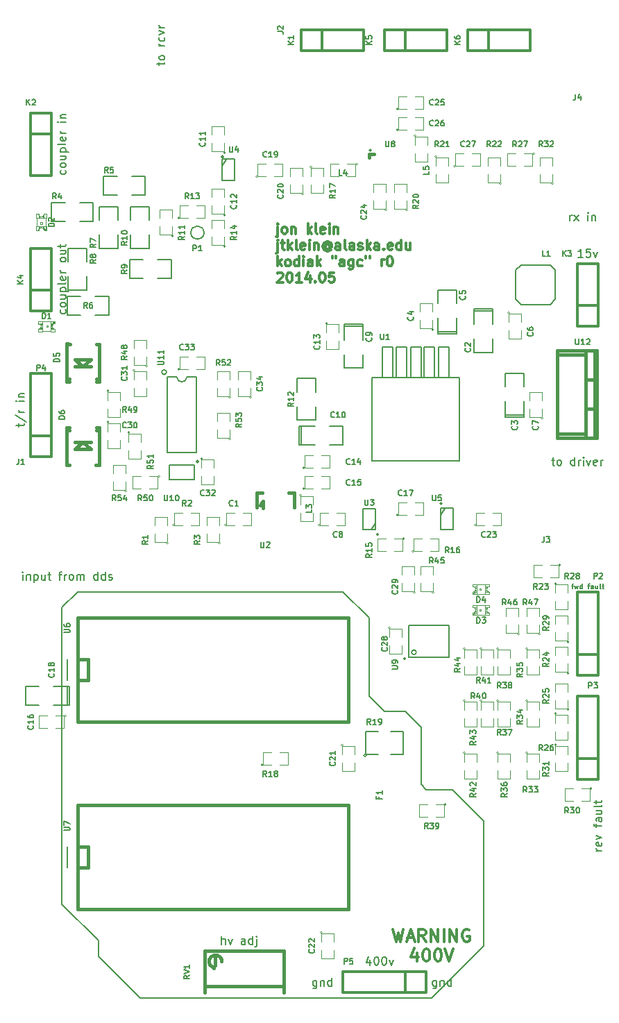
<source format=gto>
%FSLAX34Y34*%
G04 Gerber Fmt 3.4, Leading zero omitted, Abs format*
G04 (created by PCBNEW (2014-03-19 BZR 4756)-product) date Thu May 22 10:07:56 2014*
%MOIN*%
G01*
G70*
G90*
G04 APERTURE LIST*
%ADD10C,0.005906*%
%ADD11C,0.011811*%
%ADD12C,0.007874*%
%ADD13C,0.003900*%
%ADD14C,0.005000*%
%ADD15C,0.002600*%
%ADD16C,0.004000*%
%ADD17C,0.002000*%
%ADD18C,0.015000*%
%ADD19C,0.012000*%
%ADD20C,0.008000*%
%ADD21C,0.006890*%
G04 APERTURE END LIST*
G54D10*
X39723Y-40199D02*
X39813Y-40199D01*
X39757Y-40356D02*
X39757Y-40154D01*
X39768Y-40131D01*
X39791Y-40120D01*
X39813Y-40120D01*
X39870Y-40199D02*
X39915Y-40356D01*
X39960Y-40244D01*
X40005Y-40356D01*
X40050Y-40199D01*
X40241Y-40356D02*
X40241Y-40120D01*
X40241Y-40345D02*
X40218Y-40356D01*
X40173Y-40356D01*
X40151Y-40345D01*
X40140Y-40334D01*
X40128Y-40311D01*
X40128Y-40244D01*
X40140Y-40221D01*
X40151Y-40210D01*
X40173Y-40199D01*
X40218Y-40199D01*
X40241Y-40210D01*
X40500Y-40199D02*
X40589Y-40199D01*
X40533Y-40356D02*
X40533Y-40154D01*
X40544Y-40131D01*
X40567Y-40120D01*
X40589Y-40120D01*
X40769Y-40356D02*
X40769Y-40233D01*
X40758Y-40210D01*
X40736Y-40199D01*
X40691Y-40199D01*
X40668Y-40210D01*
X40769Y-40345D02*
X40747Y-40356D01*
X40691Y-40356D01*
X40668Y-40345D01*
X40657Y-40323D01*
X40657Y-40300D01*
X40668Y-40278D01*
X40691Y-40266D01*
X40747Y-40266D01*
X40769Y-40255D01*
X40983Y-40199D02*
X40983Y-40356D01*
X40882Y-40199D02*
X40882Y-40323D01*
X40893Y-40345D01*
X40916Y-40356D01*
X40949Y-40356D01*
X40972Y-40345D01*
X40983Y-40334D01*
X41129Y-40356D02*
X41107Y-40345D01*
X41096Y-40323D01*
X41096Y-40120D01*
X41186Y-40199D02*
X41276Y-40199D01*
X41219Y-40120D02*
X41219Y-40323D01*
X41231Y-40345D01*
X41253Y-40356D01*
X41276Y-40356D01*
G54D11*
X25612Y-22979D02*
X25612Y-23384D01*
X25589Y-23429D01*
X25544Y-23451D01*
X25522Y-23451D01*
X25612Y-22821D02*
X25589Y-22844D01*
X25612Y-22866D01*
X25634Y-22844D01*
X25612Y-22821D01*
X25612Y-22866D01*
X25904Y-23294D02*
X25859Y-23271D01*
X25837Y-23249D01*
X25814Y-23204D01*
X25814Y-23069D01*
X25837Y-23024D01*
X25859Y-23001D01*
X25904Y-22979D01*
X25972Y-22979D01*
X26017Y-23001D01*
X26039Y-23024D01*
X26062Y-23069D01*
X26062Y-23204D01*
X26039Y-23249D01*
X26017Y-23271D01*
X25972Y-23294D01*
X25904Y-23294D01*
X26264Y-22979D02*
X26264Y-23294D01*
X26264Y-23024D02*
X26287Y-23001D01*
X26332Y-22979D01*
X26399Y-22979D01*
X26444Y-23001D01*
X26467Y-23046D01*
X26467Y-23294D01*
X27052Y-23294D02*
X27052Y-22821D01*
X27097Y-23114D02*
X27232Y-23294D01*
X27232Y-22979D02*
X27052Y-23159D01*
X27502Y-23294D02*
X27457Y-23271D01*
X27434Y-23226D01*
X27434Y-22821D01*
X27862Y-23271D02*
X27817Y-23294D01*
X27727Y-23294D01*
X27682Y-23271D01*
X27659Y-23226D01*
X27659Y-23046D01*
X27682Y-23001D01*
X27727Y-22979D01*
X27817Y-22979D01*
X27862Y-23001D01*
X27884Y-23046D01*
X27884Y-23091D01*
X27659Y-23136D01*
X28087Y-23294D02*
X28087Y-22979D01*
X28087Y-22821D02*
X28064Y-22844D01*
X28087Y-22866D01*
X28109Y-22844D01*
X28087Y-22821D01*
X28087Y-22866D01*
X28312Y-22979D02*
X28312Y-23294D01*
X28312Y-23024D02*
X28334Y-23001D01*
X28379Y-22979D01*
X28447Y-22979D01*
X28492Y-23001D01*
X28514Y-23046D01*
X28514Y-23294D01*
X25612Y-23758D02*
X25612Y-24163D01*
X25589Y-24208D01*
X25544Y-24231D01*
X25522Y-24231D01*
X25612Y-23601D02*
X25589Y-23624D01*
X25612Y-23646D01*
X25634Y-23624D01*
X25612Y-23601D01*
X25612Y-23646D01*
X25769Y-23758D02*
X25949Y-23758D01*
X25837Y-23601D02*
X25837Y-24006D01*
X25859Y-24051D01*
X25904Y-24073D01*
X25949Y-24073D01*
X26107Y-24073D02*
X26107Y-23601D01*
X26152Y-23893D02*
X26287Y-24073D01*
X26287Y-23758D02*
X26107Y-23938D01*
X26557Y-24073D02*
X26512Y-24051D01*
X26489Y-24006D01*
X26489Y-23601D01*
X26917Y-24051D02*
X26872Y-24073D01*
X26782Y-24073D01*
X26737Y-24051D01*
X26714Y-24006D01*
X26714Y-23826D01*
X26737Y-23781D01*
X26782Y-23758D01*
X26872Y-23758D01*
X26917Y-23781D01*
X26939Y-23826D01*
X26939Y-23871D01*
X26714Y-23916D01*
X27142Y-24073D02*
X27142Y-23758D01*
X27142Y-23601D02*
X27119Y-23624D01*
X27142Y-23646D01*
X27164Y-23624D01*
X27142Y-23601D01*
X27142Y-23646D01*
X27367Y-23758D02*
X27367Y-24073D01*
X27367Y-23803D02*
X27389Y-23781D01*
X27434Y-23758D01*
X27502Y-23758D01*
X27547Y-23781D01*
X27569Y-23826D01*
X27569Y-24073D01*
X28087Y-23848D02*
X28064Y-23826D01*
X28019Y-23803D01*
X27974Y-23803D01*
X27929Y-23826D01*
X27907Y-23848D01*
X27884Y-23893D01*
X27884Y-23938D01*
X27907Y-23983D01*
X27929Y-24006D01*
X27974Y-24028D01*
X28019Y-24028D01*
X28064Y-24006D01*
X28087Y-23983D01*
X28087Y-23803D02*
X28087Y-23983D01*
X28109Y-24006D01*
X28132Y-24006D01*
X28177Y-23983D01*
X28199Y-23938D01*
X28199Y-23826D01*
X28154Y-23758D01*
X28087Y-23714D01*
X27997Y-23691D01*
X27907Y-23714D01*
X27839Y-23758D01*
X27794Y-23826D01*
X27772Y-23916D01*
X27794Y-24006D01*
X27839Y-24073D01*
X27907Y-24118D01*
X27997Y-24141D01*
X28087Y-24118D01*
X28154Y-24073D01*
X28604Y-24073D02*
X28604Y-23826D01*
X28582Y-23781D01*
X28537Y-23758D01*
X28447Y-23758D01*
X28402Y-23781D01*
X28604Y-24051D02*
X28559Y-24073D01*
X28447Y-24073D01*
X28402Y-24051D01*
X28379Y-24006D01*
X28379Y-23961D01*
X28402Y-23916D01*
X28447Y-23893D01*
X28559Y-23893D01*
X28604Y-23871D01*
X28897Y-24073D02*
X28852Y-24051D01*
X28829Y-24006D01*
X28829Y-23601D01*
X29279Y-24073D02*
X29279Y-23826D01*
X29257Y-23781D01*
X29212Y-23758D01*
X29122Y-23758D01*
X29077Y-23781D01*
X29279Y-24051D02*
X29234Y-24073D01*
X29122Y-24073D01*
X29077Y-24051D01*
X29054Y-24006D01*
X29054Y-23961D01*
X29077Y-23916D01*
X29122Y-23893D01*
X29234Y-23893D01*
X29279Y-23871D01*
X29482Y-24051D02*
X29526Y-24073D01*
X29616Y-24073D01*
X29661Y-24051D01*
X29684Y-24006D01*
X29684Y-23983D01*
X29661Y-23938D01*
X29616Y-23916D01*
X29549Y-23916D01*
X29504Y-23893D01*
X29482Y-23848D01*
X29482Y-23826D01*
X29504Y-23781D01*
X29549Y-23758D01*
X29616Y-23758D01*
X29661Y-23781D01*
X29886Y-24073D02*
X29886Y-23601D01*
X29931Y-23893D02*
X30066Y-24073D01*
X30066Y-23758D02*
X29886Y-23938D01*
X30471Y-24073D02*
X30471Y-23826D01*
X30449Y-23781D01*
X30404Y-23758D01*
X30314Y-23758D01*
X30269Y-23781D01*
X30471Y-24051D02*
X30426Y-24073D01*
X30314Y-24073D01*
X30269Y-24051D01*
X30246Y-24006D01*
X30246Y-23961D01*
X30269Y-23916D01*
X30314Y-23893D01*
X30426Y-23893D01*
X30471Y-23871D01*
X30696Y-24028D02*
X30719Y-24051D01*
X30696Y-24073D01*
X30674Y-24051D01*
X30696Y-24028D01*
X30696Y-24073D01*
X31101Y-24051D02*
X31056Y-24073D01*
X30966Y-24073D01*
X30921Y-24051D01*
X30899Y-24006D01*
X30899Y-23826D01*
X30921Y-23781D01*
X30966Y-23758D01*
X31056Y-23758D01*
X31101Y-23781D01*
X31124Y-23826D01*
X31124Y-23871D01*
X30899Y-23916D01*
X31529Y-24073D02*
X31529Y-23601D01*
X31529Y-24051D02*
X31484Y-24073D01*
X31394Y-24073D01*
X31349Y-24051D01*
X31326Y-24028D01*
X31304Y-23983D01*
X31304Y-23848D01*
X31326Y-23803D01*
X31349Y-23781D01*
X31394Y-23758D01*
X31484Y-23758D01*
X31529Y-23781D01*
X31956Y-23758D02*
X31956Y-24073D01*
X31754Y-23758D02*
X31754Y-24006D01*
X31776Y-24051D01*
X31821Y-24073D01*
X31889Y-24073D01*
X31934Y-24051D01*
X31956Y-24028D01*
X25612Y-24853D02*
X25612Y-24381D01*
X25657Y-24673D02*
X25792Y-24853D01*
X25792Y-24538D02*
X25612Y-24718D01*
X26062Y-24853D02*
X26017Y-24830D01*
X25994Y-24808D01*
X25972Y-24763D01*
X25972Y-24628D01*
X25994Y-24583D01*
X26017Y-24561D01*
X26062Y-24538D01*
X26129Y-24538D01*
X26174Y-24561D01*
X26197Y-24583D01*
X26219Y-24628D01*
X26219Y-24763D01*
X26197Y-24808D01*
X26174Y-24830D01*
X26129Y-24853D01*
X26062Y-24853D01*
X26624Y-24853D02*
X26624Y-24381D01*
X26624Y-24830D02*
X26579Y-24853D01*
X26489Y-24853D01*
X26444Y-24830D01*
X26422Y-24808D01*
X26399Y-24763D01*
X26399Y-24628D01*
X26422Y-24583D01*
X26444Y-24561D01*
X26489Y-24538D01*
X26579Y-24538D01*
X26624Y-24561D01*
X26849Y-24853D02*
X26849Y-24538D01*
X26849Y-24381D02*
X26827Y-24403D01*
X26849Y-24426D01*
X26872Y-24403D01*
X26849Y-24381D01*
X26849Y-24426D01*
X27277Y-24853D02*
X27277Y-24606D01*
X27254Y-24561D01*
X27209Y-24538D01*
X27119Y-24538D01*
X27074Y-24561D01*
X27277Y-24830D02*
X27232Y-24853D01*
X27119Y-24853D01*
X27074Y-24830D01*
X27052Y-24785D01*
X27052Y-24741D01*
X27074Y-24696D01*
X27119Y-24673D01*
X27232Y-24673D01*
X27277Y-24651D01*
X27502Y-24853D02*
X27502Y-24381D01*
X27547Y-24673D02*
X27682Y-24853D01*
X27682Y-24538D02*
X27502Y-24718D01*
X28222Y-24381D02*
X28222Y-24471D01*
X28402Y-24381D02*
X28402Y-24471D01*
X28807Y-24853D02*
X28807Y-24606D01*
X28784Y-24561D01*
X28739Y-24538D01*
X28649Y-24538D01*
X28604Y-24561D01*
X28807Y-24830D02*
X28762Y-24853D01*
X28649Y-24853D01*
X28604Y-24830D01*
X28582Y-24785D01*
X28582Y-24741D01*
X28604Y-24696D01*
X28649Y-24673D01*
X28762Y-24673D01*
X28807Y-24651D01*
X29234Y-24538D02*
X29234Y-24920D01*
X29212Y-24965D01*
X29189Y-24988D01*
X29144Y-25010D01*
X29077Y-25010D01*
X29032Y-24988D01*
X29234Y-24830D02*
X29189Y-24853D01*
X29099Y-24853D01*
X29054Y-24830D01*
X29032Y-24808D01*
X29009Y-24763D01*
X29009Y-24628D01*
X29032Y-24583D01*
X29054Y-24561D01*
X29099Y-24538D01*
X29189Y-24538D01*
X29234Y-24561D01*
X29661Y-24830D02*
X29616Y-24853D01*
X29526Y-24853D01*
X29482Y-24830D01*
X29459Y-24808D01*
X29437Y-24763D01*
X29437Y-24628D01*
X29459Y-24583D01*
X29482Y-24561D01*
X29526Y-24538D01*
X29616Y-24538D01*
X29661Y-24561D01*
X29841Y-24381D02*
X29841Y-24471D01*
X30021Y-24381D02*
X30021Y-24471D01*
X30584Y-24853D02*
X30584Y-24538D01*
X30584Y-24628D02*
X30606Y-24583D01*
X30629Y-24561D01*
X30674Y-24538D01*
X30719Y-24538D01*
X30966Y-24381D02*
X31011Y-24381D01*
X31056Y-24403D01*
X31079Y-24426D01*
X31101Y-24471D01*
X31124Y-24561D01*
X31124Y-24673D01*
X31101Y-24763D01*
X31079Y-24808D01*
X31056Y-24830D01*
X31011Y-24853D01*
X30966Y-24853D01*
X30921Y-24830D01*
X30899Y-24808D01*
X30876Y-24763D01*
X30854Y-24673D01*
X30854Y-24561D01*
X30876Y-24471D01*
X30899Y-24426D01*
X30921Y-24403D01*
X30966Y-24381D01*
X25589Y-25205D02*
X25612Y-25183D01*
X25657Y-25160D01*
X25769Y-25160D01*
X25814Y-25183D01*
X25837Y-25205D01*
X25859Y-25250D01*
X25859Y-25295D01*
X25837Y-25363D01*
X25567Y-25633D01*
X25859Y-25633D01*
X26152Y-25160D02*
X26197Y-25160D01*
X26242Y-25183D01*
X26264Y-25205D01*
X26287Y-25250D01*
X26309Y-25340D01*
X26309Y-25453D01*
X26287Y-25543D01*
X26264Y-25588D01*
X26242Y-25610D01*
X26197Y-25633D01*
X26152Y-25633D01*
X26107Y-25610D01*
X26084Y-25588D01*
X26062Y-25543D01*
X26039Y-25453D01*
X26039Y-25340D01*
X26062Y-25250D01*
X26084Y-25205D01*
X26107Y-25183D01*
X26152Y-25160D01*
X26759Y-25633D02*
X26489Y-25633D01*
X26624Y-25633D02*
X26624Y-25160D01*
X26579Y-25228D01*
X26534Y-25273D01*
X26489Y-25295D01*
X27164Y-25318D02*
X27164Y-25633D01*
X27052Y-25138D02*
X26939Y-25475D01*
X27232Y-25475D01*
X27412Y-25588D02*
X27434Y-25610D01*
X27412Y-25633D01*
X27389Y-25610D01*
X27412Y-25588D01*
X27412Y-25633D01*
X27727Y-25160D02*
X27772Y-25160D01*
X27817Y-25183D01*
X27839Y-25205D01*
X27862Y-25250D01*
X27884Y-25340D01*
X27884Y-25453D01*
X27862Y-25543D01*
X27839Y-25588D01*
X27817Y-25610D01*
X27772Y-25633D01*
X27727Y-25633D01*
X27682Y-25610D01*
X27659Y-25588D01*
X27637Y-25543D01*
X27614Y-25453D01*
X27614Y-25340D01*
X27637Y-25250D01*
X27659Y-25205D01*
X27682Y-25183D01*
X27727Y-25160D01*
X28312Y-25160D02*
X28087Y-25160D01*
X28064Y-25385D01*
X28087Y-25363D01*
X28132Y-25340D01*
X28244Y-25340D01*
X28289Y-25363D01*
X28312Y-25385D01*
X28334Y-25430D01*
X28334Y-25543D01*
X28312Y-25588D01*
X28289Y-25610D01*
X28244Y-25633D01*
X28132Y-25633D01*
X28087Y-25610D01*
X28064Y-25588D01*
G54D12*
X13362Y-39928D02*
X13362Y-39665D01*
X13362Y-39534D02*
X13344Y-39553D01*
X13362Y-39571D01*
X13381Y-39553D01*
X13362Y-39534D01*
X13362Y-39571D01*
X13550Y-39665D02*
X13550Y-39928D01*
X13550Y-39703D02*
X13568Y-39684D01*
X13606Y-39665D01*
X13662Y-39665D01*
X13700Y-39684D01*
X13718Y-39721D01*
X13718Y-39928D01*
X13906Y-39665D02*
X13906Y-40059D01*
X13906Y-39684D02*
X13943Y-39665D01*
X14018Y-39665D01*
X14056Y-39684D01*
X14075Y-39703D01*
X14093Y-39740D01*
X14093Y-39853D01*
X14075Y-39890D01*
X14056Y-39909D01*
X14018Y-39928D01*
X13943Y-39928D01*
X13906Y-39909D01*
X14431Y-39665D02*
X14431Y-39928D01*
X14262Y-39665D02*
X14262Y-39871D01*
X14281Y-39909D01*
X14318Y-39928D01*
X14375Y-39928D01*
X14412Y-39909D01*
X14431Y-39890D01*
X14562Y-39665D02*
X14712Y-39665D01*
X14618Y-39534D02*
X14618Y-39871D01*
X14637Y-39909D01*
X14675Y-39928D01*
X14712Y-39928D01*
X15087Y-39665D02*
X15237Y-39665D01*
X15143Y-39928D02*
X15143Y-39590D01*
X15162Y-39553D01*
X15200Y-39534D01*
X15237Y-39534D01*
X15368Y-39928D02*
X15368Y-39665D01*
X15368Y-39740D02*
X15387Y-39703D01*
X15406Y-39684D01*
X15443Y-39665D01*
X15481Y-39665D01*
X15668Y-39928D02*
X15631Y-39909D01*
X15612Y-39890D01*
X15593Y-39853D01*
X15593Y-39740D01*
X15612Y-39703D01*
X15631Y-39684D01*
X15668Y-39665D01*
X15724Y-39665D01*
X15762Y-39684D01*
X15781Y-39703D01*
X15799Y-39740D01*
X15799Y-39853D01*
X15781Y-39890D01*
X15762Y-39909D01*
X15724Y-39928D01*
X15668Y-39928D01*
X15968Y-39928D02*
X15968Y-39665D01*
X15968Y-39703D02*
X15987Y-39684D01*
X16024Y-39665D01*
X16081Y-39665D01*
X16118Y-39684D01*
X16137Y-39721D01*
X16137Y-39928D01*
X16137Y-39721D02*
X16156Y-39684D01*
X16193Y-39665D01*
X16249Y-39665D01*
X16287Y-39684D01*
X16306Y-39721D01*
X16306Y-39928D01*
X16962Y-39928D02*
X16962Y-39534D01*
X16962Y-39909D02*
X16924Y-39928D01*
X16849Y-39928D01*
X16812Y-39909D01*
X16793Y-39890D01*
X16774Y-39853D01*
X16774Y-39740D01*
X16793Y-39703D01*
X16812Y-39684D01*
X16849Y-39665D01*
X16924Y-39665D01*
X16962Y-39684D01*
X17318Y-39928D02*
X17318Y-39534D01*
X17318Y-39909D02*
X17281Y-39928D01*
X17206Y-39928D01*
X17168Y-39909D01*
X17149Y-39890D01*
X17131Y-39853D01*
X17131Y-39740D01*
X17149Y-39703D01*
X17168Y-39684D01*
X17206Y-39665D01*
X17281Y-39665D01*
X17318Y-39684D01*
X17487Y-39909D02*
X17524Y-39928D01*
X17599Y-39928D01*
X17637Y-39909D01*
X17655Y-39871D01*
X17655Y-39853D01*
X17637Y-39815D01*
X17599Y-39796D01*
X17543Y-39796D01*
X17505Y-39778D01*
X17487Y-39740D01*
X17487Y-39721D01*
X17505Y-39684D01*
X17543Y-39665D01*
X17599Y-39665D01*
X17637Y-39684D01*
X13165Y-32574D02*
X13165Y-32424D01*
X13034Y-32518D02*
X13371Y-32518D01*
X13409Y-32499D01*
X13428Y-32462D01*
X13428Y-32424D01*
X13015Y-32012D02*
X13521Y-32349D01*
X13428Y-31881D02*
X13165Y-31881D01*
X13240Y-31881D02*
X13203Y-31862D01*
X13184Y-31843D01*
X13165Y-31806D01*
X13165Y-31768D01*
X13428Y-31337D02*
X13165Y-31337D01*
X13034Y-31337D02*
X13053Y-31356D01*
X13071Y-31337D01*
X13053Y-31318D01*
X13034Y-31337D01*
X13071Y-31337D01*
X13165Y-31150D02*
X13428Y-31150D01*
X13203Y-31150D02*
X13184Y-31131D01*
X13165Y-31093D01*
X13165Y-31037D01*
X13184Y-31000D01*
X13221Y-30981D01*
X13428Y-30981D01*
X15409Y-26952D02*
X15428Y-26990D01*
X15428Y-27065D01*
X15409Y-27102D01*
X15390Y-27121D01*
X15353Y-27140D01*
X15240Y-27140D01*
X15203Y-27121D01*
X15184Y-27102D01*
X15165Y-27065D01*
X15165Y-26990D01*
X15184Y-26952D01*
X15428Y-26727D02*
X15409Y-26765D01*
X15390Y-26784D01*
X15353Y-26802D01*
X15240Y-26802D01*
X15203Y-26784D01*
X15184Y-26765D01*
X15165Y-26727D01*
X15165Y-26671D01*
X15184Y-26634D01*
X15203Y-26615D01*
X15240Y-26596D01*
X15353Y-26596D01*
X15390Y-26615D01*
X15409Y-26634D01*
X15428Y-26671D01*
X15428Y-26727D01*
X15165Y-26259D02*
X15428Y-26259D01*
X15165Y-26428D02*
X15371Y-26428D01*
X15409Y-26409D01*
X15428Y-26371D01*
X15428Y-26315D01*
X15409Y-26278D01*
X15390Y-26259D01*
X15165Y-26071D02*
X15559Y-26071D01*
X15184Y-26071D02*
X15165Y-26034D01*
X15165Y-25959D01*
X15184Y-25921D01*
X15203Y-25903D01*
X15240Y-25884D01*
X15353Y-25884D01*
X15390Y-25903D01*
X15409Y-25921D01*
X15428Y-25959D01*
X15428Y-26034D01*
X15409Y-26071D01*
X15428Y-25659D02*
X15409Y-25696D01*
X15371Y-25715D01*
X15034Y-25715D01*
X15409Y-25359D02*
X15428Y-25396D01*
X15428Y-25471D01*
X15409Y-25509D01*
X15371Y-25528D01*
X15221Y-25528D01*
X15184Y-25509D01*
X15165Y-25471D01*
X15165Y-25396D01*
X15184Y-25359D01*
X15221Y-25340D01*
X15259Y-25340D01*
X15296Y-25528D01*
X15428Y-25171D02*
X15165Y-25171D01*
X15240Y-25171D02*
X15203Y-25153D01*
X15184Y-25134D01*
X15165Y-25096D01*
X15165Y-25059D01*
X15428Y-24571D02*
X15409Y-24609D01*
X15390Y-24628D01*
X15353Y-24646D01*
X15240Y-24646D01*
X15203Y-24628D01*
X15184Y-24609D01*
X15165Y-24571D01*
X15165Y-24515D01*
X15184Y-24478D01*
X15203Y-24459D01*
X15240Y-24440D01*
X15353Y-24440D01*
X15390Y-24459D01*
X15409Y-24478D01*
X15428Y-24515D01*
X15428Y-24571D01*
X15165Y-24103D02*
X15428Y-24103D01*
X15165Y-24272D02*
X15371Y-24272D01*
X15409Y-24253D01*
X15428Y-24215D01*
X15428Y-24159D01*
X15409Y-24122D01*
X15390Y-24103D01*
X15165Y-23972D02*
X15165Y-23822D01*
X15034Y-23915D02*
X15371Y-23915D01*
X15409Y-23897D01*
X15428Y-23859D01*
X15428Y-23822D01*
X15409Y-20256D02*
X15428Y-20293D01*
X15428Y-20368D01*
X15409Y-20406D01*
X15390Y-20424D01*
X15353Y-20443D01*
X15240Y-20443D01*
X15203Y-20424D01*
X15184Y-20406D01*
X15165Y-20368D01*
X15165Y-20293D01*
X15184Y-20256D01*
X15428Y-20031D02*
X15409Y-20068D01*
X15390Y-20087D01*
X15353Y-20106D01*
X15240Y-20106D01*
X15203Y-20087D01*
X15184Y-20068D01*
X15165Y-20031D01*
X15165Y-19974D01*
X15184Y-19937D01*
X15203Y-19918D01*
X15240Y-19899D01*
X15353Y-19899D01*
X15390Y-19918D01*
X15409Y-19937D01*
X15428Y-19974D01*
X15428Y-20031D01*
X15165Y-19562D02*
X15428Y-19562D01*
X15165Y-19731D02*
X15371Y-19731D01*
X15409Y-19712D01*
X15428Y-19674D01*
X15428Y-19618D01*
X15409Y-19581D01*
X15390Y-19562D01*
X15165Y-19374D02*
X15559Y-19374D01*
X15184Y-19374D02*
X15165Y-19337D01*
X15165Y-19262D01*
X15184Y-19224D01*
X15203Y-19206D01*
X15240Y-19187D01*
X15353Y-19187D01*
X15390Y-19206D01*
X15409Y-19224D01*
X15428Y-19262D01*
X15428Y-19337D01*
X15409Y-19374D01*
X15428Y-18962D02*
X15409Y-19000D01*
X15371Y-19018D01*
X15034Y-19018D01*
X15409Y-18662D02*
X15428Y-18700D01*
X15428Y-18775D01*
X15409Y-18812D01*
X15371Y-18831D01*
X15221Y-18831D01*
X15184Y-18812D01*
X15165Y-18775D01*
X15165Y-18700D01*
X15184Y-18662D01*
X15221Y-18643D01*
X15259Y-18643D01*
X15296Y-18831D01*
X15428Y-18475D02*
X15165Y-18475D01*
X15240Y-18475D02*
X15203Y-18456D01*
X15184Y-18437D01*
X15165Y-18400D01*
X15165Y-18362D01*
X15428Y-17931D02*
X15165Y-17931D01*
X15034Y-17931D02*
X15053Y-17950D01*
X15071Y-17931D01*
X15053Y-17912D01*
X15034Y-17931D01*
X15071Y-17931D01*
X15165Y-17743D02*
X15428Y-17743D01*
X15203Y-17743D02*
X15184Y-17725D01*
X15165Y-17687D01*
X15165Y-17631D01*
X15184Y-17593D01*
X15221Y-17575D01*
X15428Y-17575D01*
X19915Y-15215D02*
X19915Y-15065D01*
X19784Y-15159D02*
X20121Y-15159D01*
X20159Y-15140D01*
X20178Y-15103D01*
X20178Y-15065D01*
X20178Y-14878D02*
X20159Y-14915D01*
X20140Y-14934D01*
X20103Y-14953D01*
X19990Y-14953D01*
X19953Y-14934D01*
X19934Y-14915D01*
X19915Y-14878D01*
X19915Y-14821D01*
X19934Y-14784D01*
X19953Y-14765D01*
X19990Y-14746D01*
X20103Y-14746D01*
X20140Y-14765D01*
X20159Y-14784D01*
X20178Y-14821D01*
X20178Y-14878D01*
X20178Y-14278D02*
X19915Y-14278D01*
X19990Y-14278D02*
X19953Y-14259D01*
X19934Y-14240D01*
X19915Y-14203D01*
X19915Y-14165D01*
X20159Y-13865D02*
X20178Y-13903D01*
X20178Y-13978D01*
X20159Y-14015D01*
X20140Y-14034D01*
X20103Y-14053D01*
X19990Y-14053D01*
X19953Y-14034D01*
X19934Y-14015D01*
X19915Y-13978D01*
X19915Y-13903D01*
X19934Y-13865D01*
X19915Y-13734D02*
X20178Y-13640D01*
X19915Y-13546D01*
X20178Y-13396D02*
X19915Y-13396D01*
X19990Y-13396D02*
X19953Y-13378D01*
X19934Y-13359D01*
X19915Y-13321D01*
X19915Y-13284D01*
X39640Y-22678D02*
X39640Y-22415D01*
X39640Y-22490D02*
X39659Y-22453D01*
X39678Y-22434D01*
X39715Y-22415D01*
X39753Y-22415D01*
X39846Y-22678D02*
X40053Y-22415D01*
X39846Y-22415D02*
X40053Y-22678D01*
X40503Y-22678D02*
X40503Y-22415D01*
X40503Y-22284D02*
X40484Y-22303D01*
X40503Y-22321D01*
X40521Y-22303D01*
X40503Y-22284D01*
X40503Y-22321D01*
X40690Y-22415D02*
X40690Y-22678D01*
X40690Y-22453D02*
X40709Y-22434D01*
X40746Y-22415D01*
X40803Y-22415D01*
X40840Y-22434D01*
X40859Y-22471D01*
X40859Y-22678D01*
X40275Y-24428D02*
X40050Y-24428D01*
X40162Y-24428D02*
X40162Y-24034D01*
X40125Y-24090D01*
X40087Y-24128D01*
X40050Y-24146D01*
X40631Y-24034D02*
X40443Y-24034D01*
X40425Y-24221D01*
X40443Y-24203D01*
X40481Y-24184D01*
X40574Y-24184D01*
X40612Y-24203D01*
X40631Y-24221D01*
X40649Y-24259D01*
X40649Y-24353D01*
X40631Y-24390D01*
X40612Y-24409D01*
X40574Y-24428D01*
X40481Y-24428D01*
X40443Y-24409D01*
X40425Y-24390D01*
X40781Y-24165D02*
X40874Y-24428D01*
X40968Y-24165D01*
X38762Y-34165D02*
X38912Y-34165D01*
X38818Y-34034D02*
X38818Y-34371D01*
X38837Y-34409D01*
X38875Y-34428D01*
X38912Y-34428D01*
X39100Y-34428D02*
X39062Y-34409D01*
X39043Y-34390D01*
X39025Y-34353D01*
X39025Y-34240D01*
X39043Y-34203D01*
X39062Y-34184D01*
X39100Y-34165D01*
X39156Y-34165D01*
X39193Y-34184D01*
X39212Y-34203D01*
X39231Y-34240D01*
X39231Y-34353D01*
X39212Y-34390D01*
X39193Y-34409D01*
X39156Y-34428D01*
X39100Y-34428D01*
X39868Y-34428D02*
X39868Y-34034D01*
X39868Y-34409D02*
X39831Y-34428D01*
X39756Y-34428D01*
X39718Y-34409D01*
X39700Y-34390D01*
X39681Y-34353D01*
X39681Y-34240D01*
X39700Y-34203D01*
X39718Y-34184D01*
X39756Y-34165D01*
X39831Y-34165D01*
X39868Y-34184D01*
X40056Y-34428D02*
X40056Y-34165D01*
X40056Y-34240D02*
X40074Y-34203D01*
X40093Y-34184D01*
X40131Y-34165D01*
X40168Y-34165D01*
X40299Y-34428D02*
X40299Y-34165D01*
X40299Y-34034D02*
X40281Y-34053D01*
X40299Y-34071D01*
X40318Y-34053D01*
X40299Y-34034D01*
X40299Y-34071D01*
X40449Y-34165D02*
X40543Y-34428D01*
X40637Y-34165D01*
X40937Y-34409D02*
X40899Y-34428D01*
X40824Y-34428D01*
X40787Y-34409D01*
X40768Y-34371D01*
X40768Y-34221D01*
X40787Y-34184D01*
X40824Y-34165D01*
X40899Y-34165D01*
X40937Y-34184D01*
X40956Y-34221D01*
X40956Y-34259D01*
X40768Y-34296D01*
X41124Y-34428D02*
X41124Y-34165D01*
X41124Y-34240D02*
X41143Y-34203D01*
X41162Y-34184D01*
X41199Y-34165D01*
X41237Y-34165D01*
X41178Y-52931D02*
X40915Y-52931D01*
X40990Y-52931D02*
X40953Y-52912D01*
X40934Y-52893D01*
X40915Y-52856D01*
X40915Y-52818D01*
X41159Y-52537D02*
X41178Y-52574D01*
X41178Y-52649D01*
X41159Y-52687D01*
X41121Y-52706D01*
X40971Y-52706D01*
X40934Y-52687D01*
X40915Y-52649D01*
X40915Y-52574D01*
X40934Y-52537D01*
X40971Y-52518D01*
X41009Y-52518D01*
X41046Y-52706D01*
X40915Y-52387D02*
X41178Y-52293D01*
X40915Y-52199D01*
X40915Y-51806D02*
X40915Y-51656D01*
X41178Y-51750D02*
X40840Y-51750D01*
X40803Y-51731D01*
X40784Y-51693D01*
X40784Y-51656D01*
X41178Y-51356D02*
X40971Y-51356D01*
X40934Y-51375D01*
X40915Y-51412D01*
X40915Y-51487D01*
X40934Y-51525D01*
X41159Y-51356D02*
X41178Y-51393D01*
X41178Y-51487D01*
X41159Y-51525D01*
X41121Y-51543D01*
X41084Y-51543D01*
X41046Y-51525D01*
X41028Y-51487D01*
X41028Y-51393D01*
X41009Y-51356D01*
X40915Y-51000D02*
X41178Y-51000D01*
X40915Y-51168D02*
X41121Y-51168D01*
X41159Y-51150D01*
X41178Y-51112D01*
X41178Y-51056D01*
X41159Y-51018D01*
X41140Y-51000D01*
X41178Y-50756D02*
X41159Y-50793D01*
X41121Y-50812D01*
X40784Y-50812D01*
X40915Y-50662D02*
X40915Y-50512D01*
X40784Y-50606D02*
X41121Y-50606D01*
X41159Y-50587D01*
X41178Y-50550D01*
X41178Y-50512D01*
X22915Y-57428D02*
X22915Y-57034D01*
X23084Y-57428D02*
X23084Y-57221D01*
X23065Y-57184D01*
X23028Y-57165D01*
X22971Y-57165D01*
X22934Y-57184D01*
X22915Y-57203D01*
X23234Y-57165D02*
X23328Y-57428D01*
X23421Y-57165D01*
X24040Y-57428D02*
X24040Y-57221D01*
X24021Y-57184D01*
X23984Y-57165D01*
X23909Y-57165D01*
X23871Y-57184D01*
X24040Y-57409D02*
X24003Y-57428D01*
X23909Y-57428D01*
X23871Y-57409D01*
X23853Y-57371D01*
X23853Y-57334D01*
X23871Y-57296D01*
X23909Y-57278D01*
X24003Y-57278D01*
X24040Y-57259D01*
X24396Y-57428D02*
X24396Y-57034D01*
X24396Y-57409D02*
X24359Y-57428D01*
X24284Y-57428D01*
X24246Y-57409D01*
X24228Y-57390D01*
X24209Y-57353D01*
X24209Y-57240D01*
X24228Y-57203D01*
X24246Y-57184D01*
X24284Y-57165D01*
X24359Y-57165D01*
X24396Y-57184D01*
X24584Y-57165D02*
X24584Y-57503D01*
X24565Y-57540D01*
X24528Y-57559D01*
X24509Y-57559D01*
X24584Y-57034D02*
X24565Y-57053D01*
X24584Y-57071D01*
X24603Y-57053D01*
X24584Y-57034D01*
X24584Y-57071D01*
X30050Y-58165D02*
X30050Y-58428D01*
X29956Y-58015D02*
X29862Y-58296D01*
X30106Y-58296D01*
X30331Y-58034D02*
X30368Y-58034D01*
X30406Y-58053D01*
X30425Y-58071D01*
X30443Y-58109D01*
X30462Y-58184D01*
X30462Y-58278D01*
X30443Y-58353D01*
X30425Y-58390D01*
X30406Y-58409D01*
X30368Y-58428D01*
X30331Y-58428D01*
X30293Y-58409D01*
X30275Y-58390D01*
X30256Y-58353D01*
X30237Y-58278D01*
X30237Y-58184D01*
X30256Y-58109D01*
X30275Y-58071D01*
X30293Y-58053D01*
X30331Y-58034D01*
X30706Y-58034D02*
X30743Y-58034D01*
X30781Y-58053D01*
X30799Y-58071D01*
X30818Y-58109D01*
X30837Y-58184D01*
X30837Y-58278D01*
X30818Y-58353D01*
X30799Y-58390D01*
X30781Y-58409D01*
X30743Y-58428D01*
X30706Y-58428D01*
X30668Y-58409D01*
X30649Y-58390D01*
X30631Y-58353D01*
X30612Y-58278D01*
X30612Y-58184D01*
X30631Y-58109D01*
X30649Y-58071D01*
X30668Y-58053D01*
X30706Y-58034D01*
X30968Y-58165D02*
X31062Y-58428D01*
X31156Y-58165D01*
X33228Y-59165D02*
X33228Y-59484D01*
X33209Y-59521D01*
X33190Y-59540D01*
X33153Y-59559D01*
X33096Y-59559D01*
X33059Y-59540D01*
X33228Y-59409D02*
X33190Y-59428D01*
X33115Y-59428D01*
X33078Y-59409D01*
X33059Y-59390D01*
X33040Y-59353D01*
X33040Y-59240D01*
X33059Y-59203D01*
X33078Y-59184D01*
X33115Y-59165D01*
X33190Y-59165D01*
X33228Y-59184D01*
X33415Y-59165D02*
X33415Y-59428D01*
X33415Y-59203D02*
X33434Y-59184D01*
X33471Y-59165D01*
X33528Y-59165D01*
X33565Y-59184D01*
X33584Y-59221D01*
X33584Y-59428D01*
X33940Y-59428D02*
X33940Y-59034D01*
X33940Y-59409D02*
X33903Y-59428D01*
X33828Y-59428D01*
X33790Y-59409D01*
X33771Y-59390D01*
X33753Y-59353D01*
X33753Y-59240D01*
X33771Y-59203D01*
X33790Y-59184D01*
X33828Y-59165D01*
X33903Y-59165D01*
X33940Y-59184D01*
X27478Y-59165D02*
X27478Y-59484D01*
X27459Y-59521D01*
X27440Y-59540D01*
X27403Y-59559D01*
X27346Y-59559D01*
X27309Y-59540D01*
X27478Y-59409D02*
X27440Y-59428D01*
X27365Y-59428D01*
X27328Y-59409D01*
X27309Y-59390D01*
X27290Y-59353D01*
X27290Y-59240D01*
X27309Y-59203D01*
X27328Y-59184D01*
X27365Y-59165D01*
X27440Y-59165D01*
X27478Y-59184D01*
X27665Y-59165D02*
X27665Y-59428D01*
X27665Y-59203D02*
X27684Y-59184D01*
X27721Y-59165D01*
X27778Y-59165D01*
X27815Y-59184D01*
X27834Y-59221D01*
X27834Y-59428D01*
X28190Y-59428D02*
X28190Y-59034D01*
X28190Y-59409D02*
X28153Y-59428D01*
X28078Y-59428D01*
X28040Y-59409D01*
X28021Y-59390D01*
X28003Y-59353D01*
X28003Y-59240D01*
X28021Y-59203D01*
X28040Y-59184D01*
X28078Y-59165D01*
X28153Y-59165D01*
X28190Y-59184D01*
X30100Y-19300D02*
G75*
G03X30100Y-19300I-50J0D01*
G74*
G01*
X23020Y-19600D02*
G75*
G03X23020Y-19600I-70J0D01*
G74*
G01*
X21820Y-34250D02*
G75*
G03X21820Y-34250I-70J0D01*
G74*
G01*
X30450Y-37750D02*
G75*
G03X30450Y-37750I-50J0D01*
G74*
G01*
X33500Y-36250D02*
G75*
G03X33500Y-36250I-50J0D01*
G74*
G01*
X31750Y-43700D02*
G75*
G03X31750Y-43700I-50J0D01*
G74*
G01*
X20261Y-29950D02*
G75*
G03X20261Y-29950I-111J0D01*
G74*
G01*
X15500Y-52750D02*
X15500Y-53750D01*
X15500Y-43750D02*
X15500Y-44750D01*
G54D11*
X31143Y-56704D02*
X31284Y-57294D01*
X31397Y-56872D01*
X31509Y-57294D01*
X31650Y-56704D01*
X31847Y-57125D02*
X32128Y-57125D01*
X31790Y-57294D02*
X31987Y-56704D01*
X32184Y-57294D01*
X32718Y-57294D02*
X32521Y-57013D01*
X32381Y-57294D02*
X32381Y-56704D01*
X32606Y-56704D01*
X32662Y-56732D01*
X32690Y-56760D01*
X32718Y-56816D01*
X32718Y-56901D01*
X32690Y-56957D01*
X32662Y-56985D01*
X32606Y-57013D01*
X32381Y-57013D01*
X32971Y-57294D02*
X32971Y-56704D01*
X33309Y-57294D01*
X33309Y-56704D01*
X33590Y-57294D02*
X33590Y-56704D01*
X33871Y-57294D02*
X33871Y-56704D01*
X34209Y-57294D01*
X34209Y-56704D01*
X34799Y-56732D02*
X34743Y-56704D01*
X34659Y-56704D01*
X34574Y-56732D01*
X34518Y-56788D01*
X34490Y-56844D01*
X34462Y-56957D01*
X34462Y-57041D01*
X34490Y-57154D01*
X34518Y-57210D01*
X34574Y-57266D01*
X34659Y-57294D01*
X34715Y-57294D01*
X34799Y-57266D01*
X34827Y-57238D01*
X34827Y-57041D01*
X34715Y-57041D01*
X32296Y-57845D02*
X32296Y-58239D01*
X32156Y-57620D02*
X32015Y-58042D01*
X32381Y-58042D01*
X32718Y-57649D02*
X32775Y-57649D01*
X32831Y-57677D01*
X32859Y-57705D01*
X32887Y-57761D01*
X32915Y-57874D01*
X32915Y-58014D01*
X32887Y-58127D01*
X32859Y-58183D01*
X32831Y-58211D01*
X32775Y-58239D01*
X32718Y-58239D01*
X32662Y-58211D01*
X32634Y-58183D01*
X32606Y-58127D01*
X32578Y-58014D01*
X32578Y-57874D01*
X32606Y-57761D01*
X32634Y-57705D01*
X32662Y-57677D01*
X32718Y-57649D01*
X33281Y-57649D02*
X33337Y-57649D01*
X33393Y-57677D01*
X33421Y-57705D01*
X33449Y-57761D01*
X33478Y-57874D01*
X33478Y-58014D01*
X33449Y-58127D01*
X33421Y-58183D01*
X33393Y-58211D01*
X33337Y-58239D01*
X33281Y-58239D01*
X33224Y-58211D01*
X33196Y-58183D01*
X33168Y-58127D01*
X33140Y-58014D01*
X33140Y-57874D01*
X33168Y-57761D01*
X33196Y-57705D01*
X33224Y-57677D01*
X33281Y-57649D01*
X33646Y-57649D02*
X33843Y-58239D01*
X34040Y-57649D01*
G54D12*
X17000Y-58000D02*
X17000Y-57250D01*
X19000Y-60000D02*
X17000Y-58000D01*
X33000Y-60000D02*
X19000Y-60000D01*
X35500Y-57500D02*
X33000Y-60000D01*
X35500Y-51500D02*
X35500Y-57500D01*
X34500Y-50500D02*
X35500Y-51500D01*
X34000Y-50000D02*
X34500Y-50500D01*
X32750Y-50000D02*
X34000Y-50000D01*
X32500Y-49750D02*
X32750Y-50000D01*
X32500Y-47000D02*
X32500Y-49750D01*
X31750Y-46250D02*
X32500Y-47000D01*
X30750Y-46250D02*
X31750Y-46250D01*
X30000Y-45500D02*
X30750Y-46250D01*
X30000Y-41750D02*
X30000Y-45500D01*
X28750Y-40500D02*
X30000Y-41750D01*
X16000Y-40500D02*
X28750Y-40500D01*
X15250Y-41250D02*
X16000Y-40500D01*
X15250Y-55500D02*
X15250Y-41250D01*
X17000Y-57250D02*
X15250Y-55500D01*
G54D13*
X23150Y-37300D02*
G75*
G03X23150Y-37300I-50J0D01*
G74*
G01*
X23550Y-37300D02*
X23150Y-37300D01*
X23150Y-37300D02*
X23150Y-36700D01*
X23150Y-36700D02*
X23550Y-36700D01*
X23950Y-36700D02*
X24350Y-36700D01*
X24350Y-36700D02*
X24350Y-37300D01*
X24350Y-37300D02*
X23950Y-37300D01*
G54D14*
X35950Y-27000D02*
X35950Y-26900D01*
X35950Y-26900D02*
X35050Y-26900D01*
X35050Y-26900D02*
X35050Y-27000D01*
X35950Y-27000D02*
X35050Y-27000D01*
X35050Y-27000D02*
X35050Y-27650D01*
X35950Y-28350D02*
X35950Y-29000D01*
X35950Y-29000D02*
X35050Y-29000D01*
X35050Y-29000D02*
X35050Y-28350D01*
X35950Y-27650D02*
X35950Y-27000D01*
G54D13*
X33100Y-27900D02*
G75*
G03X33100Y-27900I-50J0D01*
G74*
G01*
X33050Y-27450D02*
X33050Y-27850D01*
X33050Y-27850D02*
X32450Y-27850D01*
X32450Y-27850D02*
X32450Y-27450D01*
X32450Y-27050D02*
X32450Y-26650D01*
X32450Y-26650D02*
X33050Y-26650D01*
X33050Y-26650D02*
X33050Y-27050D01*
G54D14*
X33300Y-28000D02*
X33300Y-28100D01*
X33300Y-28100D02*
X34200Y-28100D01*
X34200Y-28100D02*
X34200Y-28000D01*
X33300Y-28000D02*
X34200Y-28000D01*
X34200Y-28000D02*
X34200Y-27350D01*
X33300Y-26650D02*
X33300Y-26000D01*
X33300Y-26000D02*
X34200Y-26000D01*
X34200Y-26000D02*
X34200Y-26650D01*
X33300Y-27350D02*
X33300Y-28000D01*
G54D13*
X36750Y-27100D02*
G75*
G03X36750Y-27100I-50J0D01*
G74*
G01*
X36700Y-27550D02*
X36700Y-27150D01*
X36700Y-27150D02*
X37300Y-27150D01*
X37300Y-27150D02*
X37300Y-27550D01*
X37300Y-27950D02*
X37300Y-28350D01*
X37300Y-28350D02*
X36700Y-28350D01*
X36700Y-28350D02*
X36700Y-27950D01*
X27650Y-37300D02*
G75*
G03X27650Y-37300I-50J0D01*
G74*
G01*
X28050Y-37300D02*
X27650Y-37300D01*
X27650Y-37300D02*
X27650Y-36700D01*
X27650Y-36700D02*
X28050Y-36700D01*
X28450Y-36700D02*
X28850Y-36700D01*
X28850Y-36700D02*
X28850Y-37300D01*
X28850Y-37300D02*
X28450Y-37300D01*
G54D14*
X29700Y-27750D02*
X29700Y-27650D01*
X29700Y-27650D02*
X28800Y-27650D01*
X28800Y-27650D02*
X28800Y-27750D01*
X29700Y-27750D02*
X28800Y-27750D01*
X28800Y-27750D02*
X28800Y-28400D01*
X29700Y-29100D02*
X29700Y-29750D01*
X29700Y-29750D02*
X28800Y-29750D01*
X28800Y-29750D02*
X28800Y-29100D01*
X29700Y-28400D02*
X29700Y-27750D01*
X26750Y-32550D02*
X26650Y-32550D01*
X26650Y-32550D02*
X26650Y-33450D01*
X26650Y-33450D02*
X26750Y-33450D01*
X26750Y-32550D02*
X26750Y-33450D01*
X26750Y-33450D02*
X27400Y-33450D01*
X28100Y-32550D02*
X28750Y-32550D01*
X28750Y-32550D02*
X28750Y-33450D01*
X28750Y-33450D02*
X28100Y-33450D01*
X27400Y-32550D02*
X26750Y-32550D01*
G54D13*
X23100Y-19400D02*
G75*
G03X23100Y-19400I-50J0D01*
G74*
G01*
X23050Y-18950D02*
X23050Y-19350D01*
X23050Y-19350D02*
X22450Y-19350D01*
X22450Y-19350D02*
X22450Y-18950D01*
X22450Y-18550D02*
X22450Y-18150D01*
X22450Y-18150D02*
X23050Y-18150D01*
X23050Y-18150D02*
X23050Y-18550D01*
X23100Y-22400D02*
G75*
G03X23100Y-22400I-50J0D01*
G74*
G01*
X23050Y-21950D02*
X23050Y-22350D01*
X23050Y-22350D02*
X22450Y-22350D01*
X22450Y-22350D02*
X22450Y-21950D01*
X22450Y-21550D02*
X22450Y-21150D01*
X22450Y-21150D02*
X23050Y-21150D01*
X23050Y-21150D02*
X23050Y-21550D01*
X28000Y-27600D02*
G75*
G03X28000Y-27600I-50J0D01*
G74*
G01*
X27950Y-28050D02*
X27950Y-27650D01*
X27950Y-27650D02*
X28550Y-27650D01*
X28550Y-27650D02*
X28550Y-28050D01*
X28550Y-28450D02*
X28550Y-28850D01*
X28550Y-28850D02*
X27950Y-28850D01*
X27950Y-28850D02*
X27950Y-28450D01*
X26900Y-34550D02*
G75*
G03X26900Y-34550I-50J0D01*
G74*
G01*
X27300Y-34550D02*
X26900Y-34550D01*
X26900Y-34550D02*
X26900Y-33950D01*
X26900Y-33950D02*
X27300Y-33950D01*
X27700Y-33950D02*
X28100Y-33950D01*
X28100Y-33950D02*
X28100Y-34550D01*
X28100Y-34550D02*
X27700Y-34550D01*
X26900Y-35550D02*
G75*
G03X26900Y-35550I-50J0D01*
G74*
G01*
X27300Y-35550D02*
X26900Y-35550D01*
X26900Y-35550D02*
X26900Y-34950D01*
X26900Y-34950D02*
X27300Y-34950D01*
X27700Y-34950D02*
X28100Y-34950D01*
X28100Y-34950D02*
X28100Y-35550D01*
X28100Y-35550D02*
X27700Y-35550D01*
X15450Y-46450D02*
G75*
G03X15450Y-46450I-50J0D01*
G74*
G01*
X14950Y-46450D02*
X15350Y-46450D01*
X15350Y-46450D02*
X15350Y-47050D01*
X15350Y-47050D02*
X14950Y-47050D01*
X14550Y-47050D02*
X14150Y-47050D01*
X14150Y-47050D02*
X14150Y-46450D01*
X14150Y-46450D02*
X14550Y-46450D01*
X31400Y-36800D02*
G75*
G03X31400Y-36800I-50J0D01*
G74*
G01*
X31800Y-36800D02*
X31400Y-36800D01*
X31400Y-36800D02*
X31400Y-36200D01*
X31400Y-36200D02*
X31800Y-36200D01*
X32200Y-36200D02*
X32600Y-36200D01*
X32600Y-36200D02*
X32600Y-36800D01*
X32600Y-36800D02*
X32200Y-36800D01*
G54D14*
X15500Y-45950D02*
X15600Y-45950D01*
X15600Y-45950D02*
X15600Y-45050D01*
X15600Y-45050D02*
X15500Y-45050D01*
X15500Y-45950D02*
X15500Y-45050D01*
X15500Y-45050D02*
X14850Y-45050D01*
X14150Y-45950D02*
X13500Y-45950D01*
X13500Y-45950D02*
X13500Y-45050D01*
X13500Y-45050D02*
X14150Y-45050D01*
X14850Y-45950D02*
X15500Y-45950D01*
G54D13*
X24650Y-20550D02*
G75*
G03X24650Y-20550I-50J0D01*
G74*
G01*
X25050Y-20550D02*
X24650Y-20550D01*
X24650Y-20550D02*
X24650Y-19950D01*
X24650Y-19950D02*
X25050Y-19950D01*
X25450Y-19950D02*
X25850Y-19950D01*
X25850Y-19950D02*
X25850Y-20550D01*
X25850Y-20550D02*
X25450Y-20550D01*
X26850Y-21400D02*
G75*
G03X26850Y-21400I-50J0D01*
G74*
G01*
X26800Y-20950D02*
X26800Y-21350D01*
X26800Y-21350D02*
X26200Y-21350D01*
X26200Y-21350D02*
X26200Y-20950D01*
X26200Y-20550D02*
X26200Y-20150D01*
X26200Y-20150D02*
X26800Y-20150D01*
X26800Y-20150D02*
X26800Y-20550D01*
X28750Y-47850D02*
G75*
G03X28750Y-47850I-50J0D01*
G74*
G01*
X28700Y-48300D02*
X28700Y-47900D01*
X28700Y-47900D02*
X29300Y-47900D01*
X29300Y-47900D02*
X29300Y-48300D01*
X29300Y-48700D02*
X29300Y-49100D01*
X29300Y-49100D02*
X28700Y-49100D01*
X28700Y-49100D02*
X28700Y-48700D01*
X27750Y-56850D02*
G75*
G03X27750Y-56850I-50J0D01*
G74*
G01*
X27700Y-57300D02*
X27700Y-56900D01*
X27700Y-56900D02*
X28300Y-56900D01*
X28300Y-56900D02*
X28300Y-57300D01*
X28300Y-57700D02*
X28300Y-58100D01*
X28300Y-58100D02*
X27700Y-58100D01*
X27700Y-58100D02*
X27700Y-57700D01*
X35150Y-37300D02*
G75*
G03X35150Y-37300I-50J0D01*
G74*
G01*
X35550Y-37300D02*
X35150Y-37300D01*
X35150Y-37300D02*
X35150Y-36700D01*
X35150Y-36700D02*
X35550Y-36700D01*
X35950Y-36700D02*
X36350Y-36700D01*
X36350Y-36700D02*
X36350Y-37300D01*
X36350Y-37300D02*
X35950Y-37300D01*
X30850Y-22150D02*
G75*
G03X30850Y-22150I-50J0D01*
G74*
G01*
X30800Y-21700D02*
X30800Y-22100D01*
X30800Y-22100D02*
X30200Y-22100D01*
X30200Y-22100D02*
X30200Y-21700D01*
X30200Y-21300D02*
X30200Y-20900D01*
X30200Y-20900D02*
X30800Y-20900D01*
X30800Y-20900D02*
X30800Y-21300D01*
X31400Y-17300D02*
G75*
G03X31400Y-17300I-50J0D01*
G74*
G01*
X31800Y-17300D02*
X31400Y-17300D01*
X31400Y-17300D02*
X31400Y-16700D01*
X31400Y-16700D02*
X31800Y-16700D01*
X32200Y-16700D02*
X32600Y-16700D01*
X32600Y-16700D02*
X32600Y-17300D01*
X32600Y-17300D02*
X32200Y-17300D01*
X31400Y-18300D02*
G75*
G03X31400Y-18300I-50J0D01*
G74*
G01*
X31800Y-18300D02*
X31400Y-18300D01*
X31400Y-18300D02*
X31400Y-17700D01*
X31400Y-17700D02*
X31800Y-17700D01*
X32200Y-17700D02*
X32600Y-17700D01*
X32600Y-17700D02*
X32600Y-18300D01*
X32600Y-18300D02*
X32200Y-18300D01*
X34150Y-20050D02*
G75*
G03X34150Y-20050I-50J0D01*
G74*
G01*
X34550Y-20050D02*
X34150Y-20050D01*
X34150Y-20050D02*
X34150Y-19450D01*
X34150Y-19450D02*
X34550Y-19450D01*
X34950Y-19450D02*
X35350Y-19450D01*
X35350Y-19450D02*
X35350Y-20050D01*
X35350Y-20050D02*
X34950Y-20050D01*
X31025Y-42225D02*
G75*
G03X31025Y-42225I-50J0D01*
G74*
G01*
X30975Y-42675D02*
X30975Y-42275D01*
X30975Y-42275D02*
X31575Y-42275D01*
X31575Y-42275D02*
X31575Y-42675D01*
X31575Y-43075D02*
X31575Y-43475D01*
X31575Y-43475D02*
X30975Y-43475D01*
X30975Y-43475D02*
X30975Y-43075D01*
X32225Y-40525D02*
G75*
G03X32225Y-40525I-50J0D01*
G74*
G01*
X32175Y-40075D02*
X32175Y-40475D01*
X32175Y-40475D02*
X31575Y-40475D01*
X31575Y-40475D02*
X31575Y-40075D01*
X31575Y-39675D02*
X31575Y-39275D01*
X31575Y-39275D02*
X32175Y-39275D01*
X32175Y-39275D02*
X32175Y-39675D01*
X17500Y-32350D02*
G75*
G03X17500Y-32350I-50J0D01*
G74*
G01*
X17450Y-32800D02*
X17450Y-32400D01*
X17450Y-32400D02*
X18050Y-32400D01*
X18050Y-32400D02*
X18050Y-32800D01*
X18050Y-33200D02*
X18050Y-33600D01*
X18050Y-33600D02*
X17450Y-33600D01*
X17450Y-33600D02*
X17450Y-33200D01*
X18750Y-29850D02*
G75*
G03X18750Y-29850I-50J0D01*
G74*
G01*
X18700Y-30300D02*
X18700Y-29900D01*
X18700Y-29900D02*
X19300Y-29900D01*
X19300Y-29900D02*
X19300Y-30300D01*
X19300Y-30700D02*
X19300Y-31100D01*
X19300Y-31100D02*
X18700Y-31100D01*
X18700Y-31100D02*
X18700Y-30700D01*
X22000Y-34100D02*
G75*
G03X22000Y-34100I-50J0D01*
G74*
G01*
X21950Y-34550D02*
X21950Y-34150D01*
X21950Y-34150D02*
X22550Y-34150D01*
X22550Y-34150D02*
X22550Y-34550D01*
X22550Y-34950D02*
X22550Y-35350D01*
X22550Y-35350D02*
X21950Y-35350D01*
X21950Y-35350D02*
X21950Y-34950D01*
X20900Y-29800D02*
G75*
G03X20900Y-29800I-50J0D01*
G74*
G01*
X21300Y-29800D02*
X20900Y-29800D01*
X20900Y-29800D02*
X20900Y-29200D01*
X20900Y-29200D02*
X21300Y-29200D01*
X21700Y-29200D02*
X22100Y-29200D01*
X22100Y-29200D02*
X22100Y-29800D01*
X22100Y-29800D02*
X21700Y-29800D01*
X24350Y-31150D02*
G75*
G03X24350Y-31150I-50J0D01*
G74*
G01*
X24300Y-30700D02*
X24300Y-31100D01*
X24300Y-31100D02*
X23700Y-31100D01*
X23700Y-31100D02*
X23700Y-30700D01*
X23700Y-30300D02*
X23700Y-29900D01*
X23700Y-29900D02*
X24300Y-29900D01*
X24300Y-29900D02*
X24300Y-30300D01*
G54D15*
X14696Y-27868D02*
X14696Y-27996D01*
X14696Y-27996D02*
X14893Y-27996D01*
X14893Y-27868D02*
X14893Y-27996D01*
X14696Y-27868D02*
X14893Y-27868D01*
X14696Y-27623D02*
X14696Y-27682D01*
X14696Y-27682D02*
X14795Y-27682D01*
X14795Y-27623D02*
X14795Y-27682D01*
X14696Y-27623D02*
X14795Y-27623D01*
X14696Y-27818D02*
X14696Y-27877D01*
X14696Y-27877D02*
X14795Y-27877D01*
X14795Y-27818D02*
X14795Y-27877D01*
X14696Y-27818D02*
X14795Y-27818D01*
X14696Y-27672D02*
X14696Y-27828D01*
X14696Y-27828D02*
X14765Y-27828D01*
X14765Y-27672D02*
X14765Y-27828D01*
X14696Y-27672D02*
X14765Y-27672D01*
X14107Y-27868D02*
X14107Y-27996D01*
X14107Y-27996D02*
X14304Y-27996D01*
X14304Y-27868D02*
X14304Y-27996D01*
X14107Y-27868D02*
X14304Y-27868D01*
X14107Y-27504D02*
X14107Y-27632D01*
X14107Y-27632D02*
X14304Y-27632D01*
X14304Y-27504D02*
X14304Y-27632D01*
X14107Y-27504D02*
X14304Y-27504D01*
X14205Y-27818D02*
X14205Y-27877D01*
X14205Y-27877D02*
X14304Y-27877D01*
X14304Y-27818D02*
X14304Y-27877D01*
X14205Y-27818D02*
X14304Y-27818D01*
X14205Y-27623D02*
X14205Y-27682D01*
X14205Y-27682D02*
X14304Y-27682D01*
X14304Y-27623D02*
X14304Y-27682D01*
X14205Y-27623D02*
X14304Y-27623D01*
X14235Y-27672D02*
X14235Y-27828D01*
X14235Y-27828D02*
X14304Y-27828D01*
X14304Y-27672D02*
X14304Y-27828D01*
X14235Y-27672D02*
X14304Y-27672D01*
X14500Y-27711D02*
X14500Y-27789D01*
X14500Y-27789D02*
X14578Y-27789D01*
X14578Y-27711D02*
X14578Y-27789D01*
X14500Y-27711D02*
X14578Y-27711D01*
X14696Y-27514D02*
X14696Y-27632D01*
X14696Y-27632D02*
X14814Y-27632D01*
X14814Y-27514D02*
X14814Y-27632D01*
X14696Y-27514D02*
X14814Y-27514D01*
X14864Y-27504D02*
X14864Y-27593D01*
X14864Y-27593D02*
X14893Y-27593D01*
X14893Y-27504D02*
X14893Y-27593D01*
X14864Y-27504D02*
X14893Y-27504D01*
G54D16*
X14706Y-27976D02*
X14294Y-27976D01*
X14304Y-27524D02*
X14864Y-27524D01*
G54D17*
X14862Y-27573D02*
G75*
G03X14862Y-27573I-28J0D01*
G74*
G01*
G54D16*
X14893Y-27613D02*
G75*
G03X14893Y-27887I0J-137D01*
G74*
G01*
X14107Y-27887D02*
G75*
G03X14107Y-27613I0J137D01*
G74*
G01*
G54D15*
X14132Y-22946D02*
X14004Y-22946D01*
X14004Y-22946D02*
X14004Y-23143D01*
X14132Y-23143D02*
X14004Y-23143D01*
X14132Y-22946D02*
X14132Y-23143D01*
X14377Y-22946D02*
X14318Y-22946D01*
X14318Y-22946D02*
X14318Y-23045D01*
X14377Y-23045D02*
X14318Y-23045D01*
X14377Y-22946D02*
X14377Y-23045D01*
X14182Y-22946D02*
X14123Y-22946D01*
X14123Y-22946D02*
X14123Y-23045D01*
X14182Y-23045D02*
X14123Y-23045D01*
X14182Y-22946D02*
X14182Y-23045D01*
X14328Y-22946D02*
X14172Y-22946D01*
X14172Y-22946D02*
X14172Y-23015D01*
X14328Y-23015D02*
X14172Y-23015D01*
X14328Y-22946D02*
X14328Y-23015D01*
X14132Y-22357D02*
X14004Y-22357D01*
X14004Y-22357D02*
X14004Y-22554D01*
X14132Y-22554D02*
X14004Y-22554D01*
X14132Y-22357D02*
X14132Y-22554D01*
X14496Y-22357D02*
X14368Y-22357D01*
X14368Y-22357D02*
X14368Y-22554D01*
X14496Y-22554D02*
X14368Y-22554D01*
X14496Y-22357D02*
X14496Y-22554D01*
X14182Y-22455D02*
X14123Y-22455D01*
X14123Y-22455D02*
X14123Y-22554D01*
X14182Y-22554D02*
X14123Y-22554D01*
X14182Y-22455D02*
X14182Y-22554D01*
X14377Y-22455D02*
X14318Y-22455D01*
X14318Y-22455D02*
X14318Y-22554D01*
X14377Y-22554D02*
X14318Y-22554D01*
X14377Y-22455D02*
X14377Y-22554D01*
X14328Y-22485D02*
X14172Y-22485D01*
X14172Y-22485D02*
X14172Y-22554D01*
X14328Y-22554D02*
X14172Y-22554D01*
X14328Y-22485D02*
X14328Y-22554D01*
X14289Y-22750D02*
X14211Y-22750D01*
X14211Y-22750D02*
X14211Y-22828D01*
X14289Y-22828D02*
X14211Y-22828D01*
X14289Y-22750D02*
X14289Y-22828D01*
X14486Y-22946D02*
X14368Y-22946D01*
X14368Y-22946D02*
X14368Y-23064D01*
X14486Y-23064D02*
X14368Y-23064D01*
X14486Y-22946D02*
X14486Y-23064D01*
X14496Y-23114D02*
X14407Y-23114D01*
X14407Y-23114D02*
X14407Y-23143D01*
X14496Y-23143D02*
X14407Y-23143D01*
X14496Y-23114D02*
X14496Y-23143D01*
G54D16*
X14024Y-22956D02*
X14024Y-22544D01*
X14476Y-22554D02*
X14476Y-23114D01*
G54D17*
X14455Y-23084D02*
G75*
G03X14455Y-23084I-28J0D01*
G74*
G01*
G54D16*
X14387Y-23143D02*
G75*
G03X14113Y-23143I-137J0D01*
G74*
G01*
X14113Y-22357D02*
G75*
G03X14387Y-22357I137J0D01*
G74*
G01*
G54D15*
X35179Y-41257D02*
X35179Y-41129D01*
X35179Y-41129D02*
X34982Y-41129D01*
X34982Y-41257D02*
X34982Y-41129D01*
X35179Y-41257D02*
X34982Y-41257D01*
X35179Y-41502D02*
X35179Y-41443D01*
X35179Y-41443D02*
X35080Y-41443D01*
X35080Y-41502D02*
X35080Y-41443D01*
X35179Y-41502D02*
X35080Y-41502D01*
X35179Y-41307D02*
X35179Y-41248D01*
X35179Y-41248D02*
X35080Y-41248D01*
X35080Y-41307D02*
X35080Y-41248D01*
X35179Y-41307D02*
X35080Y-41307D01*
X35179Y-41453D02*
X35179Y-41297D01*
X35179Y-41297D02*
X35110Y-41297D01*
X35110Y-41453D02*
X35110Y-41297D01*
X35179Y-41453D02*
X35110Y-41453D01*
X35768Y-41257D02*
X35768Y-41129D01*
X35768Y-41129D02*
X35571Y-41129D01*
X35571Y-41257D02*
X35571Y-41129D01*
X35768Y-41257D02*
X35571Y-41257D01*
X35768Y-41621D02*
X35768Y-41493D01*
X35768Y-41493D02*
X35571Y-41493D01*
X35571Y-41621D02*
X35571Y-41493D01*
X35768Y-41621D02*
X35571Y-41621D01*
X35670Y-41307D02*
X35670Y-41248D01*
X35670Y-41248D02*
X35571Y-41248D01*
X35571Y-41307D02*
X35571Y-41248D01*
X35670Y-41307D02*
X35571Y-41307D01*
X35670Y-41502D02*
X35670Y-41443D01*
X35670Y-41443D02*
X35571Y-41443D01*
X35571Y-41502D02*
X35571Y-41443D01*
X35670Y-41502D02*
X35571Y-41502D01*
X35640Y-41453D02*
X35640Y-41297D01*
X35640Y-41297D02*
X35571Y-41297D01*
X35571Y-41453D02*
X35571Y-41297D01*
X35640Y-41453D02*
X35571Y-41453D01*
X35375Y-41414D02*
X35375Y-41336D01*
X35375Y-41336D02*
X35297Y-41336D01*
X35297Y-41414D02*
X35297Y-41336D01*
X35375Y-41414D02*
X35297Y-41414D01*
X35179Y-41611D02*
X35179Y-41493D01*
X35179Y-41493D02*
X35061Y-41493D01*
X35061Y-41611D02*
X35061Y-41493D01*
X35179Y-41611D02*
X35061Y-41611D01*
X35011Y-41621D02*
X35011Y-41532D01*
X35011Y-41532D02*
X34982Y-41532D01*
X34982Y-41621D02*
X34982Y-41532D01*
X35011Y-41621D02*
X34982Y-41621D01*
G54D16*
X35169Y-41149D02*
X35581Y-41149D01*
X35571Y-41601D02*
X35011Y-41601D01*
G54D17*
X35069Y-41552D02*
G75*
G03X35069Y-41552I-28J0D01*
G74*
G01*
G54D16*
X34982Y-41512D02*
G75*
G03X34982Y-41238I0J137D01*
G74*
G01*
X35768Y-41238D02*
G75*
G03X35768Y-41512I0J-137D01*
G74*
G01*
G54D15*
X35179Y-40257D02*
X35179Y-40129D01*
X35179Y-40129D02*
X34982Y-40129D01*
X34982Y-40257D02*
X34982Y-40129D01*
X35179Y-40257D02*
X34982Y-40257D01*
X35179Y-40502D02*
X35179Y-40443D01*
X35179Y-40443D02*
X35080Y-40443D01*
X35080Y-40502D02*
X35080Y-40443D01*
X35179Y-40502D02*
X35080Y-40502D01*
X35179Y-40307D02*
X35179Y-40248D01*
X35179Y-40248D02*
X35080Y-40248D01*
X35080Y-40307D02*
X35080Y-40248D01*
X35179Y-40307D02*
X35080Y-40307D01*
X35179Y-40453D02*
X35179Y-40297D01*
X35179Y-40297D02*
X35110Y-40297D01*
X35110Y-40453D02*
X35110Y-40297D01*
X35179Y-40453D02*
X35110Y-40453D01*
X35768Y-40257D02*
X35768Y-40129D01*
X35768Y-40129D02*
X35571Y-40129D01*
X35571Y-40257D02*
X35571Y-40129D01*
X35768Y-40257D02*
X35571Y-40257D01*
X35768Y-40621D02*
X35768Y-40493D01*
X35768Y-40493D02*
X35571Y-40493D01*
X35571Y-40621D02*
X35571Y-40493D01*
X35768Y-40621D02*
X35571Y-40621D01*
X35670Y-40307D02*
X35670Y-40248D01*
X35670Y-40248D02*
X35571Y-40248D01*
X35571Y-40307D02*
X35571Y-40248D01*
X35670Y-40307D02*
X35571Y-40307D01*
X35670Y-40502D02*
X35670Y-40443D01*
X35670Y-40443D02*
X35571Y-40443D01*
X35571Y-40502D02*
X35571Y-40443D01*
X35670Y-40502D02*
X35571Y-40502D01*
X35640Y-40453D02*
X35640Y-40297D01*
X35640Y-40297D02*
X35571Y-40297D01*
X35571Y-40453D02*
X35571Y-40297D01*
X35640Y-40453D02*
X35571Y-40453D01*
X35375Y-40414D02*
X35375Y-40336D01*
X35375Y-40336D02*
X35297Y-40336D01*
X35297Y-40414D02*
X35297Y-40336D01*
X35375Y-40414D02*
X35297Y-40414D01*
X35179Y-40611D02*
X35179Y-40493D01*
X35179Y-40493D02*
X35061Y-40493D01*
X35061Y-40611D02*
X35061Y-40493D01*
X35179Y-40611D02*
X35061Y-40611D01*
X35011Y-40621D02*
X35011Y-40532D01*
X35011Y-40532D02*
X34982Y-40532D01*
X34982Y-40621D02*
X34982Y-40532D01*
X35011Y-40621D02*
X34982Y-40621D01*
G54D16*
X35169Y-40149D02*
X35581Y-40149D01*
X35571Y-40601D02*
X35011Y-40601D01*
G54D17*
X35069Y-40552D02*
G75*
G03X35069Y-40552I-28J0D01*
G74*
G01*
G54D16*
X34982Y-40512D02*
G75*
G03X34982Y-40238I0J137D01*
G74*
G01*
X35768Y-40238D02*
G75*
G03X35768Y-40512I0J-137D01*
G74*
G01*
G54D18*
X16250Y-29677D02*
X16644Y-29343D01*
X16644Y-29343D02*
X15856Y-29343D01*
X15856Y-29343D02*
X16250Y-29677D01*
X16250Y-29677D02*
X15856Y-29677D01*
X16250Y-29677D02*
X16644Y-29677D01*
X15561Y-28594D02*
X15620Y-28594D01*
X15561Y-30268D02*
X15600Y-30268D01*
X15561Y-30406D02*
X15600Y-30406D01*
X16939Y-28594D02*
X16900Y-28594D01*
X16939Y-30268D02*
X16900Y-30268D01*
X16939Y-30406D02*
X16900Y-30406D01*
X15463Y-30268D02*
X15541Y-30268D01*
X17037Y-30268D02*
X16959Y-30268D01*
X15464Y-30404D02*
X15542Y-30404D01*
X15464Y-28592D02*
X15464Y-30404D01*
X15464Y-28592D02*
X15542Y-28592D01*
X17037Y-28594D02*
X16959Y-28594D01*
X17037Y-28594D02*
X17037Y-30406D01*
X17037Y-30406D02*
X16959Y-30406D01*
X16250Y-33323D02*
X15856Y-33657D01*
X15856Y-33657D02*
X16644Y-33657D01*
X16644Y-33657D02*
X16250Y-33323D01*
X16250Y-33323D02*
X16644Y-33323D01*
X16250Y-33323D02*
X15856Y-33323D01*
X16939Y-34406D02*
X16880Y-34406D01*
X16939Y-32732D02*
X16900Y-32732D01*
X16939Y-32594D02*
X16900Y-32594D01*
X15561Y-34406D02*
X15600Y-34406D01*
X15561Y-32732D02*
X15600Y-32732D01*
X15561Y-32594D02*
X15600Y-32594D01*
X17037Y-32732D02*
X16959Y-32732D01*
X15463Y-32732D02*
X15541Y-32732D01*
X17036Y-32596D02*
X16958Y-32596D01*
X17036Y-34408D02*
X17036Y-32596D01*
X17036Y-34408D02*
X16958Y-34408D01*
X15463Y-34406D02*
X15541Y-34406D01*
X15463Y-34406D02*
X15463Y-32594D01*
X15463Y-32594D02*
X15541Y-32594D01*
G54D19*
X13750Y-17500D02*
X14750Y-17500D01*
X14750Y-17500D02*
X14750Y-20500D01*
X14750Y-20500D02*
X13750Y-20500D01*
X13750Y-20500D02*
X13750Y-17500D01*
X14750Y-18500D02*
X13750Y-18500D01*
X41000Y-27750D02*
X40000Y-27750D01*
X40000Y-27750D02*
X40000Y-24750D01*
X40000Y-24750D02*
X41000Y-24750D01*
X41000Y-24750D02*
X41000Y-27750D01*
X40000Y-26750D02*
X41000Y-26750D01*
X14750Y-27000D02*
X13750Y-27000D01*
X13750Y-27000D02*
X13750Y-24000D01*
X13750Y-24000D02*
X14750Y-24000D01*
X14750Y-24000D02*
X14750Y-27000D01*
X13750Y-26000D02*
X14750Y-26000D01*
G54D13*
X26750Y-35850D02*
G75*
G03X26750Y-35850I-50J0D01*
G74*
G01*
X26700Y-36300D02*
X26700Y-35900D01*
X26700Y-35900D02*
X27300Y-35900D01*
X27300Y-35900D02*
X27300Y-36300D01*
X27300Y-36700D02*
X27300Y-37100D01*
X27300Y-37100D02*
X26700Y-37100D01*
X26700Y-37100D02*
X26700Y-36700D01*
X29450Y-19950D02*
G75*
G03X29450Y-19950I-50J0D01*
G74*
G01*
X28950Y-19950D02*
X29350Y-19950D01*
X29350Y-19950D02*
X29350Y-20550D01*
X29350Y-20550D02*
X28950Y-20550D01*
X28550Y-20550D02*
X28150Y-20550D01*
X28150Y-20550D02*
X28150Y-19950D01*
X28150Y-19950D02*
X28550Y-19950D01*
X32250Y-18600D02*
G75*
G03X32250Y-18600I-50J0D01*
G74*
G01*
X32200Y-19050D02*
X32200Y-18650D01*
X32200Y-18650D02*
X32800Y-18650D01*
X32800Y-18650D02*
X32800Y-19050D01*
X32800Y-19450D02*
X32800Y-19850D01*
X32800Y-19850D02*
X32200Y-19850D01*
X32200Y-19850D02*
X32200Y-19450D01*
G54D14*
X22066Y-23250D02*
G75*
G03X22066Y-23250I-316J0D01*
G74*
G01*
G54D19*
X40000Y-44500D02*
X40000Y-44500D01*
X41000Y-44500D02*
X40000Y-44500D01*
X40000Y-44500D02*
X40000Y-44500D01*
X40000Y-44500D02*
X40000Y-40500D01*
X40000Y-40500D02*
X41000Y-40500D01*
X41000Y-40500D02*
X41000Y-44500D01*
X41000Y-43500D02*
X40000Y-43500D01*
X40000Y-49500D02*
X40000Y-49500D01*
X41000Y-49500D02*
X40000Y-49500D01*
X40000Y-49500D02*
X40000Y-49500D01*
X40000Y-49500D02*
X40000Y-45500D01*
X40000Y-45500D02*
X41000Y-45500D01*
X41000Y-45500D02*
X41000Y-49500D01*
X41000Y-48500D02*
X40000Y-48500D01*
X13750Y-34000D02*
X13750Y-34000D01*
X14750Y-34000D02*
X13750Y-34000D01*
X13750Y-34000D02*
X13750Y-34000D01*
X13750Y-34000D02*
X13750Y-30000D01*
X13750Y-30000D02*
X14750Y-30000D01*
X14750Y-30000D02*
X14750Y-34000D01*
X14750Y-33000D02*
X13750Y-33000D01*
G54D13*
X20350Y-38150D02*
G75*
G03X20350Y-38150I-50J0D01*
G74*
G01*
X20300Y-37700D02*
X20300Y-38100D01*
X20300Y-38100D02*
X19700Y-38100D01*
X19700Y-38100D02*
X19700Y-37700D01*
X19700Y-37300D02*
X19700Y-36900D01*
X19700Y-36900D02*
X20300Y-36900D01*
X20300Y-36900D02*
X20300Y-37300D01*
X20650Y-37300D02*
G75*
G03X20650Y-37300I-50J0D01*
G74*
G01*
X21050Y-37300D02*
X20650Y-37300D01*
X20650Y-37300D02*
X20650Y-36700D01*
X20650Y-36700D02*
X21050Y-36700D01*
X21450Y-36700D02*
X21850Y-36700D01*
X21850Y-36700D02*
X21850Y-37300D01*
X21850Y-37300D02*
X21450Y-37300D01*
X22850Y-38150D02*
G75*
G03X22850Y-38150I-50J0D01*
G74*
G01*
X22800Y-37700D02*
X22800Y-38100D01*
X22800Y-38100D02*
X22200Y-38100D01*
X22200Y-38100D02*
X22200Y-37700D01*
X22200Y-37300D02*
X22200Y-36900D01*
X22200Y-36900D02*
X22800Y-36900D01*
X22800Y-36900D02*
X22800Y-37300D01*
G54D14*
X14750Y-21800D02*
X14750Y-22700D01*
X14750Y-22700D02*
X15400Y-22700D01*
X16100Y-21800D02*
X16750Y-21800D01*
X16750Y-21800D02*
X16750Y-22700D01*
X16750Y-22700D02*
X16100Y-22700D01*
X15400Y-21800D02*
X14750Y-21800D01*
X17250Y-20550D02*
X17250Y-21450D01*
X17250Y-21450D02*
X17900Y-21450D01*
X18600Y-20550D02*
X19250Y-20550D01*
X19250Y-20550D02*
X19250Y-21450D01*
X19250Y-21450D02*
X18600Y-21450D01*
X17900Y-20550D02*
X17250Y-20550D01*
X15500Y-26300D02*
X15500Y-27200D01*
X15500Y-27200D02*
X16150Y-27200D01*
X16850Y-26300D02*
X17500Y-26300D01*
X17500Y-26300D02*
X17500Y-27200D01*
X17500Y-27200D02*
X16850Y-27200D01*
X16150Y-26300D02*
X15500Y-26300D01*
X17050Y-24000D02*
X17950Y-24000D01*
X17950Y-24000D02*
X17950Y-23350D01*
X17050Y-22650D02*
X17050Y-22000D01*
X17050Y-22000D02*
X17950Y-22000D01*
X17950Y-22000D02*
X17950Y-22650D01*
X17050Y-23350D02*
X17050Y-24000D01*
X16450Y-24000D02*
X15550Y-24000D01*
X15550Y-24000D02*
X15550Y-24650D01*
X16450Y-25350D02*
X16450Y-26000D01*
X16450Y-26000D02*
X15550Y-26000D01*
X15550Y-26000D02*
X15550Y-25350D01*
X16450Y-24650D02*
X16450Y-24000D01*
G54D13*
X20600Y-23400D02*
G75*
G03X20600Y-23400I-50J0D01*
G74*
G01*
X20550Y-22950D02*
X20550Y-23350D01*
X20550Y-23350D02*
X19950Y-23350D01*
X19950Y-23350D02*
X19950Y-22950D01*
X19950Y-22550D02*
X19950Y-22150D01*
X19950Y-22150D02*
X20550Y-22150D01*
X20550Y-22150D02*
X20550Y-22550D01*
G54D14*
X27450Y-30250D02*
X26550Y-30250D01*
X26550Y-30250D02*
X26550Y-30900D01*
X27450Y-31600D02*
X27450Y-32250D01*
X27450Y-32250D02*
X26550Y-32250D01*
X26550Y-32250D02*
X26550Y-31600D01*
X27450Y-30900D02*
X27450Y-30250D01*
G54D13*
X20900Y-22550D02*
G75*
G03X20900Y-22550I-50J0D01*
G74*
G01*
X21300Y-22550D02*
X20900Y-22550D01*
X20900Y-22550D02*
X20900Y-21950D01*
X20900Y-21950D02*
X21300Y-21950D01*
X21700Y-21950D02*
X22100Y-21950D01*
X22100Y-21950D02*
X22100Y-22550D01*
X22100Y-22550D02*
X21700Y-22550D01*
X23100Y-23900D02*
G75*
G03X23100Y-23900I-50J0D01*
G74*
G01*
X23050Y-23450D02*
X23050Y-23850D01*
X23050Y-23850D02*
X22450Y-23850D01*
X22450Y-23850D02*
X22450Y-23450D01*
X22450Y-23050D02*
X22450Y-22650D01*
X22450Y-22650D02*
X23050Y-22650D01*
X23050Y-22650D02*
X23050Y-23050D01*
X31700Y-37950D02*
G75*
G03X31700Y-37950I-50J0D01*
G74*
G01*
X31200Y-37950D02*
X31600Y-37950D01*
X31600Y-37950D02*
X31600Y-38550D01*
X31600Y-38550D02*
X31200Y-38550D01*
X30800Y-38550D02*
X30400Y-38550D01*
X30400Y-38550D02*
X30400Y-37950D01*
X30400Y-37950D02*
X30800Y-37950D01*
X32150Y-38550D02*
G75*
G03X32150Y-38550I-50J0D01*
G74*
G01*
X32550Y-38550D02*
X32150Y-38550D01*
X32150Y-38550D02*
X32150Y-37950D01*
X32150Y-37950D02*
X32550Y-37950D01*
X32950Y-37950D02*
X33350Y-37950D01*
X33350Y-37950D02*
X33350Y-38550D01*
X33350Y-38550D02*
X32950Y-38550D01*
X27250Y-20100D02*
G75*
G03X27250Y-20100I-50J0D01*
G74*
G01*
X27200Y-20550D02*
X27200Y-20150D01*
X27200Y-20150D02*
X27800Y-20150D01*
X27800Y-20150D02*
X27800Y-20550D01*
X27800Y-20950D02*
X27800Y-21350D01*
X27800Y-21350D02*
X27200Y-21350D01*
X27200Y-21350D02*
X27200Y-20950D01*
X24900Y-48800D02*
G75*
G03X24900Y-48800I-50J0D01*
G74*
G01*
X25300Y-48800D02*
X24900Y-48800D01*
X24900Y-48800D02*
X24900Y-48200D01*
X24900Y-48200D02*
X25300Y-48200D01*
X25700Y-48200D02*
X26100Y-48200D01*
X26100Y-48200D02*
X26100Y-48800D01*
X26100Y-48800D02*
X25700Y-48800D01*
G54D14*
X29870Y-48350D02*
G75*
G03X29870Y-48350I-70J0D01*
G74*
G01*
X30450Y-47200D02*
X29850Y-47200D01*
X29850Y-47200D02*
X29850Y-48300D01*
X29850Y-48300D02*
X30450Y-48300D01*
X31050Y-48300D02*
X31650Y-48300D01*
X31650Y-48300D02*
X31650Y-47200D01*
X31650Y-47200D02*
X31050Y-47200D01*
G54D13*
X31850Y-22150D02*
G75*
G03X31850Y-22150I-50J0D01*
G74*
G01*
X31800Y-21700D02*
X31800Y-22100D01*
X31800Y-22100D02*
X31200Y-22100D01*
X31200Y-22100D02*
X31200Y-21700D01*
X31200Y-21300D02*
X31200Y-20900D01*
X31200Y-20900D02*
X31800Y-20900D01*
X31800Y-20900D02*
X31800Y-21300D01*
X33250Y-19600D02*
G75*
G03X33250Y-19600I-50J0D01*
G74*
G01*
X33200Y-20050D02*
X33200Y-19650D01*
X33200Y-19650D02*
X33800Y-19650D01*
X33800Y-19650D02*
X33800Y-20050D01*
X33800Y-20450D02*
X33800Y-20850D01*
X33800Y-20850D02*
X33200Y-20850D01*
X33200Y-20850D02*
X33200Y-20450D01*
X36350Y-20900D02*
G75*
G03X36350Y-20900I-50J0D01*
G74*
G01*
X36300Y-20450D02*
X36300Y-20850D01*
X36300Y-20850D02*
X35700Y-20850D01*
X35700Y-20850D02*
X35700Y-20450D01*
X35700Y-20050D02*
X35700Y-19650D01*
X35700Y-19650D02*
X36300Y-19650D01*
X36300Y-19650D02*
X36300Y-20050D01*
X39200Y-39200D02*
G75*
G03X39200Y-39200I-50J0D01*
G74*
G01*
X38700Y-39200D02*
X39100Y-39200D01*
X39100Y-39200D02*
X39100Y-39800D01*
X39100Y-39800D02*
X38700Y-39800D01*
X38300Y-39800D02*
X37900Y-39800D01*
X37900Y-39800D02*
X37900Y-39200D01*
X37900Y-39200D02*
X38300Y-39200D01*
X39600Y-44400D02*
G75*
G03X39600Y-44400I-50J0D01*
G74*
G01*
X39550Y-43950D02*
X39550Y-44350D01*
X39550Y-44350D02*
X38950Y-44350D01*
X38950Y-44350D02*
X38950Y-43950D01*
X38950Y-43550D02*
X38950Y-43150D01*
X38950Y-43150D02*
X39550Y-43150D01*
X39550Y-43150D02*
X39550Y-43550D01*
X39600Y-46150D02*
G75*
G03X39600Y-46150I-50J0D01*
G74*
G01*
X39550Y-45700D02*
X39550Y-46100D01*
X39550Y-46100D02*
X38950Y-46100D01*
X38950Y-46100D02*
X38950Y-45700D01*
X38950Y-45300D02*
X38950Y-44900D01*
X38950Y-44900D02*
X39550Y-44900D01*
X39550Y-44900D02*
X39550Y-45300D01*
X39000Y-46350D02*
G75*
G03X39000Y-46350I-50J0D01*
G74*
G01*
X38950Y-46800D02*
X38950Y-46400D01*
X38950Y-46400D02*
X39550Y-46400D01*
X39550Y-46400D02*
X39550Y-46800D01*
X39550Y-47200D02*
X39550Y-47600D01*
X39550Y-47600D02*
X38950Y-47600D01*
X38950Y-47600D02*
X38950Y-47200D01*
X37950Y-19450D02*
G75*
G03X37950Y-19450I-50J0D01*
G74*
G01*
X37450Y-19450D02*
X37850Y-19450D01*
X37850Y-19450D02*
X37850Y-20050D01*
X37850Y-20050D02*
X37450Y-20050D01*
X37050Y-20050D02*
X36650Y-20050D01*
X36650Y-20050D02*
X36650Y-19450D01*
X36650Y-19450D02*
X37050Y-19450D01*
X39000Y-40100D02*
G75*
G03X39000Y-40100I-50J0D01*
G74*
G01*
X38950Y-40550D02*
X38950Y-40150D01*
X38950Y-40150D02*
X39550Y-40150D01*
X39550Y-40150D02*
X39550Y-40550D01*
X39550Y-40950D02*
X39550Y-41350D01*
X39550Y-41350D02*
X38950Y-41350D01*
X38950Y-41350D02*
X38950Y-40950D01*
X39600Y-42900D02*
G75*
G03X39600Y-42900I-50J0D01*
G74*
G01*
X39550Y-42450D02*
X39550Y-42850D01*
X39550Y-42850D02*
X38950Y-42850D01*
X38950Y-42850D02*
X38950Y-42450D01*
X38950Y-42050D02*
X38950Y-41650D01*
X38950Y-41650D02*
X39550Y-41650D01*
X39550Y-41650D02*
X39550Y-42050D01*
X40700Y-49950D02*
G75*
G03X40700Y-49950I-50J0D01*
G74*
G01*
X40200Y-49950D02*
X40600Y-49950D01*
X40600Y-49950D02*
X40600Y-50550D01*
X40600Y-50550D02*
X40200Y-50550D01*
X39800Y-50550D02*
X39400Y-50550D01*
X39400Y-50550D02*
X39400Y-49950D01*
X39400Y-49950D02*
X39800Y-49950D01*
X39000Y-47850D02*
G75*
G03X39000Y-47850I-50J0D01*
G74*
G01*
X38950Y-48300D02*
X38950Y-47900D01*
X38950Y-47900D02*
X39550Y-47900D01*
X39550Y-47900D02*
X39550Y-48300D01*
X39550Y-48700D02*
X39550Y-49100D01*
X39550Y-49100D02*
X38950Y-49100D01*
X38950Y-49100D02*
X38950Y-48700D01*
X38850Y-20900D02*
G75*
G03X38850Y-20900I-50J0D01*
G74*
G01*
X38800Y-20450D02*
X38800Y-20850D01*
X38800Y-20850D02*
X38200Y-20850D01*
X38200Y-20850D02*
X38200Y-20450D01*
X38200Y-20050D02*
X38200Y-19650D01*
X38200Y-19650D02*
X38800Y-19650D01*
X38800Y-19650D02*
X38800Y-20050D01*
X37625Y-48225D02*
G75*
G03X37625Y-48225I-50J0D01*
G74*
G01*
X37575Y-48675D02*
X37575Y-48275D01*
X37575Y-48275D02*
X38175Y-48275D01*
X38175Y-48275D02*
X38175Y-48675D01*
X38175Y-49075D02*
X38175Y-49475D01*
X38175Y-49475D02*
X37575Y-49475D01*
X37575Y-49475D02*
X37575Y-49075D01*
X37625Y-45725D02*
G75*
G03X37625Y-45725I-50J0D01*
G74*
G01*
X37575Y-46175D02*
X37575Y-45775D01*
X37575Y-45775D02*
X38175Y-45775D01*
X38175Y-45775D02*
X38175Y-46175D01*
X38175Y-46575D02*
X38175Y-46975D01*
X38175Y-46975D02*
X37575Y-46975D01*
X37575Y-46975D02*
X37575Y-46575D01*
X37625Y-43225D02*
G75*
G03X37625Y-43225I-50J0D01*
G74*
G01*
X37575Y-43675D02*
X37575Y-43275D01*
X37575Y-43275D02*
X38175Y-43275D01*
X38175Y-43275D02*
X38175Y-43675D01*
X38175Y-44075D02*
X38175Y-44475D01*
X38175Y-44475D02*
X37575Y-44475D01*
X37575Y-44475D02*
X37575Y-44075D01*
X36225Y-48225D02*
G75*
G03X36225Y-48225I-50J0D01*
G74*
G01*
X36175Y-48675D02*
X36175Y-48275D01*
X36175Y-48275D02*
X36775Y-48275D01*
X36775Y-48275D02*
X36775Y-48675D01*
X36775Y-49075D02*
X36775Y-49475D01*
X36775Y-49475D02*
X36175Y-49475D01*
X36175Y-49475D02*
X36175Y-49075D01*
X36225Y-45725D02*
G75*
G03X36225Y-45725I-50J0D01*
G74*
G01*
X36175Y-46175D02*
X36175Y-45775D01*
X36175Y-45775D02*
X36775Y-45775D01*
X36775Y-45775D02*
X36775Y-46175D01*
X36775Y-46575D02*
X36775Y-46975D01*
X36775Y-46975D02*
X36175Y-46975D01*
X36175Y-46975D02*
X36175Y-46575D01*
X36225Y-43225D02*
G75*
G03X36225Y-43225I-50J0D01*
G74*
G01*
X36175Y-43675D02*
X36175Y-43275D01*
X36175Y-43275D02*
X36775Y-43275D01*
X36775Y-43275D02*
X36775Y-43675D01*
X36775Y-44075D02*
X36775Y-44475D01*
X36775Y-44475D02*
X36175Y-44475D01*
X36175Y-44475D02*
X36175Y-44075D01*
X33700Y-50700D02*
G75*
G03X33700Y-50700I-50J0D01*
G74*
G01*
X33200Y-50700D02*
X33600Y-50700D01*
X33600Y-50700D02*
X33600Y-51300D01*
X33600Y-51300D02*
X33200Y-51300D01*
X32800Y-51300D02*
X32400Y-51300D01*
X32400Y-51300D02*
X32400Y-50700D01*
X32400Y-50700D02*
X32800Y-50700D01*
X35425Y-45725D02*
G75*
G03X35425Y-45725I-50J0D01*
G74*
G01*
X35375Y-46175D02*
X35375Y-45775D01*
X35375Y-45775D02*
X35975Y-45775D01*
X35975Y-45775D02*
X35975Y-46175D01*
X35975Y-46575D02*
X35975Y-46975D01*
X35975Y-46975D02*
X35375Y-46975D01*
X35375Y-46975D02*
X35375Y-46575D01*
X35425Y-43225D02*
G75*
G03X35425Y-43225I-50J0D01*
G74*
G01*
X35375Y-43675D02*
X35375Y-43275D01*
X35375Y-43275D02*
X35975Y-43275D01*
X35975Y-43275D02*
X35975Y-43675D01*
X35975Y-44075D02*
X35975Y-44475D01*
X35975Y-44475D02*
X35375Y-44475D01*
X35375Y-44475D02*
X35375Y-44075D01*
X34625Y-48225D02*
G75*
G03X34625Y-48225I-50J0D01*
G74*
G01*
X34575Y-48675D02*
X34575Y-48275D01*
X34575Y-48275D02*
X35175Y-48275D01*
X35175Y-48275D02*
X35175Y-48675D01*
X35175Y-49075D02*
X35175Y-49475D01*
X35175Y-49475D02*
X34575Y-49475D01*
X34575Y-49475D02*
X34575Y-49075D01*
X34625Y-45725D02*
G75*
G03X34625Y-45725I-50J0D01*
G74*
G01*
X34575Y-46175D02*
X34575Y-45775D01*
X34575Y-45775D02*
X35175Y-45775D01*
X35175Y-45775D02*
X35175Y-46175D01*
X35175Y-46575D02*
X35175Y-46975D01*
X35175Y-46975D02*
X34575Y-46975D01*
X34575Y-46975D02*
X34575Y-46575D01*
X34625Y-43225D02*
G75*
G03X34625Y-43225I-50J0D01*
G74*
G01*
X34575Y-43675D02*
X34575Y-43275D01*
X34575Y-43275D02*
X35175Y-43275D01*
X35175Y-43275D02*
X35175Y-43675D01*
X35175Y-44075D02*
X35175Y-44475D01*
X35175Y-44475D02*
X34575Y-44475D01*
X34575Y-44475D02*
X34575Y-44075D01*
X33125Y-40525D02*
G75*
G03X33125Y-40525I-50J0D01*
G74*
G01*
X33075Y-40075D02*
X33075Y-40475D01*
X33075Y-40475D02*
X32475Y-40475D01*
X32475Y-40475D02*
X32475Y-40075D01*
X32475Y-39675D02*
X32475Y-39275D01*
X32475Y-39275D02*
X33075Y-39275D01*
X33075Y-39275D02*
X33075Y-39675D01*
X37225Y-42525D02*
G75*
G03X37225Y-42525I-50J0D01*
G74*
G01*
X37175Y-42075D02*
X37175Y-42475D01*
X37175Y-42475D02*
X36575Y-42475D01*
X36575Y-42475D02*
X36575Y-42075D01*
X36575Y-41675D02*
X36575Y-41275D01*
X36575Y-41275D02*
X37175Y-41275D01*
X37175Y-41275D02*
X37175Y-41675D01*
X38225Y-42525D02*
G75*
G03X38225Y-42525I-50J0D01*
G74*
G01*
X38175Y-42075D02*
X38175Y-42475D01*
X38175Y-42475D02*
X37575Y-42475D01*
X37575Y-42475D02*
X37575Y-42075D01*
X37575Y-41675D02*
X37575Y-41275D01*
X37575Y-41275D02*
X38175Y-41275D01*
X38175Y-41275D02*
X38175Y-41675D01*
X19350Y-29650D02*
G75*
G03X19350Y-29650I-50J0D01*
G74*
G01*
X19300Y-29200D02*
X19300Y-29600D01*
X19300Y-29600D02*
X18700Y-29600D01*
X18700Y-29600D02*
X18700Y-29200D01*
X18700Y-28800D02*
X18700Y-28400D01*
X18700Y-28400D02*
X19300Y-28400D01*
X19300Y-28400D02*
X19300Y-28800D01*
X17500Y-30850D02*
G75*
G03X17500Y-30850I-50J0D01*
G74*
G01*
X17450Y-31300D02*
X17450Y-30900D01*
X17450Y-30900D02*
X18050Y-30900D01*
X18050Y-30900D02*
X18050Y-31300D01*
X18050Y-31700D02*
X18050Y-32100D01*
X18050Y-32100D02*
X17450Y-32100D01*
X17450Y-32100D02*
X17450Y-31700D01*
X19950Y-34950D02*
G75*
G03X19950Y-34950I-50J0D01*
G74*
G01*
X19450Y-34950D02*
X19850Y-34950D01*
X19850Y-34950D02*
X19850Y-35550D01*
X19850Y-35550D02*
X19450Y-35550D01*
X19050Y-35550D02*
X18650Y-35550D01*
X18650Y-35550D02*
X18650Y-34950D01*
X18650Y-34950D02*
X19050Y-34950D01*
X18500Y-32850D02*
G75*
G03X18500Y-32850I-50J0D01*
G74*
G01*
X18450Y-33300D02*
X18450Y-32900D01*
X18450Y-32900D02*
X19050Y-32900D01*
X19050Y-32900D02*
X19050Y-33300D01*
X19050Y-33700D02*
X19050Y-34100D01*
X19050Y-34100D02*
X18450Y-34100D01*
X18450Y-34100D02*
X18450Y-33700D01*
X23350Y-31150D02*
G75*
G03X23350Y-31150I-50J0D01*
G74*
G01*
X23300Y-30700D02*
X23300Y-31100D01*
X23300Y-31100D02*
X22700Y-31100D01*
X22700Y-31100D02*
X22700Y-30700D01*
X22700Y-30300D02*
X22700Y-29900D01*
X22700Y-29900D02*
X23300Y-29900D01*
X23300Y-29900D02*
X23300Y-30300D01*
X23350Y-33150D02*
G75*
G03X23350Y-33150I-50J0D01*
G74*
G01*
X23300Y-32700D02*
X23300Y-33100D01*
X23300Y-33100D02*
X22700Y-33100D01*
X22700Y-33100D02*
X22700Y-32700D01*
X22700Y-32300D02*
X22700Y-31900D01*
X22700Y-31900D02*
X23300Y-31900D01*
X23300Y-31900D02*
X23300Y-32300D01*
G54D18*
X22600Y-57950D02*
X22600Y-58450D01*
X22910Y-58245D02*
X22895Y-58145D01*
X22895Y-58145D02*
X22825Y-58035D01*
X22825Y-58035D02*
X22700Y-57950D01*
X22700Y-57950D02*
X22525Y-57945D01*
X22525Y-57945D02*
X22385Y-58025D01*
X22385Y-58025D02*
X22315Y-58140D01*
X22315Y-58140D02*
X22295Y-58265D01*
X22295Y-58265D02*
X22335Y-58425D01*
X22335Y-58425D02*
X22470Y-58525D01*
X22470Y-58525D02*
X22540Y-58560D01*
X25900Y-59450D02*
X22100Y-59450D01*
X22100Y-58250D02*
X22100Y-57750D01*
X22100Y-57750D02*
X25900Y-57750D01*
X25900Y-57750D02*
X25900Y-59750D01*
X22100Y-59750D02*
X22100Y-58750D01*
X22100Y-58750D02*
X22100Y-58250D01*
G54D14*
X31150Y-30200D02*
X31150Y-28750D01*
X31150Y-28750D02*
X30650Y-28750D01*
X30650Y-28750D02*
X30650Y-30200D01*
X31800Y-30200D02*
X31800Y-28750D01*
X31800Y-28750D02*
X31300Y-28750D01*
X31300Y-28750D02*
X31300Y-30200D01*
X32500Y-30200D02*
X32500Y-28750D01*
X32500Y-28750D02*
X32000Y-28750D01*
X32000Y-28750D02*
X32000Y-30200D01*
X33150Y-30200D02*
X33150Y-28750D01*
X33150Y-28750D02*
X32700Y-28750D01*
X32700Y-28750D02*
X32650Y-28750D01*
X32650Y-28750D02*
X32650Y-30200D01*
X33850Y-30200D02*
X33850Y-28750D01*
X33850Y-28750D02*
X33350Y-28750D01*
X33350Y-28750D02*
X33350Y-30200D01*
X34350Y-30200D02*
X30150Y-30200D01*
X30150Y-30200D02*
X30150Y-34200D01*
X30150Y-34200D02*
X34350Y-34200D01*
X34350Y-34200D02*
X34350Y-30200D01*
G54D18*
X24752Y-36329D02*
X24850Y-36211D01*
X24850Y-36211D02*
X24890Y-36152D01*
X24890Y-36152D02*
X24890Y-36486D01*
X24614Y-35738D02*
X24614Y-36447D01*
X24614Y-35738D02*
X24870Y-35738D01*
X26386Y-35738D02*
X26386Y-36447D01*
X26386Y-35738D02*
X26130Y-35738D01*
G54D14*
X30300Y-37200D02*
X30100Y-37500D01*
X30300Y-36500D02*
X30300Y-37525D01*
X30300Y-37525D02*
X29700Y-37525D01*
X29700Y-37525D02*
X29700Y-36500D01*
X29700Y-36500D02*
X30300Y-36500D01*
X22950Y-20050D02*
X23150Y-19750D01*
X22950Y-20750D02*
X22950Y-19725D01*
X22950Y-19725D02*
X23550Y-19725D01*
X23550Y-19725D02*
X23550Y-20750D01*
X23550Y-20750D02*
X22950Y-20750D01*
X33450Y-36800D02*
X33650Y-36500D01*
X33450Y-37500D02*
X33450Y-36475D01*
X33450Y-36475D02*
X34050Y-36475D01*
X34050Y-36475D02*
X34050Y-37500D01*
X34050Y-37500D02*
X33450Y-37500D01*
G54D18*
X16000Y-43750D02*
X16500Y-43750D01*
X16500Y-43750D02*
X16500Y-44750D01*
X16500Y-44750D02*
X16000Y-44750D01*
X16000Y-41750D02*
X29000Y-41750D01*
X29000Y-41750D02*
X29000Y-46750D01*
X29000Y-46750D02*
X16000Y-46750D01*
X16000Y-46750D02*
X16000Y-41750D01*
X16000Y-52750D02*
X16500Y-52750D01*
X16500Y-52750D02*
X16500Y-53750D01*
X16500Y-53750D02*
X16000Y-53750D01*
X16000Y-50750D02*
X29000Y-50750D01*
X29000Y-50750D02*
X29000Y-55750D01*
X29000Y-55750D02*
X16000Y-55750D01*
X16000Y-55750D02*
X16000Y-50750D01*
X30221Y-19480D02*
X29997Y-19480D01*
X29997Y-19480D02*
X29997Y-19642D01*
G54D14*
X31900Y-43650D02*
X33850Y-43650D01*
X33850Y-43650D02*
X33850Y-42100D01*
X33850Y-42100D02*
X31900Y-42100D01*
X31900Y-42100D02*
X31900Y-43650D01*
X32261Y-43400D02*
G75*
G03X32261Y-43400I-111J0D01*
G74*
G01*
X20400Y-35100D02*
X20400Y-34400D01*
X20400Y-34400D02*
X21600Y-34400D01*
X21600Y-34400D02*
X21600Y-35100D01*
X21600Y-35100D02*
X20400Y-35100D01*
G54D12*
X20763Y-30188D02*
X20291Y-30188D01*
X21708Y-30188D02*
X21236Y-30188D01*
X20763Y-30188D02*
G75*
G03X21000Y-30425I236J0D01*
G74*
G01*
X21000Y-30425D02*
G75*
G03X21236Y-30188I0J236D01*
G74*
G01*
X21708Y-30188D02*
X21708Y-33811D01*
X21708Y-33811D02*
X20291Y-33811D01*
X20291Y-33811D02*
X20291Y-30188D01*
G54D14*
X20500Y-25450D02*
X20500Y-24550D01*
X20500Y-24550D02*
X19850Y-24550D01*
X19150Y-25450D02*
X18500Y-25450D01*
X18500Y-25450D02*
X18500Y-24550D01*
X18500Y-24550D02*
X19150Y-24550D01*
X19850Y-25450D02*
X20500Y-25450D01*
X19450Y-22000D02*
X18550Y-22000D01*
X18550Y-22000D02*
X18550Y-22650D01*
X19450Y-23350D02*
X19450Y-24000D01*
X19450Y-24000D02*
X18550Y-24000D01*
X18550Y-24000D02*
X18550Y-23350D01*
X19450Y-22650D02*
X19450Y-22000D01*
G54D20*
X38000Y-26700D02*
X37300Y-26700D01*
X37300Y-26700D02*
X37050Y-26450D01*
X37050Y-26450D02*
X37050Y-25050D01*
X37050Y-25050D02*
X37300Y-24800D01*
X37300Y-24800D02*
X38700Y-24800D01*
X38700Y-24800D02*
X38950Y-25050D01*
X38950Y-25050D02*
X38950Y-26450D01*
X38950Y-26450D02*
X38700Y-26700D01*
X38700Y-26700D02*
X38000Y-26700D01*
G54D19*
X32750Y-59750D02*
X32750Y-59750D01*
X32750Y-58750D02*
X32750Y-59750D01*
X32750Y-59750D02*
X32750Y-59750D01*
X32750Y-59750D02*
X28750Y-59750D01*
X28750Y-59750D02*
X28750Y-58750D01*
X28750Y-58750D02*
X32750Y-58750D01*
X31750Y-58750D02*
X31750Y-59750D01*
X26750Y-14500D02*
X26750Y-13500D01*
X26750Y-13500D02*
X29750Y-13500D01*
X29750Y-13500D02*
X29750Y-14500D01*
X29750Y-14500D02*
X26750Y-14500D01*
X27750Y-13500D02*
X27750Y-14500D01*
X30750Y-14500D02*
X30750Y-13500D01*
X30750Y-13500D02*
X33750Y-13500D01*
X33750Y-13500D02*
X33750Y-14500D01*
X33750Y-14500D02*
X30750Y-14500D01*
X31750Y-13500D02*
X31750Y-14500D01*
X34750Y-14500D02*
X34750Y-13500D01*
X34750Y-13500D02*
X37750Y-13500D01*
X37750Y-13500D02*
X37750Y-14500D01*
X37750Y-14500D02*
X34750Y-14500D01*
X35750Y-13500D02*
X35750Y-14500D01*
G54D13*
X18350Y-35650D02*
G75*
G03X18350Y-35650I-50J0D01*
G74*
G01*
X18300Y-35200D02*
X18300Y-35600D01*
X18300Y-35600D02*
X17700Y-35600D01*
X17700Y-35600D02*
X17700Y-35200D01*
X17700Y-34800D02*
X17700Y-34400D01*
X17700Y-34400D02*
X18300Y-34400D01*
X18300Y-34400D02*
X18300Y-34800D01*
G54D14*
X36550Y-32000D02*
X36550Y-32100D01*
X36550Y-32100D02*
X37450Y-32100D01*
X37450Y-32100D02*
X37450Y-32000D01*
X36550Y-32000D02*
X37450Y-32000D01*
X37450Y-32000D02*
X37450Y-31350D01*
X36550Y-30650D02*
X36550Y-30000D01*
X36550Y-30000D02*
X37450Y-30000D01*
X37450Y-30000D02*
X37450Y-30650D01*
X36550Y-31350D02*
X36550Y-32000D01*
G54D13*
X38350Y-32150D02*
G75*
G03X38350Y-32150I-50J0D01*
G74*
G01*
X38300Y-31700D02*
X38300Y-32100D01*
X38300Y-32100D02*
X37700Y-32100D01*
X37700Y-32100D02*
X37700Y-31700D01*
X37700Y-31300D02*
X37700Y-30900D01*
X37700Y-30900D02*
X38300Y-30900D01*
X38300Y-30900D02*
X38300Y-31300D01*
G54D18*
X40400Y-32900D02*
X39050Y-32900D01*
X40400Y-29100D02*
X39050Y-29100D01*
X40850Y-33100D02*
X40850Y-28900D01*
X40450Y-31700D02*
X40950Y-31700D01*
X40450Y-30300D02*
X40950Y-30300D01*
X40400Y-28900D02*
X40400Y-33100D01*
X39050Y-33100D02*
X39050Y-28900D01*
X40950Y-28900D02*
X39050Y-28900D01*
X40950Y-33100D02*
X39050Y-33100D01*
X40950Y-33100D02*
X40950Y-28900D01*
G54D21*
X23454Y-36348D02*
X23440Y-36361D01*
X23401Y-36374D01*
X23375Y-36374D01*
X23335Y-36361D01*
X23309Y-36335D01*
X23296Y-36309D01*
X23283Y-36256D01*
X23283Y-36217D01*
X23296Y-36164D01*
X23309Y-36138D01*
X23335Y-36112D01*
X23375Y-36099D01*
X23401Y-36099D01*
X23440Y-36112D01*
X23454Y-36125D01*
X23716Y-36374D02*
X23559Y-36374D01*
X23637Y-36374D02*
X23637Y-36099D01*
X23611Y-36138D01*
X23585Y-36164D01*
X23559Y-36177D01*
X34848Y-28795D02*
X34861Y-28809D01*
X34874Y-28848D01*
X34874Y-28874D01*
X34861Y-28914D01*
X34835Y-28940D01*
X34809Y-28953D01*
X34756Y-28966D01*
X34717Y-28966D01*
X34664Y-28953D01*
X34638Y-28940D01*
X34612Y-28914D01*
X34599Y-28874D01*
X34599Y-28848D01*
X34612Y-28809D01*
X34625Y-28795D01*
X34625Y-28690D02*
X34612Y-28677D01*
X34599Y-28651D01*
X34599Y-28585D01*
X34612Y-28559D01*
X34625Y-28546D01*
X34651Y-28533D01*
X34677Y-28533D01*
X34717Y-28546D01*
X34874Y-28704D01*
X34874Y-28533D01*
X32098Y-27295D02*
X32111Y-27309D01*
X32124Y-27348D01*
X32124Y-27374D01*
X32111Y-27414D01*
X32085Y-27440D01*
X32059Y-27453D01*
X32006Y-27466D01*
X31967Y-27466D01*
X31914Y-27453D01*
X31888Y-27440D01*
X31862Y-27414D01*
X31849Y-27374D01*
X31849Y-27348D01*
X31862Y-27309D01*
X31875Y-27295D01*
X31940Y-27059D02*
X32124Y-27059D01*
X31835Y-27125D02*
X32032Y-27190D01*
X32032Y-27020D01*
X34598Y-26295D02*
X34611Y-26309D01*
X34624Y-26348D01*
X34624Y-26374D01*
X34611Y-26414D01*
X34585Y-26440D01*
X34559Y-26453D01*
X34506Y-26466D01*
X34467Y-26466D01*
X34414Y-26453D01*
X34388Y-26440D01*
X34362Y-26414D01*
X34349Y-26374D01*
X34349Y-26348D01*
X34362Y-26309D01*
X34375Y-26295D01*
X34349Y-26046D02*
X34349Y-26177D01*
X34480Y-26190D01*
X34467Y-26177D01*
X34454Y-26151D01*
X34454Y-26085D01*
X34467Y-26059D01*
X34480Y-26046D01*
X34506Y-26033D01*
X34572Y-26033D01*
X34598Y-26046D01*
X34611Y-26059D01*
X34624Y-26085D01*
X34624Y-26151D01*
X34611Y-26177D01*
X34598Y-26190D01*
X37848Y-28045D02*
X37861Y-28059D01*
X37874Y-28098D01*
X37874Y-28124D01*
X37861Y-28164D01*
X37835Y-28190D01*
X37809Y-28203D01*
X37756Y-28216D01*
X37717Y-28216D01*
X37664Y-28203D01*
X37638Y-28190D01*
X37612Y-28164D01*
X37599Y-28124D01*
X37599Y-28098D01*
X37612Y-28059D01*
X37625Y-28045D01*
X37599Y-27809D02*
X37599Y-27862D01*
X37612Y-27888D01*
X37625Y-27901D01*
X37664Y-27927D01*
X37717Y-27940D01*
X37822Y-27940D01*
X37848Y-27927D01*
X37861Y-27914D01*
X37874Y-27888D01*
X37874Y-27835D01*
X37861Y-27809D01*
X37848Y-27796D01*
X37822Y-27783D01*
X37756Y-27783D01*
X37730Y-27796D01*
X37717Y-27809D01*
X37704Y-27835D01*
X37704Y-27888D01*
X37717Y-27914D01*
X37730Y-27927D01*
X37756Y-27940D01*
X28454Y-37848D02*
X28440Y-37861D01*
X28401Y-37874D01*
X28375Y-37874D01*
X28335Y-37861D01*
X28309Y-37835D01*
X28296Y-37809D01*
X28283Y-37756D01*
X28283Y-37717D01*
X28296Y-37664D01*
X28309Y-37638D01*
X28335Y-37612D01*
X28375Y-37599D01*
X28401Y-37599D01*
X28440Y-37612D01*
X28454Y-37625D01*
X28611Y-37717D02*
X28585Y-37704D01*
X28572Y-37690D01*
X28559Y-37664D01*
X28559Y-37651D01*
X28572Y-37625D01*
X28585Y-37612D01*
X28611Y-37599D01*
X28664Y-37599D01*
X28690Y-37612D01*
X28703Y-37625D01*
X28716Y-37651D01*
X28716Y-37664D01*
X28703Y-37690D01*
X28690Y-37704D01*
X28664Y-37717D01*
X28611Y-37717D01*
X28585Y-37730D01*
X28572Y-37743D01*
X28559Y-37769D01*
X28559Y-37822D01*
X28572Y-37848D01*
X28585Y-37861D01*
X28611Y-37874D01*
X28664Y-37874D01*
X28690Y-37861D01*
X28703Y-37848D01*
X28716Y-37822D01*
X28716Y-37769D01*
X28703Y-37743D01*
X28690Y-37730D01*
X28664Y-37717D01*
X30098Y-28295D02*
X30111Y-28309D01*
X30124Y-28348D01*
X30124Y-28374D01*
X30111Y-28414D01*
X30085Y-28440D01*
X30059Y-28453D01*
X30006Y-28466D01*
X29967Y-28466D01*
X29914Y-28453D01*
X29888Y-28440D01*
X29862Y-28414D01*
X29849Y-28374D01*
X29849Y-28348D01*
X29862Y-28309D01*
X29875Y-28295D01*
X30124Y-28164D02*
X30124Y-28112D01*
X30111Y-28085D01*
X30098Y-28072D01*
X30059Y-28046D01*
X30006Y-28033D01*
X29901Y-28033D01*
X29875Y-28046D01*
X29862Y-28059D01*
X29849Y-28085D01*
X29849Y-28138D01*
X29862Y-28164D01*
X29875Y-28177D01*
X29901Y-28190D01*
X29967Y-28190D01*
X29993Y-28177D01*
X30006Y-28164D01*
X30019Y-28138D01*
X30019Y-28085D01*
X30006Y-28059D01*
X29993Y-28046D01*
X29967Y-28033D01*
X28322Y-32098D02*
X28309Y-32111D01*
X28270Y-32124D01*
X28244Y-32124D01*
X28204Y-32111D01*
X28178Y-32085D01*
X28165Y-32059D01*
X28152Y-32006D01*
X28152Y-31967D01*
X28165Y-31914D01*
X28178Y-31888D01*
X28204Y-31862D01*
X28244Y-31849D01*
X28270Y-31849D01*
X28309Y-31862D01*
X28322Y-31875D01*
X28585Y-32124D02*
X28427Y-32124D01*
X28506Y-32124D02*
X28506Y-31849D01*
X28480Y-31888D01*
X28454Y-31914D01*
X28427Y-31927D01*
X28755Y-31849D02*
X28782Y-31849D01*
X28808Y-31862D01*
X28821Y-31875D01*
X28834Y-31901D01*
X28847Y-31954D01*
X28847Y-32019D01*
X28834Y-32072D01*
X28821Y-32098D01*
X28808Y-32111D01*
X28782Y-32124D01*
X28755Y-32124D01*
X28729Y-32111D01*
X28716Y-32098D01*
X28703Y-32072D01*
X28690Y-32019D01*
X28690Y-31954D01*
X28703Y-31901D01*
X28716Y-31875D01*
X28729Y-31862D01*
X28755Y-31849D01*
X22098Y-18927D02*
X22111Y-18940D01*
X22124Y-18979D01*
X22124Y-19005D01*
X22111Y-19045D01*
X22085Y-19071D01*
X22059Y-19084D01*
X22006Y-19097D01*
X21967Y-19097D01*
X21914Y-19084D01*
X21888Y-19071D01*
X21862Y-19045D01*
X21849Y-19005D01*
X21849Y-18979D01*
X21862Y-18940D01*
X21875Y-18927D01*
X22124Y-18664D02*
X22124Y-18822D01*
X22124Y-18743D02*
X21849Y-18743D01*
X21888Y-18769D01*
X21914Y-18795D01*
X21927Y-18822D01*
X22124Y-18402D02*
X22124Y-18559D01*
X22124Y-18480D02*
X21849Y-18480D01*
X21888Y-18507D01*
X21914Y-18533D01*
X21927Y-18559D01*
X23598Y-21927D02*
X23611Y-21940D01*
X23624Y-21979D01*
X23624Y-22005D01*
X23611Y-22045D01*
X23585Y-22071D01*
X23559Y-22084D01*
X23506Y-22097D01*
X23467Y-22097D01*
X23414Y-22084D01*
X23388Y-22071D01*
X23362Y-22045D01*
X23349Y-22005D01*
X23349Y-21979D01*
X23362Y-21940D01*
X23375Y-21927D01*
X23624Y-21664D02*
X23624Y-21822D01*
X23624Y-21743D02*
X23349Y-21743D01*
X23388Y-21769D01*
X23414Y-21795D01*
X23427Y-21822D01*
X23375Y-21559D02*
X23362Y-21546D01*
X23349Y-21520D01*
X23349Y-21454D01*
X23362Y-21428D01*
X23375Y-21415D01*
X23401Y-21402D01*
X23427Y-21402D01*
X23467Y-21415D01*
X23624Y-21572D01*
X23624Y-21402D01*
X27598Y-28677D02*
X27611Y-28690D01*
X27624Y-28729D01*
X27624Y-28755D01*
X27611Y-28795D01*
X27585Y-28821D01*
X27559Y-28834D01*
X27506Y-28847D01*
X27467Y-28847D01*
X27414Y-28834D01*
X27388Y-28821D01*
X27362Y-28795D01*
X27349Y-28755D01*
X27349Y-28729D01*
X27362Y-28690D01*
X27375Y-28677D01*
X27624Y-28414D02*
X27624Y-28572D01*
X27624Y-28493D02*
X27349Y-28493D01*
X27388Y-28519D01*
X27414Y-28545D01*
X27427Y-28572D01*
X27349Y-28322D02*
X27349Y-28152D01*
X27454Y-28244D01*
X27454Y-28204D01*
X27467Y-28178D01*
X27480Y-28165D01*
X27506Y-28152D01*
X27572Y-28152D01*
X27598Y-28165D01*
X27611Y-28178D01*
X27624Y-28204D01*
X27624Y-28283D01*
X27611Y-28309D01*
X27598Y-28322D01*
X29072Y-34348D02*
X29059Y-34361D01*
X29020Y-34374D01*
X28994Y-34374D01*
X28954Y-34361D01*
X28928Y-34335D01*
X28915Y-34309D01*
X28902Y-34256D01*
X28902Y-34217D01*
X28915Y-34164D01*
X28928Y-34138D01*
X28954Y-34112D01*
X28994Y-34099D01*
X29020Y-34099D01*
X29059Y-34112D01*
X29072Y-34125D01*
X29335Y-34374D02*
X29177Y-34374D01*
X29256Y-34374D02*
X29256Y-34099D01*
X29230Y-34138D01*
X29204Y-34164D01*
X29177Y-34177D01*
X29571Y-34190D02*
X29571Y-34374D01*
X29505Y-34085D02*
X29440Y-34282D01*
X29610Y-34282D01*
X29072Y-35348D02*
X29059Y-35361D01*
X29020Y-35374D01*
X28994Y-35374D01*
X28954Y-35361D01*
X28928Y-35335D01*
X28915Y-35309D01*
X28902Y-35256D01*
X28902Y-35217D01*
X28915Y-35164D01*
X28928Y-35138D01*
X28954Y-35112D01*
X28994Y-35099D01*
X29020Y-35099D01*
X29059Y-35112D01*
X29072Y-35125D01*
X29335Y-35374D02*
X29177Y-35374D01*
X29256Y-35374D02*
X29256Y-35099D01*
X29230Y-35138D01*
X29204Y-35164D01*
X29177Y-35177D01*
X29584Y-35099D02*
X29453Y-35099D01*
X29440Y-35230D01*
X29453Y-35217D01*
X29479Y-35204D01*
X29545Y-35204D01*
X29571Y-35217D01*
X29584Y-35230D01*
X29597Y-35256D01*
X29597Y-35322D01*
X29584Y-35348D01*
X29571Y-35361D01*
X29545Y-35374D01*
X29479Y-35374D01*
X29453Y-35361D01*
X29440Y-35348D01*
X13848Y-46927D02*
X13861Y-46940D01*
X13874Y-46979D01*
X13874Y-47005D01*
X13861Y-47045D01*
X13835Y-47071D01*
X13809Y-47084D01*
X13756Y-47097D01*
X13717Y-47097D01*
X13664Y-47084D01*
X13638Y-47071D01*
X13612Y-47045D01*
X13599Y-47005D01*
X13599Y-46979D01*
X13612Y-46940D01*
X13625Y-46927D01*
X13874Y-46664D02*
X13874Y-46822D01*
X13874Y-46743D02*
X13599Y-46743D01*
X13638Y-46769D01*
X13664Y-46795D01*
X13677Y-46822D01*
X13599Y-46428D02*
X13599Y-46480D01*
X13612Y-46507D01*
X13625Y-46520D01*
X13664Y-46546D01*
X13717Y-46559D01*
X13822Y-46559D01*
X13848Y-46546D01*
X13861Y-46533D01*
X13874Y-46507D01*
X13874Y-46454D01*
X13861Y-46428D01*
X13848Y-46415D01*
X13822Y-46402D01*
X13756Y-46402D01*
X13730Y-46415D01*
X13717Y-46428D01*
X13704Y-46454D01*
X13704Y-46507D01*
X13717Y-46533D01*
X13730Y-46546D01*
X13756Y-46559D01*
X31572Y-35848D02*
X31559Y-35861D01*
X31520Y-35874D01*
X31494Y-35874D01*
X31454Y-35861D01*
X31428Y-35835D01*
X31415Y-35809D01*
X31402Y-35756D01*
X31402Y-35717D01*
X31415Y-35664D01*
X31428Y-35638D01*
X31454Y-35612D01*
X31494Y-35599D01*
X31520Y-35599D01*
X31559Y-35612D01*
X31572Y-35625D01*
X31835Y-35874D02*
X31677Y-35874D01*
X31756Y-35874D02*
X31756Y-35599D01*
X31730Y-35638D01*
X31704Y-35664D01*
X31677Y-35677D01*
X31927Y-35599D02*
X32110Y-35599D01*
X31992Y-35874D01*
X14848Y-44427D02*
X14861Y-44440D01*
X14874Y-44479D01*
X14874Y-44505D01*
X14861Y-44545D01*
X14835Y-44571D01*
X14809Y-44584D01*
X14756Y-44597D01*
X14717Y-44597D01*
X14664Y-44584D01*
X14638Y-44571D01*
X14612Y-44545D01*
X14599Y-44505D01*
X14599Y-44479D01*
X14612Y-44440D01*
X14625Y-44427D01*
X14874Y-44164D02*
X14874Y-44322D01*
X14874Y-44243D02*
X14599Y-44243D01*
X14638Y-44269D01*
X14664Y-44295D01*
X14677Y-44322D01*
X14717Y-44007D02*
X14704Y-44033D01*
X14690Y-44046D01*
X14664Y-44059D01*
X14651Y-44059D01*
X14625Y-44046D01*
X14612Y-44033D01*
X14599Y-44007D01*
X14599Y-43954D01*
X14612Y-43928D01*
X14625Y-43915D01*
X14651Y-43902D01*
X14664Y-43902D01*
X14690Y-43915D01*
X14704Y-43928D01*
X14717Y-43954D01*
X14717Y-44007D01*
X14730Y-44033D01*
X14743Y-44046D01*
X14769Y-44059D01*
X14822Y-44059D01*
X14848Y-44046D01*
X14861Y-44033D01*
X14874Y-44007D01*
X14874Y-43954D01*
X14861Y-43928D01*
X14848Y-43915D01*
X14822Y-43902D01*
X14769Y-43902D01*
X14743Y-43915D01*
X14730Y-43928D01*
X14717Y-43954D01*
X25072Y-19598D02*
X25059Y-19611D01*
X25020Y-19624D01*
X24994Y-19624D01*
X24954Y-19611D01*
X24928Y-19585D01*
X24915Y-19559D01*
X24902Y-19506D01*
X24902Y-19467D01*
X24915Y-19414D01*
X24928Y-19388D01*
X24954Y-19362D01*
X24994Y-19349D01*
X25020Y-19349D01*
X25059Y-19362D01*
X25072Y-19375D01*
X25335Y-19624D02*
X25177Y-19624D01*
X25256Y-19624D02*
X25256Y-19349D01*
X25230Y-19388D01*
X25204Y-19414D01*
X25177Y-19427D01*
X25466Y-19624D02*
X25519Y-19624D01*
X25545Y-19611D01*
X25558Y-19598D01*
X25584Y-19559D01*
X25597Y-19506D01*
X25597Y-19401D01*
X25584Y-19375D01*
X25571Y-19362D01*
X25545Y-19349D01*
X25492Y-19349D01*
X25466Y-19362D01*
X25453Y-19375D01*
X25440Y-19401D01*
X25440Y-19467D01*
X25453Y-19493D01*
X25466Y-19506D01*
X25492Y-19519D01*
X25545Y-19519D01*
X25571Y-19506D01*
X25584Y-19493D01*
X25597Y-19467D01*
X25848Y-21427D02*
X25861Y-21440D01*
X25874Y-21479D01*
X25874Y-21505D01*
X25861Y-21545D01*
X25835Y-21571D01*
X25809Y-21584D01*
X25756Y-21597D01*
X25717Y-21597D01*
X25664Y-21584D01*
X25638Y-21571D01*
X25612Y-21545D01*
X25599Y-21505D01*
X25599Y-21479D01*
X25612Y-21440D01*
X25625Y-21427D01*
X25625Y-21322D02*
X25612Y-21309D01*
X25599Y-21282D01*
X25599Y-21217D01*
X25612Y-21190D01*
X25625Y-21177D01*
X25651Y-21164D01*
X25677Y-21164D01*
X25717Y-21177D01*
X25874Y-21335D01*
X25874Y-21164D01*
X25599Y-20994D02*
X25599Y-20967D01*
X25612Y-20941D01*
X25625Y-20928D01*
X25651Y-20915D01*
X25704Y-20902D01*
X25769Y-20902D01*
X25822Y-20915D01*
X25848Y-20928D01*
X25861Y-20941D01*
X25874Y-20967D01*
X25874Y-20994D01*
X25861Y-21020D01*
X25848Y-21033D01*
X25822Y-21046D01*
X25769Y-21059D01*
X25704Y-21059D01*
X25651Y-21046D01*
X25625Y-21033D01*
X25612Y-21020D01*
X25599Y-20994D01*
X28348Y-48677D02*
X28361Y-48690D01*
X28374Y-48729D01*
X28374Y-48755D01*
X28361Y-48795D01*
X28335Y-48821D01*
X28309Y-48834D01*
X28256Y-48847D01*
X28217Y-48847D01*
X28164Y-48834D01*
X28138Y-48821D01*
X28112Y-48795D01*
X28099Y-48755D01*
X28099Y-48729D01*
X28112Y-48690D01*
X28125Y-48677D01*
X28125Y-48572D02*
X28112Y-48559D01*
X28099Y-48532D01*
X28099Y-48467D01*
X28112Y-48440D01*
X28125Y-48427D01*
X28151Y-48414D01*
X28177Y-48414D01*
X28217Y-48427D01*
X28374Y-48585D01*
X28374Y-48414D01*
X28374Y-48152D02*
X28374Y-48309D01*
X28374Y-48230D02*
X28099Y-48230D01*
X28138Y-48257D01*
X28164Y-48283D01*
X28177Y-48309D01*
X27348Y-57677D02*
X27361Y-57690D01*
X27374Y-57729D01*
X27374Y-57755D01*
X27361Y-57795D01*
X27335Y-57821D01*
X27309Y-57834D01*
X27256Y-57847D01*
X27217Y-57847D01*
X27164Y-57834D01*
X27138Y-57821D01*
X27112Y-57795D01*
X27099Y-57755D01*
X27099Y-57729D01*
X27112Y-57690D01*
X27125Y-57677D01*
X27125Y-57572D02*
X27112Y-57559D01*
X27099Y-57532D01*
X27099Y-57467D01*
X27112Y-57440D01*
X27125Y-57427D01*
X27151Y-57414D01*
X27177Y-57414D01*
X27217Y-57427D01*
X27374Y-57585D01*
X27374Y-57414D01*
X27125Y-57309D02*
X27112Y-57296D01*
X27099Y-57270D01*
X27099Y-57204D01*
X27112Y-57178D01*
X27125Y-57165D01*
X27151Y-57152D01*
X27177Y-57152D01*
X27217Y-57165D01*
X27374Y-57322D01*
X27374Y-57152D01*
X35572Y-37848D02*
X35559Y-37861D01*
X35520Y-37874D01*
X35494Y-37874D01*
X35454Y-37861D01*
X35428Y-37835D01*
X35415Y-37809D01*
X35402Y-37756D01*
X35402Y-37717D01*
X35415Y-37664D01*
X35428Y-37638D01*
X35454Y-37612D01*
X35494Y-37599D01*
X35520Y-37599D01*
X35559Y-37612D01*
X35572Y-37625D01*
X35677Y-37625D02*
X35690Y-37612D01*
X35717Y-37599D01*
X35782Y-37599D01*
X35809Y-37612D01*
X35822Y-37625D01*
X35835Y-37651D01*
X35835Y-37677D01*
X35822Y-37717D01*
X35664Y-37874D01*
X35835Y-37874D01*
X35927Y-37599D02*
X36097Y-37599D01*
X36005Y-37704D01*
X36045Y-37704D01*
X36071Y-37717D01*
X36084Y-37730D01*
X36097Y-37756D01*
X36097Y-37822D01*
X36084Y-37848D01*
X36071Y-37861D01*
X36045Y-37874D01*
X35966Y-37874D01*
X35940Y-37861D01*
X35927Y-37848D01*
X29848Y-22427D02*
X29861Y-22440D01*
X29874Y-22479D01*
X29874Y-22505D01*
X29861Y-22545D01*
X29835Y-22571D01*
X29809Y-22584D01*
X29756Y-22597D01*
X29717Y-22597D01*
X29664Y-22584D01*
X29638Y-22571D01*
X29612Y-22545D01*
X29599Y-22505D01*
X29599Y-22479D01*
X29612Y-22440D01*
X29625Y-22427D01*
X29625Y-22322D02*
X29612Y-22309D01*
X29599Y-22282D01*
X29599Y-22217D01*
X29612Y-22190D01*
X29625Y-22177D01*
X29651Y-22164D01*
X29677Y-22164D01*
X29717Y-22177D01*
X29874Y-22335D01*
X29874Y-22164D01*
X29690Y-21928D02*
X29874Y-21928D01*
X29585Y-21994D02*
X29782Y-22059D01*
X29782Y-21889D01*
X33072Y-17098D02*
X33059Y-17111D01*
X33020Y-17124D01*
X32994Y-17124D01*
X32954Y-17111D01*
X32928Y-17085D01*
X32915Y-17059D01*
X32902Y-17006D01*
X32902Y-16967D01*
X32915Y-16914D01*
X32928Y-16888D01*
X32954Y-16862D01*
X32994Y-16849D01*
X33020Y-16849D01*
X33059Y-16862D01*
X33072Y-16875D01*
X33177Y-16875D02*
X33190Y-16862D01*
X33217Y-16849D01*
X33282Y-16849D01*
X33309Y-16862D01*
X33322Y-16875D01*
X33335Y-16901D01*
X33335Y-16927D01*
X33322Y-16967D01*
X33164Y-17124D01*
X33335Y-17124D01*
X33584Y-16849D02*
X33453Y-16849D01*
X33440Y-16980D01*
X33453Y-16967D01*
X33479Y-16954D01*
X33545Y-16954D01*
X33571Y-16967D01*
X33584Y-16980D01*
X33597Y-17006D01*
X33597Y-17072D01*
X33584Y-17098D01*
X33571Y-17111D01*
X33545Y-17124D01*
X33479Y-17124D01*
X33453Y-17111D01*
X33440Y-17098D01*
X33072Y-18098D02*
X33059Y-18111D01*
X33020Y-18124D01*
X32994Y-18124D01*
X32954Y-18111D01*
X32928Y-18085D01*
X32915Y-18059D01*
X32902Y-18006D01*
X32902Y-17967D01*
X32915Y-17914D01*
X32928Y-17888D01*
X32954Y-17862D01*
X32994Y-17849D01*
X33020Y-17849D01*
X33059Y-17862D01*
X33072Y-17875D01*
X33177Y-17875D02*
X33190Y-17862D01*
X33217Y-17849D01*
X33282Y-17849D01*
X33309Y-17862D01*
X33322Y-17875D01*
X33335Y-17901D01*
X33335Y-17927D01*
X33322Y-17967D01*
X33164Y-18124D01*
X33335Y-18124D01*
X33571Y-17849D02*
X33519Y-17849D01*
X33492Y-17862D01*
X33479Y-17875D01*
X33453Y-17914D01*
X33440Y-17967D01*
X33440Y-18072D01*
X33453Y-18098D01*
X33466Y-18111D01*
X33492Y-18124D01*
X33545Y-18124D01*
X33571Y-18111D01*
X33584Y-18098D01*
X33597Y-18072D01*
X33597Y-18006D01*
X33584Y-17980D01*
X33571Y-17967D01*
X33545Y-17954D01*
X33492Y-17954D01*
X33466Y-17967D01*
X33453Y-17980D01*
X33440Y-18006D01*
X34572Y-19098D02*
X34559Y-19111D01*
X34520Y-19124D01*
X34494Y-19124D01*
X34454Y-19111D01*
X34428Y-19085D01*
X34415Y-19059D01*
X34402Y-19006D01*
X34402Y-18967D01*
X34415Y-18914D01*
X34428Y-18888D01*
X34454Y-18862D01*
X34494Y-18849D01*
X34520Y-18849D01*
X34559Y-18862D01*
X34572Y-18875D01*
X34677Y-18875D02*
X34690Y-18862D01*
X34717Y-18849D01*
X34782Y-18849D01*
X34809Y-18862D01*
X34822Y-18875D01*
X34835Y-18901D01*
X34835Y-18927D01*
X34822Y-18967D01*
X34664Y-19124D01*
X34835Y-19124D01*
X34927Y-18849D02*
X35110Y-18849D01*
X34992Y-19124D01*
X30848Y-43177D02*
X30861Y-43190D01*
X30874Y-43229D01*
X30874Y-43255D01*
X30861Y-43295D01*
X30835Y-43321D01*
X30809Y-43334D01*
X30756Y-43347D01*
X30717Y-43347D01*
X30664Y-43334D01*
X30638Y-43321D01*
X30612Y-43295D01*
X30599Y-43255D01*
X30599Y-43229D01*
X30612Y-43190D01*
X30625Y-43177D01*
X30625Y-43072D02*
X30612Y-43059D01*
X30599Y-43032D01*
X30599Y-42967D01*
X30612Y-42940D01*
X30625Y-42927D01*
X30651Y-42914D01*
X30677Y-42914D01*
X30717Y-42927D01*
X30874Y-43085D01*
X30874Y-42914D01*
X30717Y-42757D02*
X30704Y-42783D01*
X30690Y-42796D01*
X30664Y-42809D01*
X30651Y-42809D01*
X30625Y-42796D01*
X30612Y-42783D01*
X30599Y-42757D01*
X30599Y-42704D01*
X30612Y-42678D01*
X30625Y-42665D01*
X30651Y-42652D01*
X30664Y-42652D01*
X30690Y-42665D01*
X30704Y-42678D01*
X30717Y-42704D01*
X30717Y-42757D01*
X30730Y-42783D01*
X30743Y-42796D01*
X30769Y-42809D01*
X30822Y-42809D01*
X30848Y-42796D01*
X30861Y-42783D01*
X30874Y-42757D01*
X30874Y-42704D01*
X30861Y-42678D01*
X30848Y-42665D01*
X30822Y-42652D01*
X30769Y-42652D01*
X30743Y-42665D01*
X30730Y-42678D01*
X30717Y-42704D01*
X31348Y-40427D02*
X31361Y-40440D01*
X31374Y-40479D01*
X31374Y-40505D01*
X31361Y-40545D01*
X31335Y-40571D01*
X31309Y-40584D01*
X31256Y-40597D01*
X31217Y-40597D01*
X31164Y-40584D01*
X31138Y-40571D01*
X31112Y-40545D01*
X31099Y-40505D01*
X31099Y-40479D01*
X31112Y-40440D01*
X31125Y-40427D01*
X31125Y-40322D02*
X31112Y-40309D01*
X31099Y-40282D01*
X31099Y-40217D01*
X31112Y-40190D01*
X31125Y-40177D01*
X31151Y-40164D01*
X31177Y-40164D01*
X31217Y-40177D01*
X31374Y-40335D01*
X31374Y-40164D01*
X31374Y-40033D02*
X31374Y-39980D01*
X31361Y-39954D01*
X31348Y-39941D01*
X31309Y-39915D01*
X31256Y-39902D01*
X31151Y-39902D01*
X31125Y-39915D01*
X31112Y-39928D01*
X31099Y-39954D01*
X31099Y-40007D01*
X31112Y-40033D01*
X31125Y-40046D01*
X31151Y-40059D01*
X31217Y-40059D01*
X31243Y-40046D01*
X31256Y-40033D01*
X31269Y-40007D01*
X31269Y-39954D01*
X31256Y-39928D01*
X31243Y-39915D01*
X31217Y-39902D01*
X18322Y-32598D02*
X18309Y-32611D01*
X18270Y-32624D01*
X18244Y-32624D01*
X18204Y-32611D01*
X18178Y-32585D01*
X18165Y-32559D01*
X18152Y-32506D01*
X18152Y-32467D01*
X18165Y-32414D01*
X18178Y-32388D01*
X18204Y-32362D01*
X18244Y-32349D01*
X18270Y-32349D01*
X18309Y-32362D01*
X18322Y-32375D01*
X18414Y-32349D02*
X18585Y-32349D01*
X18493Y-32454D01*
X18532Y-32454D01*
X18559Y-32467D01*
X18572Y-32480D01*
X18585Y-32506D01*
X18585Y-32572D01*
X18572Y-32598D01*
X18559Y-32611D01*
X18532Y-32624D01*
X18454Y-32624D01*
X18427Y-32611D01*
X18414Y-32598D01*
X18755Y-32349D02*
X18782Y-32349D01*
X18808Y-32362D01*
X18821Y-32375D01*
X18834Y-32401D01*
X18847Y-32454D01*
X18847Y-32519D01*
X18834Y-32572D01*
X18821Y-32598D01*
X18808Y-32611D01*
X18782Y-32624D01*
X18755Y-32624D01*
X18729Y-32611D01*
X18716Y-32598D01*
X18703Y-32572D01*
X18690Y-32519D01*
X18690Y-32454D01*
X18703Y-32401D01*
X18716Y-32375D01*
X18729Y-32362D01*
X18755Y-32349D01*
X18348Y-30177D02*
X18361Y-30190D01*
X18374Y-30229D01*
X18374Y-30255D01*
X18361Y-30295D01*
X18335Y-30321D01*
X18309Y-30334D01*
X18256Y-30347D01*
X18217Y-30347D01*
X18164Y-30334D01*
X18138Y-30321D01*
X18112Y-30295D01*
X18099Y-30255D01*
X18099Y-30229D01*
X18112Y-30190D01*
X18125Y-30177D01*
X18099Y-30085D02*
X18099Y-29914D01*
X18204Y-30006D01*
X18204Y-29967D01*
X18217Y-29940D01*
X18230Y-29927D01*
X18256Y-29914D01*
X18322Y-29914D01*
X18348Y-29927D01*
X18361Y-29940D01*
X18374Y-29967D01*
X18374Y-30045D01*
X18361Y-30072D01*
X18348Y-30085D01*
X18374Y-29652D02*
X18374Y-29809D01*
X18374Y-29730D02*
X18099Y-29730D01*
X18138Y-29757D01*
X18164Y-29783D01*
X18177Y-29809D01*
X22072Y-35848D02*
X22059Y-35861D01*
X22020Y-35874D01*
X21994Y-35874D01*
X21954Y-35861D01*
X21928Y-35835D01*
X21915Y-35809D01*
X21902Y-35756D01*
X21902Y-35717D01*
X21915Y-35664D01*
X21928Y-35638D01*
X21954Y-35612D01*
X21994Y-35599D01*
X22020Y-35599D01*
X22059Y-35612D01*
X22072Y-35625D01*
X22164Y-35599D02*
X22335Y-35599D01*
X22243Y-35704D01*
X22282Y-35704D01*
X22309Y-35717D01*
X22322Y-35730D01*
X22335Y-35756D01*
X22335Y-35822D01*
X22322Y-35848D01*
X22309Y-35861D01*
X22282Y-35874D01*
X22204Y-35874D01*
X22177Y-35861D01*
X22164Y-35848D01*
X22440Y-35625D02*
X22453Y-35612D01*
X22479Y-35599D01*
X22545Y-35599D01*
X22571Y-35612D01*
X22584Y-35625D01*
X22597Y-35651D01*
X22597Y-35677D01*
X22584Y-35717D01*
X22427Y-35874D01*
X22597Y-35874D01*
X21072Y-28848D02*
X21059Y-28861D01*
X21020Y-28874D01*
X20994Y-28874D01*
X20954Y-28861D01*
X20928Y-28835D01*
X20915Y-28809D01*
X20902Y-28756D01*
X20902Y-28717D01*
X20915Y-28664D01*
X20928Y-28638D01*
X20954Y-28612D01*
X20994Y-28599D01*
X21020Y-28599D01*
X21059Y-28612D01*
X21072Y-28625D01*
X21164Y-28599D02*
X21335Y-28599D01*
X21243Y-28704D01*
X21282Y-28704D01*
X21309Y-28717D01*
X21322Y-28730D01*
X21335Y-28756D01*
X21335Y-28822D01*
X21322Y-28848D01*
X21309Y-28861D01*
X21282Y-28874D01*
X21204Y-28874D01*
X21177Y-28861D01*
X21164Y-28848D01*
X21427Y-28599D02*
X21597Y-28599D01*
X21505Y-28704D01*
X21545Y-28704D01*
X21571Y-28717D01*
X21584Y-28730D01*
X21597Y-28756D01*
X21597Y-28822D01*
X21584Y-28848D01*
X21571Y-28861D01*
X21545Y-28874D01*
X21466Y-28874D01*
X21440Y-28861D01*
X21427Y-28848D01*
X24848Y-30677D02*
X24861Y-30690D01*
X24874Y-30729D01*
X24874Y-30755D01*
X24861Y-30795D01*
X24835Y-30821D01*
X24809Y-30834D01*
X24756Y-30847D01*
X24717Y-30847D01*
X24664Y-30834D01*
X24638Y-30821D01*
X24612Y-30795D01*
X24599Y-30755D01*
X24599Y-30729D01*
X24612Y-30690D01*
X24625Y-30677D01*
X24599Y-30585D02*
X24599Y-30414D01*
X24704Y-30506D01*
X24704Y-30467D01*
X24717Y-30440D01*
X24730Y-30427D01*
X24756Y-30414D01*
X24822Y-30414D01*
X24848Y-30427D01*
X24861Y-30440D01*
X24874Y-30467D01*
X24874Y-30545D01*
X24861Y-30572D01*
X24848Y-30585D01*
X24690Y-30178D02*
X24874Y-30178D01*
X24585Y-30244D02*
X24782Y-30309D01*
X24782Y-30139D01*
X14296Y-27374D02*
X14296Y-27099D01*
X14362Y-27099D01*
X14401Y-27112D01*
X14427Y-27138D01*
X14440Y-27164D01*
X14454Y-27217D01*
X14454Y-27256D01*
X14440Y-27309D01*
X14427Y-27335D01*
X14401Y-27361D01*
X14362Y-27374D01*
X14296Y-27374D01*
X14716Y-27374D02*
X14559Y-27374D01*
X14637Y-27374D02*
X14637Y-27099D01*
X14611Y-27138D01*
X14585Y-27164D01*
X14559Y-27177D01*
X14874Y-22953D02*
X14599Y-22953D01*
X14599Y-22887D01*
X14612Y-22848D01*
X14638Y-22822D01*
X14664Y-22809D01*
X14717Y-22795D01*
X14756Y-22795D01*
X14809Y-22809D01*
X14835Y-22822D01*
X14861Y-22848D01*
X14874Y-22887D01*
X14874Y-22953D01*
X14625Y-22690D02*
X14612Y-22677D01*
X14599Y-22651D01*
X14599Y-22585D01*
X14612Y-22559D01*
X14625Y-22546D01*
X14651Y-22533D01*
X14677Y-22533D01*
X14717Y-22546D01*
X14874Y-22704D01*
X14874Y-22533D01*
X35171Y-41999D02*
X35171Y-41724D01*
X35237Y-41724D01*
X35276Y-41737D01*
X35302Y-41763D01*
X35315Y-41789D01*
X35329Y-41842D01*
X35329Y-41881D01*
X35315Y-41934D01*
X35302Y-41960D01*
X35276Y-41986D01*
X35237Y-41999D01*
X35171Y-41999D01*
X35420Y-41724D02*
X35591Y-41724D01*
X35499Y-41829D01*
X35539Y-41829D01*
X35565Y-41842D01*
X35578Y-41855D01*
X35591Y-41881D01*
X35591Y-41947D01*
X35578Y-41973D01*
X35565Y-41986D01*
X35539Y-41999D01*
X35460Y-41999D01*
X35434Y-41986D01*
X35420Y-41973D01*
X35171Y-40999D02*
X35171Y-40724D01*
X35237Y-40724D01*
X35276Y-40737D01*
X35302Y-40763D01*
X35315Y-40789D01*
X35329Y-40842D01*
X35329Y-40881D01*
X35315Y-40934D01*
X35302Y-40960D01*
X35276Y-40986D01*
X35237Y-40999D01*
X35171Y-40999D01*
X35565Y-40815D02*
X35565Y-40999D01*
X35499Y-40710D02*
X35434Y-40907D01*
X35604Y-40907D01*
X15124Y-29453D02*
X14849Y-29453D01*
X14849Y-29387D01*
X14862Y-29348D01*
X14888Y-29322D01*
X14914Y-29309D01*
X14967Y-29295D01*
X15006Y-29295D01*
X15059Y-29309D01*
X15085Y-29322D01*
X15111Y-29348D01*
X15124Y-29387D01*
X15124Y-29453D01*
X14849Y-29046D02*
X14849Y-29177D01*
X14980Y-29190D01*
X14967Y-29177D01*
X14954Y-29151D01*
X14954Y-29085D01*
X14967Y-29059D01*
X14980Y-29046D01*
X15006Y-29033D01*
X15072Y-29033D01*
X15098Y-29046D01*
X15111Y-29059D01*
X15124Y-29085D01*
X15124Y-29151D01*
X15111Y-29177D01*
X15098Y-29190D01*
X15374Y-32203D02*
X15099Y-32203D01*
X15099Y-32137D01*
X15112Y-32098D01*
X15138Y-32072D01*
X15164Y-32059D01*
X15217Y-32045D01*
X15256Y-32045D01*
X15309Y-32059D01*
X15335Y-32072D01*
X15361Y-32098D01*
X15374Y-32137D01*
X15374Y-32203D01*
X15099Y-31809D02*
X15099Y-31862D01*
X15112Y-31888D01*
X15125Y-31901D01*
X15164Y-31927D01*
X15217Y-31940D01*
X15322Y-31940D01*
X15348Y-31927D01*
X15361Y-31914D01*
X15374Y-31888D01*
X15374Y-31835D01*
X15361Y-31809D01*
X15348Y-31796D01*
X15322Y-31783D01*
X15256Y-31783D01*
X15230Y-31796D01*
X15217Y-31809D01*
X15204Y-31835D01*
X15204Y-31888D01*
X15217Y-31914D01*
X15230Y-31927D01*
X15256Y-31940D01*
X13158Y-34099D02*
X13158Y-34295D01*
X13145Y-34335D01*
X13118Y-34361D01*
X13079Y-34374D01*
X13053Y-34374D01*
X13433Y-34374D02*
X13276Y-34374D01*
X13354Y-34374D02*
X13354Y-34099D01*
X13328Y-34138D01*
X13302Y-34164D01*
X13276Y-34177D01*
X25599Y-13591D02*
X25795Y-13591D01*
X25835Y-13604D01*
X25861Y-13631D01*
X25874Y-13670D01*
X25874Y-13696D01*
X25625Y-13473D02*
X25612Y-13460D01*
X25599Y-13434D01*
X25599Y-13368D01*
X25612Y-13342D01*
X25625Y-13329D01*
X25651Y-13316D01*
X25677Y-13316D01*
X25717Y-13329D01*
X25874Y-13486D01*
X25874Y-13316D01*
X38408Y-37849D02*
X38408Y-38045D01*
X38395Y-38085D01*
X38368Y-38111D01*
X38329Y-38124D01*
X38303Y-38124D01*
X38513Y-37849D02*
X38683Y-37849D01*
X38591Y-37954D01*
X38631Y-37954D01*
X38657Y-37967D01*
X38670Y-37980D01*
X38683Y-38006D01*
X38683Y-38072D01*
X38670Y-38098D01*
X38657Y-38111D01*
X38631Y-38124D01*
X38552Y-38124D01*
X38526Y-38111D01*
X38513Y-38098D01*
X39908Y-16599D02*
X39908Y-16795D01*
X39895Y-16835D01*
X39868Y-16861D01*
X39829Y-16874D01*
X39803Y-16874D01*
X40157Y-16690D02*
X40157Y-16874D01*
X40091Y-16585D02*
X40026Y-16782D01*
X40196Y-16782D01*
X13546Y-17124D02*
X13546Y-16849D01*
X13704Y-17124D02*
X13585Y-16967D01*
X13704Y-16849D02*
X13546Y-17006D01*
X13809Y-16875D02*
X13822Y-16862D01*
X13848Y-16849D01*
X13914Y-16849D01*
X13940Y-16862D01*
X13953Y-16875D01*
X13966Y-16901D01*
X13966Y-16927D01*
X13953Y-16967D01*
X13795Y-17124D01*
X13966Y-17124D01*
X39296Y-24374D02*
X39296Y-24099D01*
X39454Y-24374D02*
X39335Y-24217D01*
X39454Y-24099D02*
X39296Y-24256D01*
X39545Y-24099D02*
X39716Y-24099D01*
X39624Y-24204D01*
X39664Y-24204D01*
X39690Y-24217D01*
X39703Y-24230D01*
X39716Y-24256D01*
X39716Y-24322D01*
X39703Y-24348D01*
X39690Y-24361D01*
X39664Y-24374D01*
X39585Y-24374D01*
X39559Y-24361D01*
X39545Y-24348D01*
X13374Y-25703D02*
X13099Y-25703D01*
X13374Y-25545D02*
X13217Y-25664D01*
X13099Y-25545D02*
X13256Y-25703D01*
X13190Y-25309D02*
X13374Y-25309D01*
X13085Y-25375D02*
X13282Y-25440D01*
X13282Y-25270D01*
X27249Y-36545D02*
X27249Y-36677D01*
X26974Y-36677D01*
X26974Y-36480D02*
X26974Y-36309D01*
X27079Y-36401D01*
X27079Y-36362D01*
X27092Y-36335D01*
X27105Y-36322D01*
X27131Y-36309D01*
X27197Y-36309D01*
X27223Y-36322D01*
X27236Y-36335D01*
X27249Y-36362D01*
X27249Y-36440D01*
X27236Y-36467D01*
X27223Y-36480D01*
X28704Y-20499D02*
X28572Y-20499D01*
X28572Y-20224D01*
X28914Y-20315D02*
X28914Y-20499D01*
X28848Y-20210D02*
X28782Y-20407D01*
X28953Y-20407D01*
X32874Y-20295D02*
X32874Y-20427D01*
X32599Y-20427D01*
X32599Y-20072D02*
X32599Y-20204D01*
X32730Y-20217D01*
X32717Y-20204D01*
X32704Y-20177D01*
X32704Y-20112D01*
X32717Y-20085D01*
X32730Y-20072D01*
X32756Y-20059D01*
X32822Y-20059D01*
X32848Y-20072D01*
X32861Y-20085D01*
X32874Y-20112D01*
X32874Y-20177D01*
X32861Y-20204D01*
X32848Y-20217D01*
X21546Y-24124D02*
X21546Y-23849D01*
X21651Y-23849D01*
X21677Y-23862D01*
X21690Y-23875D01*
X21704Y-23901D01*
X21704Y-23940D01*
X21690Y-23967D01*
X21677Y-23980D01*
X21651Y-23993D01*
X21546Y-23993D01*
X21966Y-24124D02*
X21809Y-24124D01*
X21887Y-24124D02*
X21887Y-23849D01*
X21861Y-23888D01*
X21835Y-23914D01*
X21809Y-23927D01*
X40796Y-39874D02*
X40796Y-39599D01*
X40901Y-39599D01*
X40927Y-39612D01*
X40940Y-39625D01*
X40954Y-39651D01*
X40954Y-39690D01*
X40940Y-39717D01*
X40927Y-39730D01*
X40901Y-39743D01*
X40796Y-39743D01*
X41059Y-39625D02*
X41072Y-39612D01*
X41098Y-39599D01*
X41164Y-39599D01*
X41190Y-39612D01*
X41203Y-39625D01*
X41216Y-39651D01*
X41216Y-39677D01*
X41203Y-39717D01*
X41045Y-39874D01*
X41216Y-39874D01*
X40546Y-45124D02*
X40546Y-44849D01*
X40651Y-44849D01*
X40677Y-44862D01*
X40690Y-44875D01*
X40704Y-44901D01*
X40704Y-44940D01*
X40690Y-44967D01*
X40677Y-44980D01*
X40651Y-44993D01*
X40546Y-44993D01*
X40795Y-44849D02*
X40966Y-44849D01*
X40874Y-44954D01*
X40914Y-44954D01*
X40940Y-44967D01*
X40953Y-44980D01*
X40966Y-45006D01*
X40966Y-45072D01*
X40953Y-45098D01*
X40940Y-45111D01*
X40914Y-45124D01*
X40835Y-45124D01*
X40809Y-45111D01*
X40795Y-45098D01*
X14046Y-29874D02*
X14046Y-29599D01*
X14151Y-29599D01*
X14177Y-29612D01*
X14190Y-29625D01*
X14204Y-29651D01*
X14204Y-29690D01*
X14190Y-29717D01*
X14177Y-29730D01*
X14151Y-29743D01*
X14046Y-29743D01*
X14440Y-29690D02*
X14440Y-29874D01*
X14374Y-29585D02*
X14309Y-29782D01*
X14479Y-29782D01*
X19374Y-38045D02*
X19243Y-38137D01*
X19374Y-38203D02*
X19099Y-38203D01*
X19099Y-38098D01*
X19112Y-38072D01*
X19125Y-38059D01*
X19151Y-38045D01*
X19190Y-38045D01*
X19217Y-38059D01*
X19230Y-38072D01*
X19243Y-38098D01*
X19243Y-38203D01*
X19374Y-37783D02*
X19374Y-37940D01*
X19374Y-37862D02*
X19099Y-37862D01*
X19138Y-37888D01*
X19164Y-37914D01*
X19177Y-37940D01*
X21204Y-36374D02*
X21112Y-36243D01*
X21046Y-36374D02*
X21046Y-36099D01*
X21151Y-36099D01*
X21177Y-36112D01*
X21190Y-36125D01*
X21204Y-36151D01*
X21204Y-36190D01*
X21190Y-36217D01*
X21177Y-36230D01*
X21151Y-36243D01*
X21046Y-36243D01*
X21309Y-36125D02*
X21322Y-36112D01*
X21348Y-36099D01*
X21414Y-36099D01*
X21440Y-36112D01*
X21453Y-36125D01*
X21466Y-36151D01*
X21466Y-36177D01*
X21453Y-36217D01*
X21295Y-36374D01*
X21466Y-36374D01*
X21874Y-38045D02*
X21743Y-38137D01*
X21874Y-38203D02*
X21599Y-38203D01*
X21599Y-38098D01*
X21612Y-38072D01*
X21625Y-38059D01*
X21651Y-38045D01*
X21690Y-38045D01*
X21717Y-38059D01*
X21730Y-38072D01*
X21743Y-38098D01*
X21743Y-38203D01*
X21599Y-37954D02*
X21599Y-37783D01*
X21704Y-37875D01*
X21704Y-37835D01*
X21717Y-37809D01*
X21730Y-37796D01*
X21756Y-37783D01*
X21822Y-37783D01*
X21848Y-37796D01*
X21861Y-37809D01*
X21874Y-37835D01*
X21874Y-37914D01*
X21861Y-37940D01*
X21848Y-37954D01*
X14954Y-21624D02*
X14862Y-21493D01*
X14796Y-21624D02*
X14796Y-21349D01*
X14901Y-21349D01*
X14927Y-21362D01*
X14940Y-21375D01*
X14954Y-21401D01*
X14954Y-21440D01*
X14940Y-21467D01*
X14927Y-21480D01*
X14901Y-21493D01*
X14796Y-21493D01*
X15190Y-21440D02*
X15190Y-21624D01*
X15124Y-21335D02*
X15059Y-21532D01*
X15229Y-21532D01*
X17454Y-20374D02*
X17362Y-20243D01*
X17296Y-20374D02*
X17296Y-20099D01*
X17401Y-20099D01*
X17427Y-20112D01*
X17440Y-20125D01*
X17454Y-20151D01*
X17454Y-20190D01*
X17440Y-20217D01*
X17427Y-20230D01*
X17401Y-20243D01*
X17296Y-20243D01*
X17703Y-20099D02*
X17572Y-20099D01*
X17559Y-20230D01*
X17572Y-20217D01*
X17598Y-20204D01*
X17664Y-20204D01*
X17690Y-20217D01*
X17703Y-20230D01*
X17716Y-20256D01*
X17716Y-20322D01*
X17703Y-20348D01*
X17690Y-20361D01*
X17664Y-20374D01*
X17598Y-20374D01*
X17572Y-20361D01*
X17559Y-20348D01*
X16454Y-26874D02*
X16362Y-26743D01*
X16296Y-26874D02*
X16296Y-26599D01*
X16401Y-26599D01*
X16427Y-26612D01*
X16440Y-26625D01*
X16454Y-26651D01*
X16454Y-26690D01*
X16440Y-26717D01*
X16427Y-26730D01*
X16401Y-26743D01*
X16296Y-26743D01*
X16690Y-26599D02*
X16637Y-26599D01*
X16611Y-26612D01*
X16598Y-26625D01*
X16572Y-26664D01*
X16559Y-26717D01*
X16559Y-26822D01*
X16572Y-26848D01*
X16585Y-26861D01*
X16611Y-26874D01*
X16664Y-26874D01*
X16690Y-26861D01*
X16703Y-26848D01*
X16716Y-26822D01*
X16716Y-26756D01*
X16703Y-26730D01*
X16690Y-26717D01*
X16664Y-26704D01*
X16611Y-26704D01*
X16585Y-26717D01*
X16572Y-26730D01*
X16559Y-26756D01*
X16874Y-23795D02*
X16743Y-23887D01*
X16874Y-23953D02*
X16599Y-23953D01*
X16599Y-23848D01*
X16612Y-23822D01*
X16625Y-23809D01*
X16651Y-23795D01*
X16690Y-23795D01*
X16717Y-23809D01*
X16730Y-23822D01*
X16743Y-23848D01*
X16743Y-23953D01*
X16599Y-23704D02*
X16599Y-23520D01*
X16874Y-23638D01*
X16874Y-24545D02*
X16743Y-24637D01*
X16874Y-24703D02*
X16599Y-24703D01*
X16599Y-24598D01*
X16612Y-24572D01*
X16625Y-24559D01*
X16651Y-24545D01*
X16690Y-24545D01*
X16717Y-24559D01*
X16730Y-24572D01*
X16743Y-24598D01*
X16743Y-24703D01*
X16717Y-24388D02*
X16704Y-24414D01*
X16690Y-24427D01*
X16664Y-24440D01*
X16651Y-24440D01*
X16625Y-24427D01*
X16612Y-24414D01*
X16599Y-24388D01*
X16599Y-24335D01*
X16612Y-24309D01*
X16625Y-24296D01*
X16651Y-24283D01*
X16664Y-24283D01*
X16690Y-24296D01*
X16704Y-24309D01*
X16717Y-24335D01*
X16717Y-24388D01*
X16730Y-24414D01*
X16743Y-24427D01*
X16769Y-24440D01*
X16822Y-24440D01*
X16848Y-24427D01*
X16861Y-24414D01*
X16874Y-24388D01*
X16874Y-24335D01*
X16861Y-24309D01*
X16848Y-24296D01*
X16822Y-24283D01*
X16769Y-24283D01*
X16743Y-24296D01*
X16730Y-24309D01*
X16717Y-24335D01*
X21124Y-23427D02*
X20993Y-23519D01*
X21124Y-23584D02*
X20849Y-23584D01*
X20849Y-23479D01*
X20862Y-23453D01*
X20875Y-23440D01*
X20901Y-23427D01*
X20940Y-23427D01*
X20967Y-23440D01*
X20980Y-23453D01*
X20993Y-23479D01*
X20993Y-23584D01*
X21124Y-23164D02*
X21124Y-23322D01*
X21124Y-23243D02*
X20849Y-23243D01*
X20888Y-23269D01*
X20914Y-23295D01*
X20927Y-23322D01*
X21124Y-22902D02*
X21124Y-23059D01*
X21124Y-22980D02*
X20849Y-22980D01*
X20888Y-23007D01*
X20914Y-23033D01*
X20927Y-23059D01*
X26374Y-31427D02*
X26243Y-31519D01*
X26374Y-31584D02*
X26099Y-31584D01*
X26099Y-31479D01*
X26112Y-31453D01*
X26125Y-31440D01*
X26151Y-31427D01*
X26190Y-31427D01*
X26217Y-31440D01*
X26230Y-31453D01*
X26243Y-31479D01*
X26243Y-31584D01*
X26374Y-31164D02*
X26374Y-31322D01*
X26374Y-31243D02*
X26099Y-31243D01*
X26138Y-31269D01*
X26164Y-31295D01*
X26177Y-31322D01*
X26125Y-31059D02*
X26112Y-31046D01*
X26099Y-31020D01*
X26099Y-30954D01*
X26112Y-30928D01*
X26125Y-30915D01*
X26151Y-30902D01*
X26177Y-30902D01*
X26217Y-30915D01*
X26374Y-31072D01*
X26374Y-30902D01*
X21322Y-21624D02*
X21230Y-21493D01*
X21165Y-21624D02*
X21165Y-21349D01*
X21270Y-21349D01*
X21296Y-21362D01*
X21309Y-21375D01*
X21322Y-21401D01*
X21322Y-21440D01*
X21309Y-21467D01*
X21296Y-21480D01*
X21270Y-21493D01*
X21165Y-21493D01*
X21585Y-21624D02*
X21427Y-21624D01*
X21506Y-21624D02*
X21506Y-21349D01*
X21480Y-21388D01*
X21454Y-21414D01*
X21427Y-21427D01*
X21677Y-21349D02*
X21847Y-21349D01*
X21755Y-21454D01*
X21795Y-21454D01*
X21821Y-21467D01*
X21834Y-21480D01*
X21847Y-21506D01*
X21847Y-21572D01*
X21834Y-21598D01*
X21821Y-21611D01*
X21795Y-21624D01*
X21716Y-21624D01*
X21690Y-21611D01*
X21677Y-21598D01*
X23624Y-23427D02*
X23493Y-23519D01*
X23624Y-23584D02*
X23349Y-23584D01*
X23349Y-23479D01*
X23362Y-23453D01*
X23375Y-23440D01*
X23401Y-23427D01*
X23440Y-23427D01*
X23467Y-23440D01*
X23480Y-23453D01*
X23493Y-23479D01*
X23493Y-23584D01*
X23624Y-23164D02*
X23624Y-23322D01*
X23624Y-23243D02*
X23349Y-23243D01*
X23388Y-23269D01*
X23414Y-23295D01*
X23427Y-23322D01*
X23440Y-22928D02*
X23624Y-22928D01*
X23335Y-22994D02*
X23532Y-23059D01*
X23532Y-22889D01*
X30124Y-38677D02*
X29993Y-38769D01*
X30124Y-38834D02*
X29849Y-38834D01*
X29849Y-38729D01*
X29862Y-38703D01*
X29875Y-38690D01*
X29901Y-38677D01*
X29940Y-38677D01*
X29967Y-38690D01*
X29980Y-38703D01*
X29993Y-38729D01*
X29993Y-38834D01*
X30124Y-38414D02*
X30124Y-38572D01*
X30124Y-38493D02*
X29849Y-38493D01*
X29888Y-38519D01*
X29914Y-38545D01*
X29927Y-38572D01*
X29849Y-38165D02*
X29849Y-38296D01*
X29980Y-38309D01*
X29967Y-38296D01*
X29954Y-38270D01*
X29954Y-38204D01*
X29967Y-38178D01*
X29980Y-38165D01*
X30006Y-38152D01*
X30072Y-38152D01*
X30098Y-38165D01*
X30111Y-38178D01*
X30124Y-38204D01*
X30124Y-38270D01*
X30111Y-38296D01*
X30098Y-38309D01*
X33822Y-38624D02*
X33730Y-38493D01*
X33665Y-38624D02*
X33665Y-38349D01*
X33770Y-38349D01*
X33796Y-38362D01*
X33809Y-38375D01*
X33822Y-38401D01*
X33822Y-38440D01*
X33809Y-38467D01*
X33796Y-38480D01*
X33770Y-38493D01*
X33665Y-38493D01*
X34085Y-38624D02*
X33927Y-38624D01*
X34006Y-38624D02*
X34006Y-38349D01*
X33980Y-38388D01*
X33954Y-38414D01*
X33927Y-38427D01*
X34321Y-38349D02*
X34269Y-38349D01*
X34242Y-38362D01*
X34229Y-38375D01*
X34203Y-38414D01*
X34190Y-38467D01*
X34190Y-38572D01*
X34203Y-38598D01*
X34216Y-38611D01*
X34242Y-38624D01*
X34295Y-38624D01*
X34321Y-38611D01*
X34334Y-38598D01*
X34347Y-38572D01*
X34347Y-38506D01*
X34334Y-38480D01*
X34321Y-38467D01*
X34295Y-38454D01*
X34242Y-38454D01*
X34216Y-38467D01*
X34203Y-38480D01*
X34190Y-38506D01*
X28374Y-21427D02*
X28243Y-21519D01*
X28374Y-21584D02*
X28099Y-21584D01*
X28099Y-21479D01*
X28112Y-21453D01*
X28125Y-21440D01*
X28151Y-21427D01*
X28190Y-21427D01*
X28217Y-21440D01*
X28230Y-21453D01*
X28243Y-21479D01*
X28243Y-21584D01*
X28374Y-21164D02*
X28374Y-21322D01*
X28374Y-21243D02*
X28099Y-21243D01*
X28138Y-21269D01*
X28164Y-21295D01*
X28177Y-21322D01*
X28099Y-21072D02*
X28099Y-20889D01*
X28374Y-21007D01*
X25072Y-49374D02*
X24980Y-49243D01*
X24915Y-49374D02*
X24915Y-49099D01*
X25020Y-49099D01*
X25046Y-49112D01*
X25059Y-49125D01*
X25072Y-49151D01*
X25072Y-49190D01*
X25059Y-49217D01*
X25046Y-49230D01*
X25020Y-49243D01*
X24915Y-49243D01*
X25335Y-49374D02*
X25177Y-49374D01*
X25256Y-49374D02*
X25256Y-49099D01*
X25230Y-49138D01*
X25204Y-49164D01*
X25177Y-49177D01*
X25492Y-49217D02*
X25466Y-49204D01*
X25453Y-49190D01*
X25440Y-49164D01*
X25440Y-49151D01*
X25453Y-49125D01*
X25466Y-49112D01*
X25492Y-49099D01*
X25545Y-49099D01*
X25571Y-49112D01*
X25584Y-49125D01*
X25597Y-49151D01*
X25597Y-49164D01*
X25584Y-49190D01*
X25571Y-49204D01*
X25545Y-49217D01*
X25492Y-49217D01*
X25466Y-49230D01*
X25453Y-49243D01*
X25440Y-49269D01*
X25440Y-49322D01*
X25453Y-49348D01*
X25466Y-49361D01*
X25492Y-49374D01*
X25545Y-49374D01*
X25571Y-49361D01*
X25584Y-49348D01*
X25597Y-49322D01*
X25597Y-49269D01*
X25584Y-49243D01*
X25571Y-49230D01*
X25545Y-49217D01*
X30072Y-46874D02*
X29980Y-46743D01*
X29915Y-46874D02*
X29915Y-46599D01*
X30020Y-46599D01*
X30046Y-46612D01*
X30059Y-46625D01*
X30072Y-46651D01*
X30072Y-46690D01*
X30059Y-46717D01*
X30046Y-46730D01*
X30020Y-46743D01*
X29915Y-46743D01*
X30335Y-46874D02*
X30177Y-46874D01*
X30256Y-46874D02*
X30256Y-46599D01*
X30230Y-46638D01*
X30204Y-46664D01*
X30177Y-46677D01*
X30466Y-46874D02*
X30519Y-46874D01*
X30545Y-46861D01*
X30558Y-46848D01*
X30584Y-46809D01*
X30597Y-46756D01*
X30597Y-46651D01*
X30584Y-46625D01*
X30571Y-46612D01*
X30545Y-46599D01*
X30492Y-46599D01*
X30466Y-46612D01*
X30453Y-46625D01*
X30440Y-46651D01*
X30440Y-46717D01*
X30453Y-46743D01*
X30466Y-46756D01*
X30492Y-46769D01*
X30545Y-46769D01*
X30571Y-46756D01*
X30584Y-46743D01*
X30597Y-46717D01*
X32374Y-21927D02*
X32243Y-22019D01*
X32374Y-22084D02*
X32099Y-22084D01*
X32099Y-21979D01*
X32112Y-21953D01*
X32125Y-21940D01*
X32151Y-21927D01*
X32190Y-21927D01*
X32217Y-21940D01*
X32230Y-21953D01*
X32243Y-21979D01*
X32243Y-22084D01*
X32125Y-21822D02*
X32112Y-21809D01*
X32099Y-21782D01*
X32099Y-21717D01*
X32112Y-21690D01*
X32125Y-21677D01*
X32151Y-21664D01*
X32177Y-21664D01*
X32217Y-21677D01*
X32374Y-21835D01*
X32374Y-21664D01*
X32099Y-21494D02*
X32099Y-21467D01*
X32112Y-21441D01*
X32125Y-21428D01*
X32151Y-21415D01*
X32204Y-21402D01*
X32269Y-21402D01*
X32322Y-21415D01*
X32348Y-21428D01*
X32361Y-21441D01*
X32374Y-21467D01*
X32374Y-21494D01*
X32361Y-21520D01*
X32348Y-21533D01*
X32322Y-21546D01*
X32269Y-21559D01*
X32204Y-21559D01*
X32151Y-21546D01*
X32125Y-21533D01*
X32112Y-21520D01*
X32099Y-21494D01*
X33322Y-19124D02*
X33230Y-18993D01*
X33165Y-19124D02*
X33165Y-18849D01*
X33270Y-18849D01*
X33296Y-18862D01*
X33309Y-18875D01*
X33322Y-18901D01*
X33322Y-18940D01*
X33309Y-18967D01*
X33296Y-18980D01*
X33270Y-18993D01*
X33165Y-18993D01*
X33427Y-18875D02*
X33440Y-18862D01*
X33467Y-18849D01*
X33532Y-18849D01*
X33559Y-18862D01*
X33572Y-18875D01*
X33585Y-18901D01*
X33585Y-18927D01*
X33572Y-18967D01*
X33414Y-19124D01*
X33585Y-19124D01*
X33847Y-19124D02*
X33690Y-19124D01*
X33769Y-19124D02*
X33769Y-18849D01*
X33742Y-18888D01*
X33716Y-18914D01*
X33690Y-18927D01*
X35822Y-19124D02*
X35730Y-18993D01*
X35665Y-19124D02*
X35665Y-18849D01*
X35770Y-18849D01*
X35796Y-18862D01*
X35809Y-18875D01*
X35822Y-18901D01*
X35822Y-18940D01*
X35809Y-18967D01*
X35796Y-18980D01*
X35770Y-18993D01*
X35665Y-18993D01*
X35927Y-18875D02*
X35940Y-18862D01*
X35967Y-18849D01*
X36032Y-18849D01*
X36059Y-18862D01*
X36072Y-18875D01*
X36085Y-18901D01*
X36085Y-18927D01*
X36072Y-18967D01*
X35914Y-19124D01*
X36085Y-19124D01*
X36190Y-18875D02*
X36203Y-18862D01*
X36229Y-18849D01*
X36295Y-18849D01*
X36321Y-18862D01*
X36334Y-18875D01*
X36347Y-18901D01*
X36347Y-18927D01*
X36334Y-18967D01*
X36177Y-19124D01*
X36347Y-19124D01*
X38072Y-40374D02*
X37980Y-40243D01*
X37915Y-40374D02*
X37915Y-40099D01*
X38020Y-40099D01*
X38046Y-40112D01*
X38059Y-40125D01*
X38072Y-40151D01*
X38072Y-40190D01*
X38059Y-40217D01*
X38046Y-40230D01*
X38020Y-40243D01*
X37915Y-40243D01*
X38177Y-40125D02*
X38190Y-40112D01*
X38217Y-40099D01*
X38282Y-40099D01*
X38309Y-40112D01*
X38322Y-40125D01*
X38335Y-40151D01*
X38335Y-40177D01*
X38322Y-40217D01*
X38164Y-40374D01*
X38335Y-40374D01*
X38427Y-40099D02*
X38597Y-40099D01*
X38505Y-40204D01*
X38545Y-40204D01*
X38571Y-40217D01*
X38584Y-40230D01*
X38597Y-40256D01*
X38597Y-40322D01*
X38584Y-40348D01*
X38571Y-40361D01*
X38545Y-40374D01*
X38466Y-40374D01*
X38440Y-40361D01*
X38427Y-40348D01*
X38624Y-43927D02*
X38493Y-44019D01*
X38624Y-44084D02*
X38349Y-44084D01*
X38349Y-43979D01*
X38362Y-43953D01*
X38375Y-43940D01*
X38401Y-43927D01*
X38440Y-43927D01*
X38467Y-43940D01*
X38480Y-43953D01*
X38493Y-43979D01*
X38493Y-44084D01*
X38375Y-43822D02*
X38362Y-43809D01*
X38349Y-43782D01*
X38349Y-43717D01*
X38362Y-43690D01*
X38375Y-43677D01*
X38401Y-43664D01*
X38427Y-43664D01*
X38467Y-43677D01*
X38624Y-43835D01*
X38624Y-43664D01*
X38440Y-43428D02*
X38624Y-43428D01*
X38335Y-43494D02*
X38532Y-43559D01*
X38532Y-43389D01*
X38624Y-45677D02*
X38493Y-45769D01*
X38624Y-45834D02*
X38349Y-45834D01*
X38349Y-45729D01*
X38362Y-45703D01*
X38375Y-45690D01*
X38401Y-45677D01*
X38440Y-45677D01*
X38467Y-45690D01*
X38480Y-45703D01*
X38493Y-45729D01*
X38493Y-45834D01*
X38375Y-45572D02*
X38362Y-45559D01*
X38349Y-45532D01*
X38349Y-45467D01*
X38362Y-45440D01*
X38375Y-45427D01*
X38401Y-45414D01*
X38427Y-45414D01*
X38467Y-45427D01*
X38624Y-45585D01*
X38624Y-45414D01*
X38349Y-45165D02*
X38349Y-45296D01*
X38480Y-45309D01*
X38467Y-45296D01*
X38454Y-45270D01*
X38454Y-45204D01*
X38467Y-45178D01*
X38480Y-45165D01*
X38506Y-45152D01*
X38572Y-45152D01*
X38598Y-45165D01*
X38611Y-45178D01*
X38624Y-45204D01*
X38624Y-45270D01*
X38611Y-45296D01*
X38598Y-45309D01*
X38322Y-48124D02*
X38230Y-47993D01*
X38165Y-48124D02*
X38165Y-47849D01*
X38270Y-47849D01*
X38296Y-47862D01*
X38309Y-47875D01*
X38322Y-47901D01*
X38322Y-47940D01*
X38309Y-47967D01*
X38296Y-47980D01*
X38270Y-47993D01*
X38165Y-47993D01*
X38427Y-47875D02*
X38440Y-47862D01*
X38467Y-47849D01*
X38532Y-47849D01*
X38559Y-47862D01*
X38572Y-47875D01*
X38585Y-47901D01*
X38585Y-47927D01*
X38572Y-47967D01*
X38414Y-48124D01*
X38585Y-48124D01*
X38821Y-47849D02*
X38769Y-47849D01*
X38742Y-47862D01*
X38729Y-47875D01*
X38703Y-47914D01*
X38690Y-47967D01*
X38690Y-48072D01*
X38703Y-48098D01*
X38716Y-48111D01*
X38742Y-48124D01*
X38795Y-48124D01*
X38821Y-48111D01*
X38834Y-48098D01*
X38847Y-48072D01*
X38847Y-48006D01*
X38834Y-47980D01*
X38821Y-47967D01*
X38795Y-47954D01*
X38742Y-47954D01*
X38716Y-47967D01*
X38703Y-47980D01*
X38690Y-48006D01*
X37072Y-19124D02*
X36980Y-18993D01*
X36915Y-19124D02*
X36915Y-18849D01*
X37020Y-18849D01*
X37046Y-18862D01*
X37059Y-18875D01*
X37072Y-18901D01*
X37072Y-18940D01*
X37059Y-18967D01*
X37046Y-18980D01*
X37020Y-18993D01*
X36915Y-18993D01*
X37177Y-18875D02*
X37190Y-18862D01*
X37217Y-18849D01*
X37282Y-18849D01*
X37309Y-18862D01*
X37322Y-18875D01*
X37335Y-18901D01*
X37335Y-18927D01*
X37322Y-18967D01*
X37164Y-19124D01*
X37335Y-19124D01*
X37427Y-18849D02*
X37610Y-18849D01*
X37492Y-19124D01*
X39572Y-39874D02*
X39480Y-39743D01*
X39415Y-39874D02*
X39415Y-39599D01*
X39520Y-39599D01*
X39546Y-39612D01*
X39559Y-39625D01*
X39572Y-39651D01*
X39572Y-39690D01*
X39559Y-39717D01*
X39546Y-39730D01*
X39520Y-39743D01*
X39415Y-39743D01*
X39677Y-39625D02*
X39690Y-39612D01*
X39717Y-39599D01*
X39782Y-39599D01*
X39809Y-39612D01*
X39822Y-39625D01*
X39835Y-39651D01*
X39835Y-39677D01*
X39822Y-39717D01*
X39664Y-39874D01*
X39835Y-39874D01*
X39992Y-39717D02*
X39966Y-39704D01*
X39953Y-39690D01*
X39940Y-39664D01*
X39940Y-39651D01*
X39953Y-39625D01*
X39966Y-39612D01*
X39992Y-39599D01*
X40045Y-39599D01*
X40071Y-39612D01*
X40084Y-39625D01*
X40097Y-39651D01*
X40097Y-39664D01*
X40084Y-39690D01*
X40071Y-39704D01*
X40045Y-39717D01*
X39992Y-39717D01*
X39966Y-39730D01*
X39953Y-39743D01*
X39940Y-39769D01*
X39940Y-39822D01*
X39953Y-39848D01*
X39966Y-39861D01*
X39992Y-39874D01*
X40045Y-39874D01*
X40071Y-39861D01*
X40084Y-39848D01*
X40097Y-39822D01*
X40097Y-39769D01*
X40084Y-39743D01*
X40071Y-39730D01*
X40045Y-39717D01*
X38624Y-42177D02*
X38493Y-42269D01*
X38624Y-42334D02*
X38349Y-42334D01*
X38349Y-42229D01*
X38362Y-42203D01*
X38375Y-42190D01*
X38401Y-42177D01*
X38440Y-42177D01*
X38467Y-42190D01*
X38480Y-42203D01*
X38493Y-42229D01*
X38493Y-42334D01*
X38375Y-42072D02*
X38362Y-42059D01*
X38349Y-42032D01*
X38349Y-41967D01*
X38362Y-41940D01*
X38375Y-41927D01*
X38401Y-41914D01*
X38427Y-41914D01*
X38467Y-41927D01*
X38624Y-42085D01*
X38624Y-41914D01*
X38624Y-41783D02*
X38624Y-41730D01*
X38611Y-41704D01*
X38598Y-41691D01*
X38559Y-41665D01*
X38506Y-41652D01*
X38401Y-41652D01*
X38375Y-41665D01*
X38362Y-41678D01*
X38349Y-41704D01*
X38349Y-41757D01*
X38362Y-41783D01*
X38375Y-41796D01*
X38401Y-41809D01*
X38467Y-41809D01*
X38493Y-41796D01*
X38506Y-41783D01*
X38519Y-41757D01*
X38519Y-41704D01*
X38506Y-41678D01*
X38493Y-41665D01*
X38467Y-41652D01*
X39572Y-51124D02*
X39480Y-50993D01*
X39415Y-51124D02*
X39415Y-50849D01*
X39520Y-50849D01*
X39546Y-50862D01*
X39559Y-50875D01*
X39572Y-50901D01*
X39572Y-50940D01*
X39559Y-50967D01*
X39546Y-50980D01*
X39520Y-50993D01*
X39415Y-50993D01*
X39664Y-50849D02*
X39835Y-50849D01*
X39743Y-50954D01*
X39782Y-50954D01*
X39809Y-50967D01*
X39822Y-50980D01*
X39835Y-51006D01*
X39835Y-51072D01*
X39822Y-51098D01*
X39809Y-51111D01*
X39782Y-51124D01*
X39704Y-51124D01*
X39677Y-51111D01*
X39664Y-51098D01*
X40005Y-50849D02*
X40032Y-50849D01*
X40058Y-50862D01*
X40071Y-50875D01*
X40084Y-50901D01*
X40097Y-50954D01*
X40097Y-51019D01*
X40084Y-51072D01*
X40071Y-51098D01*
X40058Y-51111D01*
X40032Y-51124D01*
X40005Y-51124D01*
X39979Y-51111D01*
X39966Y-51098D01*
X39953Y-51072D01*
X39940Y-51019D01*
X39940Y-50954D01*
X39953Y-50901D01*
X39966Y-50875D01*
X39979Y-50862D01*
X40005Y-50849D01*
X38624Y-49177D02*
X38493Y-49269D01*
X38624Y-49334D02*
X38349Y-49334D01*
X38349Y-49229D01*
X38362Y-49203D01*
X38375Y-49190D01*
X38401Y-49177D01*
X38440Y-49177D01*
X38467Y-49190D01*
X38480Y-49203D01*
X38493Y-49229D01*
X38493Y-49334D01*
X38349Y-49085D02*
X38349Y-48914D01*
X38454Y-49006D01*
X38454Y-48967D01*
X38467Y-48940D01*
X38480Y-48927D01*
X38506Y-48914D01*
X38572Y-48914D01*
X38598Y-48927D01*
X38611Y-48940D01*
X38624Y-48967D01*
X38624Y-49045D01*
X38611Y-49072D01*
X38598Y-49085D01*
X38624Y-48652D02*
X38624Y-48809D01*
X38624Y-48730D02*
X38349Y-48730D01*
X38388Y-48757D01*
X38414Y-48783D01*
X38427Y-48809D01*
X38322Y-19124D02*
X38230Y-18993D01*
X38165Y-19124D02*
X38165Y-18849D01*
X38270Y-18849D01*
X38296Y-18862D01*
X38309Y-18875D01*
X38322Y-18901D01*
X38322Y-18940D01*
X38309Y-18967D01*
X38296Y-18980D01*
X38270Y-18993D01*
X38165Y-18993D01*
X38414Y-18849D02*
X38585Y-18849D01*
X38493Y-18954D01*
X38532Y-18954D01*
X38559Y-18967D01*
X38572Y-18980D01*
X38585Y-19006D01*
X38585Y-19072D01*
X38572Y-19098D01*
X38559Y-19111D01*
X38532Y-19124D01*
X38454Y-19124D01*
X38427Y-19111D01*
X38414Y-19098D01*
X38690Y-18875D02*
X38703Y-18862D01*
X38729Y-18849D01*
X38795Y-18849D01*
X38821Y-18862D01*
X38834Y-18875D01*
X38847Y-18901D01*
X38847Y-18927D01*
X38834Y-18967D01*
X38677Y-19124D01*
X38847Y-19124D01*
X37572Y-50124D02*
X37480Y-49993D01*
X37415Y-50124D02*
X37415Y-49849D01*
X37520Y-49849D01*
X37546Y-49862D01*
X37559Y-49875D01*
X37572Y-49901D01*
X37572Y-49940D01*
X37559Y-49967D01*
X37546Y-49980D01*
X37520Y-49993D01*
X37415Y-49993D01*
X37664Y-49849D02*
X37835Y-49849D01*
X37743Y-49954D01*
X37782Y-49954D01*
X37809Y-49967D01*
X37822Y-49980D01*
X37835Y-50006D01*
X37835Y-50072D01*
X37822Y-50098D01*
X37809Y-50111D01*
X37782Y-50124D01*
X37704Y-50124D01*
X37677Y-50111D01*
X37664Y-50098D01*
X37927Y-49849D02*
X38097Y-49849D01*
X38005Y-49954D01*
X38045Y-49954D01*
X38071Y-49967D01*
X38084Y-49980D01*
X38097Y-50006D01*
X38097Y-50072D01*
X38084Y-50098D01*
X38071Y-50111D01*
X38045Y-50124D01*
X37966Y-50124D01*
X37940Y-50111D01*
X37927Y-50098D01*
X37374Y-46677D02*
X37243Y-46769D01*
X37374Y-46834D02*
X37099Y-46834D01*
X37099Y-46729D01*
X37112Y-46703D01*
X37125Y-46690D01*
X37151Y-46677D01*
X37190Y-46677D01*
X37217Y-46690D01*
X37230Y-46703D01*
X37243Y-46729D01*
X37243Y-46834D01*
X37099Y-46585D02*
X37099Y-46414D01*
X37204Y-46506D01*
X37204Y-46467D01*
X37217Y-46440D01*
X37230Y-46427D01*
X37256Y-46414D01*
X37322Y-46414D01*
X37348Y-46427D01*
X37361Y-46440D01*
X37374Y-46467D01*
X37374Y-46545D01*
X37361Y-46572D01*
X37348Y-46585D01*
X37190Y-46178D02*
X37374Y-46178D01*
X37085Y-46244D02*
X37282Y-46309D01*
X37282Y-46139D01*
X37374Y-44427D02*
X37243Y-44519D01*
X37374Y-44584D02*
X37099Y-44584D01*
X37099Y-44479D01*
X37112Y-44453D01*
X37125Y-44440D01*
X37151Y-44427D01*
X37190Y-44427D01*
X37217Y-44440D01*
X37230Y-44453D01*
X37243Y-44479D01*
X37243Y-44584D01*
X37099Y-44335D02*
X37099Y-44164D01*
X37204Y-44256D01*
X37204Y-44217D01*
X37217Y-44190D01*
X37230Y-44177D01*
X37256Y-44164D01*
X37322Y-44164D01*
X37348Y-44177D01*
X37361Y-44190D01*
X37374Y-44217D01*
X37374Y-44295D01*
X37361Y-44322D01*
X37348Y-44335D01*
X37099Y-43915D02*
X37099Y-44046D01*
X37230Y-44059D01*
X37217Y-44046D01*
X37204Y-44020D01*
X37204Y-43954D01*
X37217Y-43928D01*
X37230Y-43915D01*
X37256Y-43902D01*
X37322Y-43902D01*
X37348Y-43915D01*
X37361Y-43928D01*
X37374Y-43954D01*
X37374Y-44020D01*
X37361Y-44046D01*
X37348Y-44059D01*
X36624Y-50177D02*
X36493Y-50269D01*
X36624Y-50334D02*
X36349Y-50334D01*
X36349Y-50229D01*
X36362Y-50203D01*
X36375Y-50190D01*
X36401Y-50177D01*
X36440Y-50177D01*
X36467Y-50190D01*
X36480Y-50203D01*
X36493Y-50229D01*
X36493Y-50334D01*
X36349Y-50085D02*
X36349Y-49914D01*
X36454Y-50006D01*
X36454Y-49967D01*
X36467Y-49940D01*
X36480Y-49927D01*
X36506Y-49914D01*
X36572Y-49914D01*
X36598Y-49927D01*
X36611Y-49940D01*
X36624Y-49967D01*
X36624Y-50045D01*
X36611Y-50072D01*
X36598Y-50085D01*
X36349Y-49678D02*
X36349Y-49730D01*
X36362Y-49757D01*
X36375Y-49770D01*
X36414Y-49796D01*
X36467Y-49809D01*
X36572Y-49809D01*
X36598Y-49796D01*
X36611Y-49783D01*
X36624Y-49757D01*
X36624Y-49704D01*
X36611Y-49678D01*
X36598Y-49665D01*
X36572Y-49652D01*
X36506Y-49652D01*
X36480Y-49665D01*
X36467Y-49678D01*
X36454Y-49704D01*
X36454Y-49757D01*
X36467Y-49783D01*
X36480Y-49796D01*
X36506Y-49809D01*
X36322Y-47374D02*
X36230Y-47243D01*
X36165Y-47374D02*
X36165Y-47099D01*
X36270Y-47099D01*
X36296Y-47112D01*
X36309Y-47125D01*
X36322Y-47151D01*
X36322Y-47190D01*
X36309Y-47217D01*
X36296Y-47230D01*
X36270Y-47243D01*
X36165Y-47243D01*
X36414Y-47099D02*
X36585Y-47099D01*
X36493Y-47204D01*
X36532Y-47204D01*
X36559Y-47217D01*
X36572Y-47230D01*
X36585Y-47256D01*
X36585Y-47322D01*
X36572Y-47348D01*
X36559Y-47361D01*
X36532Y-47374D01*
X36454Y-47374D01*
X36427Y-47361D01*
X36414Y-47348D01*
X36677Y-47099D02*
X36860Y-47099D01*
X36742Y-47374D01*
X36322Y-45124D02*
X36230Y-44993D01*
X36165Y-45124D02*
X36165Y-44849D01*
X36270Y-44849D01*
X36296Y-44862D01*
X36309Y-44875D01*
X36322Y-44901D01*
X36322Y-44940D01*
X36309Y-44967D01*
X36296Y-44980D01*
X36270Y-44993D01*
X36165Y-44993D01*
X36414Y-44849D02*
X36585Y-44849D01*
X36493Y-44954D01*
X36532Y-44954D01*
X36559Y-44967D01*
X36572Y-44980D01*
X36585Y-45006D01*
X36585Y-45072D01*
X36572Y-45098D01*
X36559Y-45111D01*
X36532Y-45124D01*
X36454Y-45124D01*
X36427Y-45111D01*
X36414Y-45098D01*
X36742Y-44967D02*
X36716Y-44954D01*
X36703Y-44940D01*
X36690Y-44914D01*
X36690Y-44901D01*
X36703Y-44875D01*
X36716Y-44862D01*
X36742Y-44849D01*
X36795Y-44849D01*
X36821Y-44862D01*
X36834Y-44875D01*
X36847Y-44901D01*
X36847Y-44914D01*
X36834Y-44940D01*
X36821Y-44954D01*
X36795Y-44967D01*
X36742Y-44967D01*
X36716Y-44980D01*
X36703Y-44993D01*
X36690Y-45019D01*
X36690Y-45072D01*
X36703Y-45098D01*
X36716Y-45111D01*
X36742Y-45124D01*
X36795Y-45124D01*
X36821Y-45111D01*
X36834Y-45098D01*
X36847Y-45072D01*
X36847Y-45019D01*
X36834Y-44993D01*
X36821Y-44980D01*
X36795Y-44967D01*
X32822Y-51874D02*
X32730Y-51743D01*
X32665Y-51874D02*
X32665Y-51599D01*
X32770Y-51599D01*
X32796Y-51612D01*
X32809Y-51625D01*
X32822Y-51651D01*
X32822Y-51690D01*
X32809Y-51717D01*
X32796Y-51730D01*
X32770Y-51743D01*
X32665Y-51743D01*
X32914Y-51599D02*
X33085Y-51599D01*
X32993Y-51704D01*
X33032Y-51704D01*
X33059Y-51717D01*
X33072Y-51730D01*
X33085Y-51756D01*
X33085Y-51822D01*
X33072Y-51848D01*
X33059Y-51861D01*
X33032Y-51874D01*
X32954Y-51874D01*
X32927Y-51861D01*
X32914Y-51848D01*
X33216Y-51874D02*
X33269Y-51874D01*
X33295Y-51861D01*
X33308Y-51848D01*
X33334Y-51809D01*
X33347Y-51756D01*
X33347Y-51651D01*
X33334Y-51625D01*
X33321Y-51612D01*
X33295Y-51599D01*
X33242Y-51599D01*
X33216Y-51612D01*
X33203Y-51625D01*
X33190Y-51651D01*
X33190Y-51717D01*
X33203Y-51743D01*
X33216Y-51756D01*
X33242Y-51769D01*
X33295Y-51769D01*
X33321Y-51756D01*
X33334Y-51743D01*
X33347Y-51717D01*
X35072Y-45624D02*
X34980Y-45493D01*
X34915Y-45624D02*
X34915Y-45349D01*
X35020Y-45349D01*
X35046Y-45362D01*
X35059Y-45375D01*
X35072Y-45401D01*
X35072Y-45440D01*
X35059Y-45467D01*
X35046Y-45480D01*
X35020Y-45493D01*
X34915Y-45493D01*
X35309Y-45440D02*
X35309Y-45624D01*
X35243Y-45335D02*
X35177Y-45532D01*
X35348Y-45532D01*
X35505Y-45349D02*
X35532Y-45349D01*
X35558Y-45362D01*
X35571Y-45375D01*
X35584Y-45401D01*
X35597Y-45454D01*
X35597Y-45519D01*
X35584Y-45572D01*
X35571Y-45598D01*
X35558Y-45611D01*
X35532Y-45624D01*
X35505Y-45624D01*
X35479Y-45611D01*
X35466Y-45598D01*
X35453Y-45572D01*
X35440Y-45519D01*
X35440Y-45454D01*
X35453Y-45401D01*
X35466Y-45375D01*
X35479Y-45362D01*
X35505Y-45349D01*
X35322Y-44874D02*
X35230Y-44743D01*
X35165Y-44874D02*
X35165Y-44599D01*
X35270Y-44599D01*
X35296Y-44612D01*
X35309Y-44625D01*
X35322Y-44651D01*
X35322Y-44690D01*
X35309Y-44717D01*
X35296Y-44730D01*
X35270Y-44743D01*
X35165Y-44743D01*
X35559Y-44690D02*
X35559Y-44874D01*
X35493Y-44585D02*
X35427Y-44782D01*
X35598Y-44782D01*
X35847Y-44874D02*
X35690Y-44874D01*
X35769Y-44874D02*
X35769Y-44599D01*
X35742Y-44638D01*
X35716Y-44664D01*
X35690Y-44677D01*
X35124Y-50177D02*
X34993Y-50269D01*
X35124Y-50334D02*
X34849Y-50334D01*
X34849Y-50229D01*
X34862Y-50203D01*
X34875Y-50190D01*
X34901Y-50177D01*
X34940Y-50177D01*
X34967Y-50190D01*
X34980Y-50203D01*
X34993Y-50229D01*
X34993Y-50334D01*
X34940Y-49940D02*
X35124Y-49940D01*
X34835Y-50006D02*
X35032Y-50072D01*
X35032Y-49901D01*
X34875Y-49809D02*
X34862Y-49796D01*
X34849Y-49770D01*
X34849Y-49704D01*
X34862Y-49678D01*
X34875Y-49665D01*
X34901Y-49652D01*
X34927Y-49652D01*
X34967Y-49665D01*
X35124Y-49822D01*
X35124Y-49652D01*
X35124Y-47677D02*
X34993Y-47769D01*
X35124Y-47834D02*
X34849Y-47834D01*
X34849Y-47729D01*
X34862Y-47703D01*
X34875Y-47690D01*
X34901Y-47677D01*
X34940Y-47677D01*
X34967Y-47690D01*
X34980Y-47703D01*
X34993Y-47729D01*
X34993Y-47834D01*
X34940Y-47440D02*
X35124Y-47440D01*
X34835Y-47506D02*
X35032Y-47572D01*
X35032Y-47401D01*
X34849Y-47322D02*
X34849Y-47152D01*
X34954Y-47244D01*
X34954Y-47204D01*
X34967Y-47178D01*
X34980Y-47165D01*
X35006Y-47152D01*
X35072Y-47152D01*
X35098Y-47165D01*
X35111Y-47178D01*
X35124Y-47204D01*
X35124Y-47283D01*
X35111Y-47309D01*
X35098Y-47322D01*
X34374Y-44177D02*
X34243Y-44269D01*
X34374Y-44334D02*
X34099Y-44334D01*
X34099Y-44229D01*
X34112Y-44203D01*
X34125Y-44190D01*
X34151Y-44177D01*
X34190Y-44177D01*
X34217Y-44190D01*
X34230Y-44203D01*
X34243Y-44229D01*
X34243Y-44334D01*
X34190Y-43940D02*
X34374Y-43940D01*
X34085Y-44006D02*
X34282Y-44072D01*
X34282Y-43901D01*
X34190Y-43678D02*
X34374Y-43678D01*
X34085Y-43744D02*
X34282Y-43809D01*
X34282Y-43639D01*
X33072Y-39124D02*
X32980Y-38993D01*
X32915Y-39124D02*
X32915Y-38849D01*
X33020Y-38849D01*
X33046Y-38862D01*
X33059Y-38875D01*
X33072Y-38901D01*
X33072Y-38940D01*
X33059Y-38967D01*
X33046Y-38980D01*
X33020Y-38993D01*
X32915Y-38993D01*
X33309Y-38940D02*
X33309Y-39124D01*
X33243Y-38835D02*
X33177Y-39032D01*
X33348Y-39032D01*
X33584Y-38849D02*
X33453Y-38849D01*
X33440Y-38980D01*
X33453Y-38967D01*
X33479Y-38954D01*
X33545Y-38954D01*
X33571Y-38967D01*
X33584Y-38980D01*
X33597Y-39006D01*
X33597Y-39072D01*
X33584Y-39098D01*
X33571Y-39111D01*
X33545Y-39124D01*
X33479Y-39124D01*
X33453Y-39111D01*
X33440Y-39098D01*
X36572Y-41124D02*
X36480Y-40993D01*
X36415Y-41124D02*
X36415Y-40849D01*
X36520Y-40849D01*
X36546Y-40862D01*
X36559Y-40875D01*
X36572Y-40901D01*
X36572Y-40940D01*
X36559Y-40967D01*
X36546Y-40980D01*
X36520Y-40993D01*
X36415Y-40993D01*
X36809Y-40940D02*
X36809Y-41124D01*
X36743Y-40835D02*
X36677Y-41032D01*
X36848Y-41032D01*
X37071Y-40849D02*
X37019Y-40849D01*
X36992Y-40862D01*
X36979Y-40875D01*
X36953Y-40914D01*
X36940Y-40967D01*
X36940Y-41072D01*
X36953Y-41098D01*
X36966Y-41111D01*
X36992Y-41124D01*
X37045Y-41124D01*
X37071Y-41111D01*
X37084Y-41098D01*
X37097Y-41072D01*
X37097Y-41006D01*
X37084Y-40980D01*
X37071Y-40967D01*
X37045Y-40954D01*
X36992Y-40954D01*
X36966Y-40967D01*
X36953Y-40980D01*
X36940Y-41006D01*
X37572Y-41124D02*
X37480Y-40993D01*
X37415Y-41124D02*
X37415Y-40849D01*
X37520Y-40849D01*
X37546Y-40862D01*
X37559Y-40875D01*
X37572Y-40901D01*
X37572Y-40940D01*
X37559Y-40967D01*
X37546Y-40980D01*
X37520Y-40993D01*
X37415Y-40993D01*
X37809Y-40940D02*
X37809Y-41124D01*
X37743Y-40835D02*
X37677Y-41032D01*
X37848Y-41032D01*
X37927Y-40849D02*
X38110Y-40849D01*
X37992Y-41124D01*
X18374Y-29177D02*
X18243Y-29269D01*
X18374Y-29334D02*
X18099Y-29334D01*
X18099Y-29229D01*
X18112Y-29203D01*
X18125Y-29190D01*
X18151Y-29177D01*
X18190Y-29177D01*
X18217Y-29190D01*
X18230Y-29203D01*
X18243Y-29229D01*
X18243Y-29334D01*
X18190Y-28940D02*
X18374Y-28940D01*
X18085Y-29006D02*
X18282Y-29072D01*
X18282Y-28901D01*
X18217Y-28757D02*
X18204Y-28783D01*
X18190Y-28796D01*
X18164Y-28809D01*
X18151Y-28809D01*
X18125Y-28796D01*
X18112Y-28783D01*
X18099Y-28757D01*
X18099Y-28704D01*
X18112Y-28678D01*
X18125Y-28665D01*
X18151Y-28652D01*
X18164Y-28652D01*
X18190Y-28665D01*
X18204Y-28678D01*
X18217Y-28704D01*
X18217Y-28757D01*
X18230Y-28783D01*
X18243Y-28796D01*
X18269Y-28809D01*
X18322Y-28809D01*
X18348Y-28796D01*
X18361Y-28783D01*
X18374Y-28757D01*
X18374Y-28704D01*
X18361Y-28678D01*
X18348Y-28665D01*
X18322Y-28652D01*
X18269Y-28652D01*
X18243Y-28665D01*
X18230Y-28678D01*
X18217Y-28704D01*
X18322Y-31874D02*
X18230Y-31743D01*
X18165Y-31874D02*
X18165Y-31599D01*
X18270Y-31599D01*
X18296Y-31612D01*
X18309Y-31625D01*
X18322Y-31651D01*
X18322Y-31690D01*
X18309Y-31717D01*
X18296Y-31730D01*
X18270Y-31743D01*
X18165Y-31743D01*
X18559Y-31690D02*
X18559Y-31874D01*
X18493Y-31585D02*
X18427Y-31782D01*
X18598Y-31782D01*
X18716Y-31874D02*
X18769Y-31874D01*
X18795Y-31861D01*
X18808Y-31848D01*
X18834Y-31809D01*
X18847Y-31756D01*
X18847Y-31651D01*
X18834Y-31625D01*
X18821Y-31612D01*
X18795Y-31599D01*
X18742Y-31599D01*
X18716Y-31612D01*
X18703Y-31625D01*
X18690Y-31651D01*
X18690Y-31717D01*
X18703Y-31743D01*
X18716Y-31756D01*
X18742Y-31769D01*
X18795Y-31769D01*
X18821Y-31756D01*
X18834Y-31743D01*
X18847Y-31717D01*
X19072Y-36124D02*
X18980Y-35993D01*
X18915Y-36124D02*
X18915Y-35849D01*
X19020Y-35849D01*
X19046Y-35862D01*
X19059Y-35875D01*
X19072Y-35901D01*
X19072Y-35940D01*
X19059Y-35967D01*
X19046Y-35980D01*
X19020Y-35993D01*
X18915Y-35993D01*
X19322Y-35849D02*
X19190Y-35849D01*
X19177Y-35980D01*
X19190Y-35967D01*
X19217Y-35954D01*
X19282Y-35954D01*
X19309Y-35967D01*
X19322Y-35980D01*
X19335Y-36006D01*
X19335Y-36072D01*
X19322Y-36098D01*
X19309Y-36111D01*
X19282Y-36124D01*
X19217Y-36124D01*
X19190Y-36111D01*
X19177Y-36098D01*
X19505Y-35849D02*
X19532Y-35849D01*
X19558Y-35862D01*
X19571Y-35875D01*
X19584Y-35901D01*
X19597Y-35954D01*
X19597Y-36019D01*
X19584Y-36072D01*
X19571Y-36098D01*
X19558Y-36111D01*
X19532Y-36124D01*
X19505Y-36124D01*
X19479Y-36111D01*
X19466Y-36098D01*
X19453Y-36072D01*
X19440Y-36019D01*
X19440Y-35954D01*
X19453Y-35901D01*
X19466Y-35875D01*
X19479Y-35862D01*
X19505Y-35849D01*
X19624Y-34427D02*
X19493Y-34519D01*
X19624Y-34584D02*
X19349Y-34584D01*
X19349Y-34479D01*
X19362Y-34453D01*
X19375Y-34440D01*
X19401Y-34427D01*
X19440Y-34427D01*
X19467Y-34440D01*
X19480Y-34453D01*
X19493Y-34479D01*
X19493Y-34584D01*
X19349Y-34177D02*
X19349Y-34309D01*
X19480Y-34322D01*
X19467Y-34309D01*
X19454Y-34282D01*
X19454Y-34217D01*
X19467Y-34190D01*
X19480Y-34177D01*
X19506Y-34164D01*
X19572Y-34164D01*
X19598Y-34177D01*
X19611Y-34190D01*
X19624Y-34217D01*
X19624Y-34282D01*
X19611Y-34309D01*
X19598Y-34322D01*
X19624Y-33902D02*
X19624Y-34059D01*
X19624Y-33980D02*
X19349Y-33980D01*
X19388Y-34007D01*
X19414Y-34033D01*
X19427Y-34059D01*
X22822Y-29624D02*
X22730Y-29493D01*
X22665Y-29624D02*
X22665Y-29349D01*
X22770Y-29349D01*
X22796Y-29362D01*
X22809Y-29375D01*
X22822Y-29401D01*
X22822Y-29440D01*
X22809Y-29467D01*
X22796Y-29480D01*
X22770Y-29493D01*
X22665Y-29493D01*
X23072Y-29349D02*
X22940Y-29349D01*
X22927Y-29480D01*
X22940Y-29467D01*
X22967Y-29454D01*
X23032Y-29454D01*
X23059Y-29467D01*
X23072Y-29480D01*
X23085Y-29506D01*
X23085Y-29572D01*
X23072Y-29598D01*
X23059Y-29611D01*
X23032Y-29624D01*
X22967Y-29624D01*
X22940Y-29611D01*
X22927Y-29598D01*
X23190Y-29375D02*
X23203Y-29362D01*
X23229Y-29349D01*
X23295Y-29349D01*
X23321Y-29362D01*
X23334Y-29375D01*
X23347Y-29401D01*
X23347Y-29427D01*
X23334Y-29467D01*
X23177Y-29624D01*
X23347Y-29624D01*
X23874Y-32427D02*
X23743Y-32519D01*
X23874Y-32584D02*
X23599Y-32584D01*
X23599Y-32479D01*
X23612Y-32453D01*
X23625Y-32440D01*
X23651Y-32427D01*
X23690Y-32427D01*
X23717Y-32440D01*
X23730Y-32453D01*
X23743Y-32479D01*
X23743Y-32584D01*
X23599Y-32177D02*
X23599Y-32309D01*
X23730Y-32322D01*
X23717Y-32309D01*
X23704Y-32282D01*
X23704Y-32217D01*
X23717Y-32190D01*
X23730Y-32177D01*
X23756Y-32164D01*
X23822Y-32164D01*
X23848Y-32177D01*
X23861Y-32190D01*
X23874Y-32217D01*
X23874Y-32282D01*
X23861Y-32309D01*
X23848Y-32322D01*
X23599Y-32072D02*
X23599Y-31902D01*
X23704Y-31994D01*
X23704Y-31954D01*
X23717Y-31928D01*
X23730Y-31915D01*
X23756Y-31902D01*
X23822Y-31902D01*
X23848Y-31915D01*
X23861Y-31928D01*
X23874Y-31954D01*
X23874Y-32033D01*
X23861Y-32059D01*
X23848Y-32072D01*
X21374Y-58914D02*
X21243Y-59005D01*
X21374Y-59071D02*
X21099Y-59071D01*
X21099Y-58966D01*
X21112Y-58940D01*
X21125Y-58927D01*
X21151Y-58914D01*
X21190Y-58914D01*
X21217Y-58927D01*
X21230Y-58940D01*
X21243Y-58966D01*
X21243Y-59071D01*
X21099Y-58835D02*
X21374Y-58743D01*
X21099Y-58651D01*
X21374Y-58415D02*
X21374Y-58572D01*
X21374Y-58494D02*
X21099Y-58494D01*
X21138Y-58520D01*
X21164Y-58546D01*
X21177Y-58572D01*
X30540Y-28099D02*
X30540Y-28322D01*
X30553Y-28348D01*
X30566Y-28361D01*
X30592Y-28374D01*
X30645Y-28374D01*
X30671Y-28361D01*
X30684Y-28348D01*
X30697Y-28322D01*
X30697Y-28099D01*
X30973Y-28374D02*
X30815Y-28374D01*
X30894Y-28374D02*
X30894Y-28099D01*
X30868Y-28138D01*
X30841Y-28164D01*
X30815Y-28177D01*
X24790Y-38099D02*
X24790Y-38322D01*
X24803Y-38348D01*
X24816Y-38361D01*
X24842Y-38374D01*
X24895Y-38374D01*
X24921Y-38361D01*
X24934Y-38348D01*
X24947Y-38322D01*
X24947Y-38099D01*
X25065Y-38125D02*
X25078Y-38112D01*
X25104Y-38099D01*
X25170Y-38099D01*
X25196Y-38112D01*
X25209Y-38125D01*
X25223Y-38151D01*
X25223Y-38177D01*
X25209Y-38217D01*
X25052Y-38374D01*
X25223Y-38374D01*
X29790Y-36062D02*
X29790Y-36285D01*
X29803Y-36311D01*
X29816Y-36324D01*
X29842Y-36337D01*
X29895Y-36337D01*
X29921Y-36324D01*
X29934Y-36311D01*
X29947Y-36285D01*
X29947Y-36062D01*
X30052Y-36062D02*
X30223Y-36062D01*
X30131Y-36167D01*
X30170Y-36167D01*
X30196Y-36180D01*
X30209Y-36193D01*
X30223Y-36219D01*
X30223Y-36285D01*
X30209Y-36311D01*
X30196Y-36324D01*
X30170Y-36337D01*
X30091Y-36337D01*
X30065Y-36324D01*
X30052Y-36311D01*
X23290Y-19099D02*
X23290Y-19322D01*
X23303Y-19348D01*
X23316Y-19361D01*
X23342Y-19374D01*
X23395Y-19374D01*
X23421Y-19361D01*
X23434Y-19348D01*
X23447Y-19322D01*
X23447Y-19099D01*
X23696Y-19190D02*
X23696Y-19374D01*
X23631Y-19085D02*
X23565Y-19282D01*
X23736Y-19282D01*
X33040Y-35849D02*
X33040Y-36072D01*
X33053Y-36098D01*
X33066Y-36111D01*
X33092Y-36124D01*
X33145Y-36124D01*
X33171Y-36111D01*
X33184Y-36098D01*
X33197Y-36072D01*
X33197Y-35849D01*
X33459Y-35849D02*
X33328Y-35849D01*
X33315Y-35980D01*
X33328Y-35967D01*
X33354Y-35954D01*
X33420Y-35954D01*
X33446Y-35967D01*
X33459Y-35980D01*
X33473Y-36006D01*
X33473Y-36072D01*
X33459Y-36098D01*
X33446Y-36111D01*
X33420Y-36124D01*
X33354Y-36124D01*
X33328Y-36111D01*
X33315Y-36098D01*
X15349Y-42459D02*
X15572Y-42459D01*
X15598Y-42446D01*
X15611Y-42433D01*
X15624Y-42407D01*
X15624Y-42354D01*
X15611Y-42328D01*
X15598Y-42315D01*
X15572Y-42302D01*
X15349Y-42302D01*
X15349Y-42053D02*
X15349Y-42105D01*
X15362Y-42131D01*
X15375Y-42145D01*
X15414Y-42171D01*
X15467Y-42184D01*
X15572Y-42184D01*
X15598Y-42171D01*
X15611Y-42158D01*
X15624Y-42131D01*
X15624Y-42079D01*
X15611Y-42053D01*
X15598Y-42040D01*
X15572Y-42026D01*
X15506Y-42026D01*
X15480Y-42040D01*
X15467Y-42053D01*
X15454Y-42079D01*
X15454Y-42131D01*
X15467Y-42158D01*
X15480Y-42171D01*
X15506Y-42184D01*
X15349Y-51959D02*
X15572Y-51959D01*
X15598Y-51946D01*
X15611Y-51933D01*
X15624Y-51907D01*
X15624Y-51854D01*
X15611Y-51828D01*
X15598Y-51815D01*
X15572Y-51802D01*
X15349Y-51802D01*
X15349Y-51697D02*
X15349Y-51513D01*
X15624Y-51631D01*
X30790Y-18849D02*
X30790Y-19072D01*
X30803Y-19098D01*
X30816Y-19111D01*
X30842Y-19124D01*
X30895Y-19124D01*
X30921Y-19111D01*
X30934Y-19098D01*
X30947Y-19072D01*
X30947Y-18849D01*
X31118Y-18967D02*
X31091Y-18954D01*
X31078Y-18940D01*
X31065Y-18914D01*
X31065Y-18901D01*
X31078Y-18875D01*
X31091Y-18862D01*
X31118Y-18849D01*
X31170Y-18849D01*
X31196Y-18862D01*
X31209Y-18875D01*
X31223Y-18901D01*
X31223Y-18914D01*
X31209Y-18940D01*
X31196Y-18954D01*
X31170Y-18967D01*
X31118Y-18967D01*
X31091Y-18980D01*
X31078Y-18993D01*
X31065Y-19019D01*
X31065Y-19072D01*
X31078Y-19098D01*
X31091Y-19111D01*
X31118Y-19124D01*
X31170Y-19124D01*
X31196Y-19111D01*
X31209Y-19098D01*
X31223Y-19072D01*
X31223Y-19019D01*
X31209Y-18993D01*
X31196Y-18980D01*
X31170Y-18967D01*
X31099Y-44209D02*
X31322Y-44209D01*
X31348Y-44196D01*
X31361Y-44183D01*
X31374Y-44157D01*
X31374Y-44104D01*
X31361Y-44078D01*
X31348Y-44065D01*
X31322Y-44052D01*
X31099Y-44052D01*
X31374Y-43908D02*
X31374Y-43855D01*
X31361Y-43829D01*
X31348Y-43816D01*
X31309Y-43790D01*
X31256Y-43776D01*
X31151Y-43776D01*
X31125Y-43790D01*
X31112Y-43803D01*
X31099Y-43829D01*
X31099Y-43881D01*
X31112Y-43908D01*
X31125Y-43921D01*
X31151Y-43934D01*
X31217Y-43934D01*
X31243Y-43921D01*
X31256Y-43908D01*
X31269Y-43881D01*
X31269Y-43829D01*
X31256Y-43803D01*
X31243Y-43790D01*
X31217Y-43776D01*
X20158Y-35849D02*
X20158Y-36072D01*
X20171Y-36098D01*
X20185Y-36111D01*
X20211Y-36124D01*
X20263Y-36124D01*
X20290Y-36111D01*
X20303Y-36098D01*
X20316Y-36072D01*
X20316Y-35849D01*
X20591Y-36124D02*
X20434Y-36124D01*
X20513Y-36124D02*
X20513Y-35849D01*
X20486Y-35888D01*
X20460Y-35914D01*
X20434Y-35927D01*
X20762Y-35849D02*
X20788Y-35849D01*
X20814Y-35862D01*
X20828Y-35875D01*
X20841Y-35901D01*
X20854Y-35954D01*
X20854Y-36019D01*
X20841Y-36072D01*
X20828Y-36098D01*
X20814Y-36111D01*
X20788Y-36124D01*
X20762Y-36124D01*
X20736Y-36111D01*
X20723Y-36098D01*
X20709Y-36072D01*
X20696Y-36019D01*
X20696Y-35954D01*
X20709Y-35901D01*
X20723Y-35875D01*
X20736Y-35862D01*
X20762Y-35849D01*
X19849Y-29591D02*
X20072Y-29591D01*
X20098Y-29578D01*
X20111Y-29564D01*
X20124Y-29538D01*
X20124Y-29486D01*
X20111Y-29459D01*
X20098Y-29446D01*
X20072Y-29433D01*
X19849Y-29433D01*
X20124Y-29158D02*
X20124Y-29315D01*
X20124Y-29236D02*
X19849Y-29236D01*
X19888Y-29263D01*
X19914Y-29289D01*
X19927Y-29315D01*
X20124Y-28895D02*
X20124Y-29053D01*
X20124Y-28974D02*
X19849Y-28974D01*
X19888Y-29000D01*
X19914Y-29026D01*
X19927Y-29053D01*
X18374Y-25045D02*
X18243Y-25137D01*
X18374Y-25203D02*
X18099Y-25203D01*
X18099Y-25098D01*
X18112Y-25072D01*
X18125Y-25059D01*
X18151Y-25045D01*
X18190Y-25045D01*
X18217Y-25059D01*
X18230Y-25072D01*
X18243Y-25098D01*
X18243Y-25203D01*
X18374Y-24914D02*
X18374Y-24862D01*
X18361Y-24835D01*
X18348Y-24822D01*
X18309Y-24796D01*
X18256Y-24783D01*
X18151Y-24783D01*
X18125Y-24796D01*
X18112Y-24809D01*
X18099Y-24835D01*
X18099Y-24888D01*
X18112Y-24914D01*
X18125Y-24927D01*
X18151Y-24940D01*
X18217Y-24940D01*
X18243Y-24927D01*
X18256Y-24914D01*
X18269Y-24888D01*
X18269Y-24835D01*
X18256Y-24809D01*
X18243Y-24796D01*
X18217Y-24783D01*
X18374Y-23677D02*
X18243Y-23769D01*
X18374Y-23834D02*
X18099Y-23834D01*
X18099Y-23729D01*
X18112Y-23703D01*
X18125Y-23690D01*
X18151Y-23677D01*
X18190Y-23677D01*
X18217Y-23690D01*
X18230Y-23703D01*
X18243Y-23729D01*
X18243Y-23834D01*
X18374Y-23414D02*
X18374Y-23572D01*
X18374Y-23493D02*
X18099Y-23493D01*
X18138Y-23519D01*
X18164Y-23545D01*
X18177Y-23572D01*
X18099Y-23244D02*
X18099Y-23217D01*
X18112Y-23191D01*
X18125Y-23178D01*
X18151Y-23165D01*
X18204Y-23152D01*
X18269Y-23152D01*
X18322Y-23165D01*
X18348Y-23178D01*
X18361Y-23191D01*
X18374Y-23217D01*
X18374Y-23244D01*
X18361Y-23270D01*
X18348Y-23283D01*
X18322Y-23296D01*
X18269Y-23309D01*
X18204Y-23309D01*
X18151Y-23296D01*
X18125Y-23283D01*
X18112Y-23270D01*
X18099Y-23244D01*
X38454Y-24374D02*
X38322Y-24374D01*
X38322Y-24099D01*
X38690Y-24374D02*
X38532Y-24374D01*
X38611Y-24374D02*
X38611Y-24099D01*
X38585Y-24138D01*
X38559Y-24164D01*
X38532Y-24177D01*
X30480Y-50341D02*
X30480Y-50433D01*
X30624Y-50433D02*
X30349Y-50433D01*
X30349Y-50302D01*
X30624Y-50053D02*
X30624Y-50210D01*
X30624Y-50131D02*
X30349Y-50131D01*
X30388Y-50158D01*
X30414Y-50184D01*
X30427Y-50210D01*
X28796Y-58374D02*
X28796Y-58099D01*
X28901Y-58099D01*
X28927Y-58112D01*
X28940Y-58125D01*
X28954Y-58151D01*
X28954Y-58190D01*
X28940Y-58217D01*
X28927Y-58230D01*
X28901Y-58243D01*
X28796Y-58243D01*
X29203Y-58099D02*
X29072Y-58099D01*
X29059Y-58230D01*
X29072Y-58217D01*
X29098Y-58204D01*
X29164Y-58204D01*
X29190Y-58217D01*
X29203Y-58230D01*
X29216Y-58256D01*
X29216Y-58322D01*
X29203Y-58348D01*
X29190Y-58361D01*
X29164Y-58374D01*
X29098Y-58374D01*
X29072Y-58361D01*
X29059Y-58348D01*
X26374Y-14203D02*
X26099Y-14203D01*
X26374Y-14045D02*
X26217Y-14164D01*
X26099Y-14045D02*
X26256Y-14203D01*
X26374Y-13783D02*
X26374Y-13940D01*
X26374Y-13862D02*
X26099Y-13862D01*
X26138Y-13888D01*
X26164Y-13914D01*
X26177Y-13940D01*
X30124Y-14203D02*
X29849Y-14203D01*
X30124Y-14045D02*
X29967Y-14164D01*
X29849Y-14045D02*
X30006Y-14203D01*
X29849Y-13796D02*
X29849Y-13927D01*
X29980Y-13940D01*
X29967Y-13927D01*
X29954Y-13901D01*
X29954Y-13835D01*
X29967Y-13809D01*
X29980Y-13796D01*
X30006Y-13783D01*
X30072Y-13783D01*
X30098Y-13796D01*
X30111Y-13809D01*
X30124Y-13835D01*
X30124Y-13901D01*
X30111Y-13927D01*
X30098Y-13940D01*
X34374Y-14203D02*
X34099Y-14203D01*
X34374Y-14045D02*
X34217Y-14164D01*
X34099Y-14045D02*
X34256Y-14203D01*
X34099Y-13809D02*
X34099Y-13862D01*
X34112Y-13888D01*
X34125Y-13901D01*
X34164Y-13927D01*
X34217Y-13940D01*
X34322Y-13940D01*
X34348Y-13927D01*
X34361Y-13914D01*
X34374Y-13888D01*
X34374Y-13835D01*
X34361Y-13809D01*
X34348Y-13796D01*
X34322Y-13783D01*
X34256Y-13783D01*
X34230Y-13796D01*
X34217Y-13809D01*
X34204Y-13835D01*
X34204Y-13888D01*
X34217Y-13914D01*
X34230Y-13927D01*
X34256Y-13940D01*
X17822Y-36124D02*
X17730Y-35993D01*
X17665Y-36124D02*
X17665Y-35849D01*
X17770Y-35849D01*
X17796Y-35862D01*
X17809Y-35875D01*
X17822Y-35901D01*
X17822Y-35940D01*
X17809Y-35967D01*
X17796Y-35980D01*
X17770Y-35993D01*
X17665Y-35993D01*
X18072Y-35849D02*
X17940Y-35849D01*
X17927Y-35980D01*
X17940Y-35967D01*
X17967Y-35954D01*
X18032Y-35954D01*
X18059Y-35967D01*
X18072Y-35980D01*
X18085Y-36006D01*
X18085Y-36072D01*
X18072Y-36098D01*
X18059Y-36111D01*
X18032Y-36124D01*
X17967Y-36124D01*
X17940Y-36111D01*
X17927Y-36098D01*
X18321Y-35940D02*
X18321Y-36124D01*
X18255Y-35835D02*
X18190Y-36032D01*
X18360Y-36032D01*
X37098Y-32545D02*
X37111Y-32559D01*
X37124Y-32598D01*
X37124Y-32624D01*
X37111Y-32664D01*
X37085Y-32690D01*
X37059Y-32703D01*
X37006Y-32716D01*
X36967Y-32716D01*
X36914Y-32703D01*
X36888Y-32690D01*
X36862Y-32664D01*
X36849Y-32624D01*
X36849Y-32598D01*
X36862Y-32559D01*
X36875Y-32545D01*
X36849Y-32454D02*
X36849Y-32283D01*
X36954Y-32375D01*
X36954Y-32335D01*
X36967Y-32309D01*
X36980Y-32296D01*
X37006Y-32283D01*
X37072Y-32283D01*
X37098Y-32296D01*
X37111Y-32309D01*
X37124Y-32335D01*
X37124Y-32414D01*
X37111Y-32440D01*
X37098Y-32454D01*
X38098Y-32545D02*
X38111Y-32559D01*
X38124Y-32598D01*
X38124Y-32624D01*
X38111Y-32664D01*
X38085Y-32690D01*
X38059Y-32703D01*
X38006Y-32716D01*
X37967Y-32716D01*
X37914Y-32703D01*
X37888Y-32690D01*
X37862Y-32664D01*
X37849Y-32624D01*
X37849Y-32598D01*
X37862Y-32559D01*
X37875Y-32545D01*
X37849Y-32454D02*
X37849Y-32270D01*
X38124Y-32388D01*
X39908Y-28349D02*
X39908Y-28572D01*
X39921Y-28598D01*
X39935Y-28611D01*
X39961Y-28624D01*
X40013Y-28624D01*
X40040Y-28611D01*
X40053Y-28598D01*
X40066Y-28572D01*
X40066Y-28349D01*
X40341Y-28624D02*
X40184Y-28624D01*
X40263Y-28624D02*
X40263Y-28349D01*
X40236Y-28388D01*
X40210Y-28414D01*
X40184Y-28427D01*
X40446Y-28375D02*
X40459Y-28362D01*
X40486Y-28349D01*
X40551Y-28349D01*
X40578Y-28362D01*
X40591Y-28375D01*
X40604Y-28401D01*
X40604Y-28427D01*
X40591Y-28467D01*
X40433Y-28624D01*
X40604Y-28624D01*
M02*

</source>
